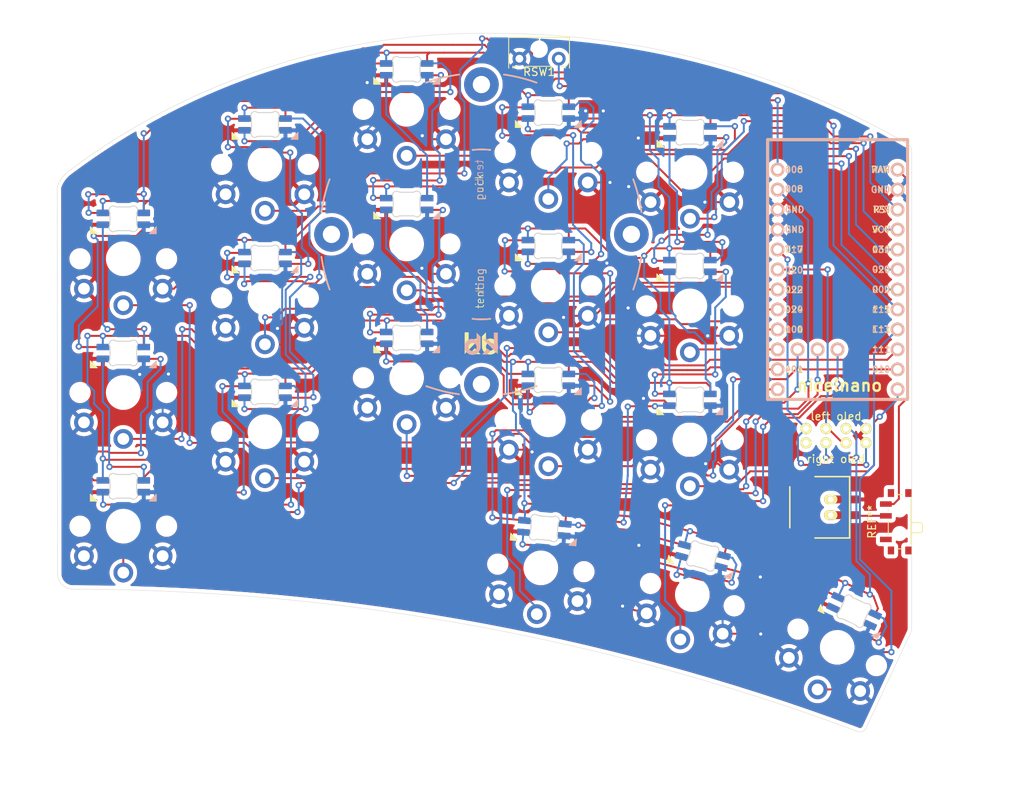
<source format=kicad_pcb>
(kicad_pcb (version 20211014) (generator pcbnew)
  (layers (0 "F.Cu" signal) (31 "B.Cu" signal) (34 "B.Paste" user) (35 "F.Paste" user) (36 "B.SilkS" user "B.Silkscreen") (37 "F.SilkS" user "F.Silkscreen") (38 "B.Mask" user) (39 "F.Mask" user) (44 "Edge.Cuts" user))
  (net 0 "")
  (net 1 "gnd")
  (net 2 "vcc")
  (net 3 "Switch18")
  (net 4 "reset")
  (net 5 "Switch1")
  (net 6 "Switch2")
  (net 7 "Switch3")
  (net 8 "Switch4")
  (net 9 "Switch5")
  (net 10 "Switch6")
  (net 11 "Switch7")
  (net 12 "Switch8")
  (net 13 "Switch9")
  (net 14 "Switch10")
  (net 15 "Switch11")
  (net 16 "Switch12")
  (net 17 "Switch13")
  (net 18 "Switch14")
  (net 19 "Switch15")
  (net 20 "Switch16")
  (net 21 "Switch17")
  (net 22 "raw")
  (net 23 "Net-(D1-Pad2)")
  (net 24 "led")
  (net 25 "Net-(D2-Pad2)")
  (net 26 "Net-(D16-Pad2)")
  (net 27 "Net-(D3-Pad2)")
  (net 28 "Net-(D17-Pad2)")
  (net 29 "Net-(D4-Pad2)")
  (net 30 "Net-(D5-Pad2)")
  (net 31 "Net-(D6-Pad2)")
  (net 32 "Net-(D10-Pad4)")
  (net 33 "Net-(D11-Pad4)")
  (net 34 "Net-(D12-Pad4)")
  (net 35 "Net-(D10-Pad2)")
  (net 36 "Net-(D11-Pad2)")
  (net 37 "Net-(D12-Pad2)")
  (net 38 "Net-(D13-Pad2)")
  (net 39 "Net-(D14-Pad2)")
  (net 40 "Net-(D15-Pad2)")
  (net 42 "sda")
  (net 43 "scl")
  (net 44 "Net-(D19-Pad2)")
  (net 45 "Net-(D20-Pad2)")
  (net 46 "Net-(D20-Pad4)")
  (net 47 "Net-(D21-Pad2)")
  (net 48 "Net-(D21-Pad4)")
  (net 49 "Net-(D22-Pad2)")
  (net 50 "Net-(D23-Pad2)")
  (net 51 "Net-(D24-Pad2)")
  (net 52 "Net-(D25-Pad2)")
  (net 53 "Net-(D26-Pad2)")
  (net 54 "Net-(D27-Pad2)")
  (net 55 "Net-(D28-Pad2)")
  (net 56 "Net-(D29-Pad2)")
  (net 57 "Net-(D30-Pad2)")
  (net 58 "Net-(D31-Pad2)")
  (net 59 "Net-(D32-Pad2)")
  (net 60 "Net-(D33-Pad2)")
  (net 62 "battery")
  (footprint "Keebio-Parts:SW_Tactile_SPST_Angled_MJTP1117-no-mount" (layer "F.Cu") (at 199.86027 47.465595)
    (fp_text reference "RSW1")
    (fp_text value "SW_Push")
  )
  (footprint "Keebio-Parts:Kailh-PG1350-1u-reversible" (layer "F.Cu") (at 149.53527 72.903095)
    (fp_text reference "SW2")
    (fp_text value "SW_Push" hide)
  )
  (footprint "Keebio-Parts:Kailh-PG1350-1u-reversible" (layer "F.Cu") (at 167.53527 60.903095)
    (fp_text reference "SW3")
    (fp_text value "SW_Push" hide)
  )
  (footprint "Keebio-Parts:Kailh-PG1350-1u-reversible" (layer "F.Cu") (at 185.53527 53.903095)
    (fp_text reference "SW4")
    (fp_text value "SW_Push" hide)
  )
  (footprint "Keebio-Parts:Kailh-PG1350-1u-reversible" (layer "F.Cu") (at 203.535271 59.403095)
    (fp_text reference "SW5")
    (fp_text value "SW_Push" hide)
  )
  (footprint "Keebio-Parts:Kailh-PG1350-1u-reversible" (layer "F.Cu") (at 221.535269 61.903095)
    (fp_text reference "SW6")
    (fp_text value "SW_Push" hide)
  )
  (footprint "Keebio-Parts:Kailh-PG1350-1u-reversible" (layer "F.Cu") (at 149.53527 89.903095)
    (fp_text reference "SW8")
    (fp_text value "SW_Push" hide)
  )
  (footprint "Keebio-Parts:Kailh-PG1350-1u-reversible" (layer "F.Cu") (at 167.535271 77.877095)
    (fp_text reference "SW9")
    (fp_text value "SW_Push" hide)
  )
  (footprint "Keebio-Parts:Kailh-PG1350-1u-reversible" (layer "F.Cu") (at 185.53527 71.019095)
    (fp_text reference "SW10")
    (fp_text value "SW_Push" hide)
  )
  (footprint "Keebio-Parts:Kailh-PG1350-1u-reversible" (layer "F.Cu") (at 203.53527 76.353096)
    (fp_text reference "SW11")
    (fp_text value "SW_Push" hide)
  )
  (footprint "Keebio-Parts:Kailh-PG1350-1u-reversible" (layer "F.Cu") (at 221.51527 78.893096)
    (fp_text reference "SW12")
    (fp_text value "SW_Push" hide)
  )
  (footprint "Keebio-Parts:Kailh-PG1350-1u-reversible" (layer "F.Cu") (at 149.535271 106.903095)
    (fp_text reference "SW14")
    (fp_text value "SW_Push" hide)
  )
  (footprint "Keebio-Parts:Kailh-PG1350-1u-reversible" (layer "F.Cu") (at 167.53527 94.895095)
    (fp_text reference "SW15")
    (fp_text value "SW_Push" hide)
  )
  (footprint "Keebio-Parts:Kailh-PG1350-1u-reversible" (layer "F.Cu") (at 185.535269 88.037095)
    (fp_text reference "SW16")
    (fp_text value "SW_Push" hide)
  )
  (footprint "Keebio-Parts:Kailh-PG1350-1u-reversible" (layer "F.Cu") (at 203.53527 93.371096)
    (fp_text reference "SW17")
    (fp_text value "SW_Push" hide)
  )
  (footprint "Keebio-Parts:Kailh-PG1350-1u-reversible" (layer "F.Cu") (at 221.51527 95.911095)
    (fp_text reference "SW18")
    (fp_text value "SW_Push" hide)
  )
  (footprint "Keebio-Parts:Kailh-PG1350-1u-reversible" (layer "F.Cu") (at 240.235271 122.303094 -25)
    (fp_text reference "SW20")
    (fp_text value "SW_Push" hide)
  )
  (footprint "Keebio-Parts:Kailh-PG1350-1u-reversible" (layer "F.Cu") (at 221.83527 115.603094 -15)
    (fp_text reference "SW21")
    (fp_text value "SW_Push" hide)
  )
  (footprint "kbd:Tenting_Puck2" (layer "F.Cu") (at 195.03527 69.803095)
    (fp_text reference "REF**")
    (fp_text value "Tenting Puck")
  )
  (footprint "sweep36:MX_SK6812MINI-E_REV" (layer "F.Cu") (at 202.585271 112.203094 175)
    (fp_text reference "D12" hide)
    (fp_text value "SK6812MINI-E")
    (fp_line (start 1.699999 4.377158) (end 1.699999 5.782842) (layer "Edge.Cuts") (width 0.1))
    (fp_line (start 0.794452 6.579999) (end -0.794453 6.579999) (layer "Edge.Cuts") (width 0.1))
    (fp_line (start -0.794452 3.58) (end 0.794452 3.58) (layer "Edge.Cuts") (width 0.1))
    (fp_line (start -1.699999 5.782842) (end -1.699999 4.377158) (layer "Edge.Cuts") (width 0.1))
    (fp_arc (start -1.046711 6.648298) (mid -0.925124 6.597376) (end -0.794453 6.579999) (layer "Edge.Cuts") (width 0.1))
    (fp_arc (start -1.699999 5.782843) (mid -1.712527 5.894069) (end -1.749484 5.99972) (layer "Edge.Cuts") (width 0.1))
    (fp_arc (start -1.749484 4.160281) (mid -1.638072 3.575966) (end -1.046711 3.511701) (layer "Edge.Cuts") (width 0.1))
    (fp_arc (start 1.046711 3.511703) (mid 1.63807 3.575965) (end 1.749484 4.16028) (layer "Edge.Cuts") (width 0.1))
    (fp_arc (start 0.794453 6.58) (mid 0.925123 6.597377) (end 1.046711 6.648299) (layer "Edge.Cuts") (width 0.1))
    (fp_arc (start 1.749484 5.99972) (mid 1.638072 6.584037) (end 1.046711 6.648299) (layer "Edge.Cuts") (width 0.1))
    (fp_arc (start 1.699999 4.377157) (mid 1.712527 4.265932) (end 1.749484 4.16028) (layer "Edge.Cuts") (width 0.1))
    (fp_arc (start -1.749484 4.16028) (mid -1.712527 4.265932) (end -1.699999 4.377158) (layer "Edge.Cuts") (width 0.1))
    (fp_arc (start -1.046711 6.648298) (mid -1.63807 6.584034) (end -1.749484 5.99972) (layer "Edge.Cuts") (width 0.1))
    (fp_arc (start 1.749484 5.99972) (mid 1.71251 5.894071) (end 1.699999 5.782842) (layer "Edge.Cuts") (width 0.1))
    (fp_arc (start 1.04671 3.511701) (mid 0.925122 3.562623) (end 0.794452 3.58) (layer "Edge.Cuts") (width 0.1))
    (fp_arc (start -0.794452 3.58) (mid -0.925123 3.562623) (end -1.046711 3.511701) (layer "Edge.Cuts") (width 0.1))
  )
  (footprint "sweep36:MX_SK6812MINI-E_REV" (layer "F.Cu") (at 167.53527 60.903095 180)
    (fp_text reference "D16" hide)
    (fp_text value "SK6812MINI-E")
    (fp_line (start 1.699999 4.377158) (end 1.699999 5.782842) (layer "Edge.Cuts") (width 0.1))
    (fp_line (start -1.699999 5.782842) (end -1.699999 4.377158) (layer "Edge.Cuts") (width 0.1))
    (fp_line (start 0.794452 6.579999) (end -0.794453 6.579999) (layer "Edge.Cuts") (width 0.1))
    (fp_line (start -0.794452 3.58) (end 0.794452 3.58) (layer "Edge.Cuts") (width 0.1))
    (fp_arc (start 1.04671 3.511701) (mid 0.925122 3.562623) (end 0.794452 3.58) (layer "Edge.Cuts") (width 0.1))
    (fp_arc (start -1.699999 5.782843) (mid -1.712527 5.894068) (end -1.749484 5.99972) (layer "Edge.Cuts") (width 0.1))
    (fp_arc (start -1.749484 4.160281) (mid -1.638072 3.575965) (end -1.046711 3.511701) (layer "Edge.Cuts") (width 0.1))
    (fp_arc (start -1.046711 6.648298) (mid -0.925123 6.597376) (end -0.794453 6.579999) (layer "Edge.Cuts") (width 0.1))
    (fp_arc (start -1.749484 4.16028) (mid -1.712527 4.265932) (end -1.699999 4.377158) (layer "Edge.Cuts") (width 0.1))
    (fp_arc (start 1.699999 4.377157) (mid 1.712527 4.265931) (end 1.749484 4.16028) (layer "Edge.Cuts") (width 0.1))
    (fp_arc (start 1.749484 5.99972) (mid 1.712518 5.89407) (end 1.699999 5.782842) (layer "Edge.Cuts") (width 0.1))
    (fp_arc (start 1.749484 5.99972) (mid 1.638072 6.584037) (end 1.046711 6.648299) (layer "Edge.Cuts") (width 0.1))
    (fp_arc (start -1.046711 6.648298) (mid -1.638071 6.584034) (end -1.749484 5.99972) (layer "Edge.Cuts") (width 0.1))
    (fp_arc (start -0.794452 3.58) (mid -0.925123 3.562623) (end -1.046711 3.511701) (layer "Edge.Cuts") (width 0.1))
    (fp_arc (start 0.794453 6.58) (mid 0.925123 6.597377) (end 1.046711 6.648299) (layer "Edge.Cuts") (width 0.1))
    (fp_arc (start 1.046711 3.511703) (mid 1.63807 3.575965) (end 1.749484 4.16028) (layer "Edge.Cuts") (width 0.1))
  )
  (footprint "sweep36:MX_SK6812MINI-E_REV" (layer "F.Cu") (at 185.535269 88.037095 180)
    (fp_text reference "D8" hide)
    (fp_text value "SK6812MINI-E")
    (fp_line (start 1.699999 4.377158) (end 1.699999 5.782842) (layer "Edge.Cuts") (width 0.1))
    (fp_line (start -1.699999 5.782842) (end -1.699999 4.377158) (layer "Edge.Cuts") (width 0.1))
    (fp_line (start 0.794452 6.579999) (end -0.794453 6.579999) (layer "Edge.Cuts") (width 0.1))
    (fp_line (start -0.794452 3.58) (end 0.794452 3.58) (layer "Edge.Cuts") (width 0.1))
    (fp_arc (start -1.749484 4.160281) (mid -1.638072 3.575965) (end -1.046711 3.511701) (layer "Edge.Cuts") (width 0.1))
    (fp_arc (start -1.046711 6.648298) (mid -1.638071 6.584034) (end -1.749484 5.99972) (layer "Edge.Cuts") (width 0.1))
    (fp_arc (start 1.04671 3.511701) (mid 0.925122 3.562623) (end 0.794452 3.58) (layer "Edge.Cuts") (width 0.1))
    (fp_arc (start 1.046711 3.511703) (mid 1.63807 3.575965) (end 1.749484 4.16028) (layer "Edge.Cuts") (width 0.1))
    (fp_arc (start 1.699999 4.377157) (mid 1.712527 4.265931) (end 1.749484 4.16028) (layer "Edge.Cuts") (width 0.1))
    (fp_arc (start 1.749484 5.99972) (mid 1.638072 6.584037) (end 1.046711 6.648299) (layer "Edge.Cuts") (width 0.1))
    (fp_arc (start -1.749484 4.16028) (mid -1.712527 4.265932) (end -1.699999 4.377158) (layer "Edge.Cuts") (width 0.1))
    (fp_arc (start 0.794453 6.58) (mid 0.925123 6.597377) (end 1.046711 6.648299) (layer "Edge.Cuts") (width 0.1))
    (fp_arc (start -1.046711 6.648298) (mid -0.925123 6.597376) (end -0.794453 6.579999) (layer "Edge.Cuts") (width 0.1))
    (fp_arc (start -1.699999 5.782843) (mid -1.712527 5.894068) (end -1.749484 5.99972) (layer "Edge.Cuts") (width 0.1))
    (fp_arc (start -0.794452 3.58) (mid -0.925123 3.562623) (end -1.046711 3.511701) (layer "Edge.Cuts") (width 0.1))
    (fp_arc (start 1.749484 5.99972) (mid 1.712518 5.89407) (end 1.699999 5.782842) (layer "Edge.Cuts") (width 0.1))
  )
  (footprint "sweep36:MX_SK6812MINI-E_REV" (layer "F.Cu") (at 185.53527 53.903095 180)
    (fp_text reference "D2" hide)
    (fp_text value "SK6812MINI-E")
    (fp_line (start 1.699999 4.377158) (end 1.699999 5.782842) (layer "Edge.Cuts") (width 0.1))
    (fp_line (start -1.699999 5.782842) (end -1.699999 4.377158) (layer "Edge.Cuts") (width 0.1))
    (fp_line (start -0.794452 3.58) (end 0.794452 3.58) (layer "Edge.Cuts") (width 0.1))
    (fp_line (start 0.794452 6.579999) (end -0.794453 6.579999) (layer "Edge.Cuts") (width 0.1))
    (fp_arc (start 1.046711 3.511703) (mid 1.63807 3.575965) (end 1.749484 4.16028) (layer "Edge.Cuts") (width 0.1))
    (fp_arc (start -1.046711 6.648298) (mid -1.638071 6.584034) (end -1.749484 5.99972) (layer "Edge.Cuts") (width 0.1))
    (fp_arc (start -1.749484 4.160281) (mid -1.638072 3.575965) (end -1.046711 3.511701) (layer "Edge.Cuts") (width 0.1))
    (fp_arc (start 0.794453 6.58) (mid 0.925123 6.597377) (end 1.046711 6.648299) (layer "Edge.Cuts") (width 0.1))
    (fp_arc (start -0.794452 3.58) (mid -0.925123 3.562623) (end -1.046711 3.511701) (layer "Edge.Cuts") (width 0.1))
    (fp_arc (start -1.046711 6.648298) (mid -0.925123 6.597376) (end -0.794453 6.579999) (layer "Edge.Cuts") (width 0.1))
    (fp_arc (start 1.749484 5.99972) (mid 1.638072 6.584037) (end 1.046711 6.648299) (layer "Edge.Cuts") (width 0.1))
    (fp_arc (start -1.699999 5.782843) (mid -1.712527 5.894068) (end -1.749484 5.99972) (layer "Edge.Cuts") (width 0.1))
    (fp_arc (start 1.699999 4.377157) (mid 1.712527 4.265931) (end 1.749484 4.16028) (layer "Edge.Cuts") (width 0.1))
    (fp_arc (start 1.04671 3.511701) (mid 0.925122 3.562623) (end 0.794452 3.58) (layer "Edge.Cuts") (width 0.1))
    (fp_arc (start -1.749484 4.16028) (mid -1.712527 4.265932) (end -1.699999 4.377158) (layer "Edge.Cuts") (width 0.1))
    (fp_arc (start 1.749484 5.99972) (mid 1.712518 5.89407) (end 1.699999 5.782842) (layer "Edge.Cuts") (width 0.1))
  )
  (footprint "sweep36:MX_SK6812MINI-E_REV" (layer "F.Cu") (at 221.83527 115.603094 165)
    (fp_text reference "D15" hide)
    (fp_text value "SK6812MINI-E")
    (fp_line (start 0.794452 6.579999) (end -0.794453 6.579999) (layer "Edge.Cuts") (width 0.1))
    (fp_line (start -1.699999 5.782842) (end -1.699999 4.377158) (layer "Edge.Cuts") (width 0.1))
    (fp_line (start -0.794452 3.58) (end 0.794452 3.58) (layer "Edge.Cuts") (width 0.1))
    (fp_line (start 1.699999 4.377158) (end 1.699999 5.782842) (layer "Edge.Cuts") (width 0.1))
    (fp_arc (start 1.04671 3.511701) (mid 0.925122 3.562623) (end 0.794452 3.58) (layer "Edge.Cuts") (width 0.1))
    (fp_arc (start 1.699999 4.377157) (mid 1.712527 4.265931) (end 1.749484 4.16028) (layer "Edge.Cuts") (width 0.1))
    (fp_arc (start 1.046711 3.511703) (mid 1.63807 3.575965) (end 1.749484 4.16028) (layer "Edge.Cuts") (width 0.1))
    (fp_arc (start 1.749484 5.99972) (mid 1.638072 6.584037) (end 1.046711 6.648299) (layer "Edge.Cuts") (width 0.1))
    (fp_arc (start -1.699999 5.782843) (mid -1.712527 5.894069) (end -1.749484 5.99972) (layer "Edge.Cuts") (width 0.1))
    (fp_arc (start -0.794452 3.58) (mid -0.925122 3.562623) (end -1.046711 3.511701) (layer "Edge.Cuts") (width 0.1))
    (fp_arc (start 0.794453 6.58) (mid 0.925123 6.597377) (end 1.046711 6.648299) (layer "Edge.Cuts") (width 0.1))
    (fp_arc (start -1.046711 6.648298) (mid -0.925124 6.597376) (end -0.794453 6.579999) (layer "Edge.Cuts") (width 0.1))
    (fp_arc (start -1.046711 6.648298) (mid -1.63807 6.584034) (end -1.749484 5.99972) (layer "Edge.Cuts") (width 0.1))
    (fp_arc (start 1.749484 5.99972) (mid 1.712518 5.89407) (end 1.699999 5.782842) (layer "Edge.Cuts") (width 0.1))
    (fp_arc (start -1.749484 4.160281) (mid -1.638072 3.575965) (end -1.046711 3.511701) (layer "Edge.Cuts") (width 0.1))
    (fp_arc (start -1.749484 4.16028) (mid -1.712527 4.265932) (end -1.699999 4.377158) (layer "Edge.Cuts") (width 0.1))
  )
  (footprint "kbd_footprints:JST_PH2_SMT_TH" (layer "F.Cu") (at 241.415657 103.496925 -90)
    (fp_text reference "JST_PH2_SMT" hide)
    (fp_text value "VAL**" hide)
  )
  (footprint "sweep36:MX_SK6812MINI-E_REV" (layer "F.Cu") (at 203.53527 93.371096 180)
    (fp_text reference "D11" hide)
    (fp_text value "SK6812MINI-E")
    (fp_line (start 1.699999 4.377158) (end 1.699999 5.782842) (layer "Edge.Cuts") (width 0.1))
    (fp_line (start 0.794452 6.579999) (end -0.794453 6.579999) (layer "Edge.Cuts") (width 0.1))
    (fp_line (start -1.699999 5.782842) (end -1.699999 4.377158) (layer "Edge.Cuts") (width 0.1))
    (fp_line (start -0.794452 3.58) (end 0.794452 3.58) (layer "Edge.Cuts") (width 0.1))
    (fp_arc (start 1.04671 3.511701) (mid 0.925122 3.562623) (end 0.794452 3.58) (layer "Edge.Cuts") (width 0.1))
    (fp_arc (start 1.749484 5.99972) (mid 1.712518 5.89407) (end 1.699999 5.782842) (layer "Edge.Cuts") (width 0.1))
    (fp_arc (start -0.794452 3.58) (mid -0.925123 3.562623) (end -1.046711 3.511701) (layer "Edge.Cuts") (width 0.1))
    (fp_arc (start -1.749484 4.16028) (mid -1.712527 4.265932) (end -1.699999 4.377158) (layer "Edge.Cuts") (width 0.1))
    (fp_arc (start -1.699999 5.782843) (mid -1.712527 5.894068) (end -1.749484 5.99972) (layer "Edge.Cuts") (width 0.1))
    (fp_arc (start -1.749484 4.160281) (mid -1.638072 3.575965) (end -1.046711 3.511701) (layer "Edge.Cuts") (width 0.1))
    (fp_arc (start 1.699999 4.377157) (mid 1.712527 4.265931) (end 1.749484 4.16028) (layer "Edge.Cuts") (width 0.1))
    (fp_arc (start 1.046711 3.511703) (mid 1.63807 3.575965) (end 1.749484 4.16028) (layer "Edge.Cuts") (width 0.1))
    (fp_arc (start -1.046711 6.648298) (mid -0.925123 6.597376) (end -0.794453 6.579999) (layer "Edge.Cuts") (width 0.1))
    (fp_arc (start 1.749484 5.99972) (mid 1.638072 6.584037) (end 1.046711 6.648299) (layer "Edge.Cuts") (width 0.1))
    (fp_arc (start -1.046711 6.648298) (mid -1.638071 6.584034) (end -1.749484 5.99972) (layer "Edge.Cuts") (width 0.1))
    (fp_arc (start 0.794453 6.58) (mid 0.925123 6.597377) (end 1.046711 6.648299) (layer "Edge.Cuts") (width 0.1))
  )
  (footprint "footprints:nice_nano" (layer "F.Cu") (at 240.285269 75.539846 -90)
    (fp_text reference "U2" hide)
    (fp_text value "nice_nano" hide)
  )
  (footprint "footprints:SW_SPDT_PCM12" (layer "F.Cu") (at 247.847611 106.333619 90)
    (fp_text reference "REF**")
    (fp_text value "SW_SPDT_PCM12")
  )
  (footprint "sweep36:MX_SK6812MINI-E_REV" (layer "F.Cu") (at 203.53527 76.353096 180)
    (fp_text reference "D14" hide)
    (fp_text value "SK6812MINI-E")
    (fp_line (start -0.794452 3.58) (end 0.794452 3.58) (layer "Edge.Cuts") (width 0.1))
    (fp_line (start 1.699999 4.377158) (end 1.699999 5.782842) (layer "Edge.Cuts") (width 0.1))
    (fp_line (start -1.699999 5.782842) (end -1.699999 4.377158) (layer "Edge.Cuts") (width 0.1))
    (fp_line (start 0.794452 6.579999) (end -0.794453 6.579999) (layer "Edge.Cuts") (width 0.1))
    (fp_arc (start -1.046711 6.648298) (mid -0.925123 6.597376) (end -0.794453 6.579999) (layer "Edge.Cuts") (width 0.1))
    (fp_arc (start 1.699999 4.377157) (mid 1.712527 4.265931) (end 1.749484 4.16028) (layer "Edge.Cuts") (width 0.1))
    (fp_arc (start 1.046711 3.511703) (mid 1.63807 3.575965) (end 1.749484 4.16028) (layer "Edge.Cuts") (width 0.1))
    (fp_arc (start 0.794453 6.58) (mid 0.925123 6.597377) (end 1.046711 6.648299) (layer "Edge.Cuts") (width 0.1))
    (fp_arc (start 1.749484 5.99972) (mid 1.712518 5.89407) (end 1.699999 5.782842) (layer "Edge.Cuts") (width 0.1))
    (fp_arc (start -1.749484 4.160281) (mid -1.638072 3.575965) (end -1.046711 3.511701) (layer "Edge.Cuts") (width 0.1))
    (fp_arc (start -0.794452 3.58) (mid -0.925123 3.562623) (end -1.046711 3.511701) (layer "Edge.Cuts") (width 0.1))
    (fp_arc (start 1.749484 5.99972) (mid 1.638072 6.584037) (end 1.046711 6.648299) (layer "Edge.Cuts") (width 0.1))
    (fp_arc (start 1.04671 3.511701) (mid 0.925122 3.562623) (end 0.794452 3.58) (layer "Edge.Cuts") (width 0.1))
    (fp_arc (start -1.699999 5.782843) (mid -1.712527 5.894068) (end -1.749484 5.99972) (layer "Edge.Cuts") (width 0.1))
    (fp_arc (start -1.046711 6.648298) (mid -1.638071 6.584034) (end -1.749484 5.99972) (layer "Edge.Cuts") (width 0.1))
    (fp_arc (start -1.749484 4.16028) (mid -1.712527 4.265932) (end -1.699999 4.377158) (layer "Edge.Cuts") (width 0.1))
  )
  (footprint "sweep36:MX_SK6812MINI-E_REV" (layer "F.Cu") (at 167.53527 94.895095 180)
    (fp_text reference "D10" hide)
    (fp_text value "SK6812MINI-E")
    (fp_line (start 0.794452 6.579999) (end -0.794453 6.579999) (layer "Edge.Cuts") (width 0.1))
    (fp_line (start -0.794452 3.58) (end 0.794452 3.58) (layer "Edge.Cuts") (width 0.1))
    (fp_line (start 1.699999 4.377158) (end 1.699999 5.782842) (layer "Edge.Cuts") (width 0.1))
    (fp_line (start -1.699999 5.782842) (end -1.699999 4.377158) (layer "Edge.Cuts") (width 0.1))
    (fp_arc (start -1.699999 5.782843) (mid -1.712527 5.894068) (end -1.749484 5.99972) (layer "Edge.Cuts") (width 0.1))
    (fp_arc (start -1.749484 4.160281) (mid -1.638072 3.575965) (end -1.046711 3.511701) (layer "Edge.Cuts") (width 0.1))
    (fp_arc (start -0.794452 3.58) (mid -0.925123 3.562623) (end -1.046711 3.511701) (layer "Edge.Cuts") (width 0.1))
    (fp_arc (start -1.046711 6.648298) (mid -0.925123 6.597376) (end -0.794453 6.579999) (layer "Edge.Cuts") (width 0.1))
    (fp_arc (start 1.04671 3.511701) (mid 0.925122 3.562623) (end 0.794452 3.58) (layer "Edge.Cuts") (width 0.1))
    (fp_arc (start 1.046711 3.511703) (mid 1.63807 3.575965) (end 1.749484 4.16028) (layer "Edge.Cuts") (width 0.1))
    (fp_arc (start -1.749484 4.16028) (mid -1.712527 4.265932) (end -1.699999 4.377158) (layer "Edge.Cuts") (width 0.1))
    (fp_arc (start 1.749484 5.99972) (mid 1.638072 6.584037) (end 1.046711 6.648299) (layer "Edge.Cuts") (width 0.1))
    (fp_arc (start 1.699999 4.377157) (mid 1.712527 4.265931) (end 1.749484 4.16028) (layer "Edge.Cuts") (width 0.1))
    (fp_arc (start 0.794453 6.58) (mid 0.925123 6.597377) (end 1.046711 6.648299) (layer "Edge.Cuts") (width 0.1))
    (fp_arc (start 1.749484 5.99972) (mid 1.712518 5.89407) (end 1.699999 5.782842) (layer "Edge.Cuts") (width 0.1))
    (fp_arc (start -1.046711 6.648298) (mid -1.638071 6.584034) (end -1.749484 5.99972) (layer "Edge.Cuts") (width 0.1))
  )
  (footprint "sweep36:MX_SK6812MINI-E_REV" (layer "F.Cu") (at 149.53527 72.903095 180)
    (fp_text reference "D1" hide)
    (fp_text value "SK6812MINI-E")
    (fp_line (start 1.699999 4.377158) (end 1.699999 5.782842) (layer "Edge.Cuts") (width 0.1))
    (fp_line (start -1.699999 5.782842) (end -1.699999 4.377158) (layer "Edge.Cuts") (width 0.1))
    (fp_line (start -0.794452 3.58) (end 0.794452 3.58) (layer "Edge.Cuts") (width 0.1))
    (fp_line (start 0.794452 6.579999) (end -0.794453 6.579999) (layer "Edge.Cuts") (width 0.1))
    (fp_arc (start 1.749484 5.99972) (mid 1.638072 6.584037) (end 1.046711 6.648299) (layer "Edge.Cuts") (width 0.1))
    (fp_arc (start -1.046711 6.648298) (mid -0.925123 6.597376) (end -0.794453 6.579999) (layer "Edge.Cuts") (width 0.1))
    (fp_arc (start 1.04671 3.511701) (mid 0.925122 3.562623) (end 0.794452 3.58) (layer "Edge.Cuts") (width 0.1))
    (fp_arc (start -0.794452 3.58) (mid -0.925123 3.562623) (end -1.046711 3.511701) (layer "Edge.Cuts") (width 0.1))
    (fp_arc (start -1.749484 4.16028) (mid -1.712527 4.265932) (end -1.699999 4.377158) (layer "Edge.Cuts") (width 0.1))
    (fp_arc (start -1.046711 6.648298) (mid -1.638071 6.584034) (end -1.749484 5.99972) (layer "Edge.Cuts") (width 0.1))
    (fp_arc (start 1.046711 3.511703) (mid 1.63807 3.575965) (end 1.749484 4.16028) (layer "Edge.Cuts") (width 0.1))
    (fp_arc (start -1.749484 4.160281) (mid -1.638072 3.575965) (end -1.046711 3.511701) (layer "Edge.Cuts") (width 0.1))
    (fp_arc (start -1.699999 5.782843) (mid -1.712527 5.894068) (end -1.749484 5.99972) (layer "Edge.Cuts") (width 0.1))
    (fp_arc (start 0.794453 6.58) (mid 0.925123 6.597377) (end 1.046711 6.648299) (layer "Edge.Cuts") (width 0.1))
    (fp_arc (start 1.749484 5.99972) (mid 1.712518 5.89407) (end 1.699999 5.782842) (layer "Edge.Cuts") (width 0.1))
    (fp_arc (start 1.699999 4.377157) (mid 1.712527 4.265931) (end 1.749484 4.16028) (layer "Edge.Cuts") (width 0.1))
  )
  (footprint "sweep36:MX_SK6812MINI-E_REV" (layer "F.Cu") (at 221.51527 95.911095 180)
    (fp_text reference "D9" hide)
    (fp_text value "SK6812MINI-E")
    (fp_line (start 0.794452 6.579999) (end -0.794453 6.579999) (layer "Edge.Cuts") (width 0.1))
    (fp_line (start 1.699999 4.377158) (end 1.699999 5.782842) (layer "Edge.Cuts") (width 0.1))
    (fp_line (start -0.794452 3.58) (end 0.794452 3.58) (layer "Edge.Cuts") (width 0.1))
    (fp_line (start -1.699999 5.782842) (end -1.699999 4.377158) (layer "Edge.Cuts") (width 0.1))
    (fp_arc (start 1.749484 5.99972) (mid 1.638072 6.584037) (end 1.046711 6.648299) (layer "Edge.Cuts") (width 0.1))
    (fp_arc (start -1.749484 4.16028) (mid -1.712527 4.265932) (end -1.699999 4.377158) (layer "Edge.Cuts") (width 0.1))
    (fp_arc (start 1.699999 4.377157) (mid 1.712527 4.265931) (end 1.749484 4.16028) (layer "Edge.Cuts") (width 0.1))
    (fp_arc (start -0.794452 3.58) (mid -0.925123 3.562623) (end -1.046711 3.511701) (layer "Edge.Cuts") (width 0.1))
    (fp_arc (start -1.046711 6.648298) (mid -1.638071 6.584034) (end -1.749484 5.99972) (layer "Edge.Cuts") (width 0.1))
    (fp_arc (start 1.046711 3.511703) (mid 1.63807 3.575965) (end 1.749484 4.16028) (layer "Edge.Cuts") (width 0.1))
    (fp_arc (start 1.04671 3.511701) (mid 0.925122 3.562623) (end 0.794452 3.58) (layer "Edge.Cuts") (width 0.1))
    (fp_arc (start -1.046711 6.648298) (mid -0.925123 6.597376) (end -0.794453 6.579999) (layer "Edge.Cuts") (width 0.1))
    (fp_arc (start 0.794453 6.58) (mid 0.925123 6.597377) (end 1.046711 6.648299) (layer "Edge.Cuts") (width 0.1))
    (fp_arc (start 1.749484 5.99972) (mid 1.712518 5.89407) (end 1.699999 5.782842) (layer "Edge.Cuts") (width 0.1))
    (fp_arc (start -1.699999 5.782843) (mid -1.712527 5.894068) (end -1.749484 5.99972) (layer "Edge.Cuts") (width 0.1))
    (fp_arc (start -1.749484 4.160281) (mid -1.638072 3.575965) (end -1.046711 3.511701) (layer "Edge.Cuts") (width 0.1))
  )
  (footprint "sweep36:MX_SK6812MINI-E_REV" (layer "F.Cu") (at 203.535271 59.403095 180)
    (fp_text reference "D17" hide)
    (fp_text value "SK6812MINI-E")
    (fp_line (start 1.699999 4.377158) (end 1.699999 5.782842) (layer "Edge.Cuts") (width 0.1))
    (fp_line (start -1.699999 5.782842) (end -1.699999 4.377158) (layer "Edge.Cuts") (width 0.1))
    (fp_line (start -0.794452 3.58) (end 0.794452 3.58) (layer "Edge.Cuts") (width 0.1))
    (fp_line (start 0.794452 6.579999) (end -0.794453 6.579999) (layer "Edge.Cuts") (width 0.1))
    (fp_arc (start 1.749484 5.99972) (mid 1.638072 6.584037) (end 1.046711 6.648299) (layer "Edge.Cuts") (width 0.1))
    (fp_arc (start 1.749484 5.99972) (mid 1.712518 5.89407) (end 1.699999 5.782842) (layer "Edge.Cuts") (width 0.1))
    (fp_arc (start 0.794453 6.58) (mid 0.925123 6.597377) (end 1.046711 6.648299) (layer "Edge.Cuts") (width 0.1))
    (fp_arc (start 1.046711 3.511703) (mid 1.63807 3.575965) (end 1.749484 4.16028) (layer "Edge.Cuts") (width 0.1))
    (fp_arc (start -1.699999 5.782843) (mid -1.712527 5.894068) (end -1.749484 5.99972) (layer "Edge.Cuts") (width 0.1))
    (fp_arc (start -1.749484 4.160281) (mid -1.638072 3.575965) (end -1.046711 3.511701) (layer "Edge.Cuts") (width 0.1))
    (fp_arc (start -0.794452 3.58) (mid -0.925123 3.562623) (end -1.046711 3.511701) (layer "Edge.Cuts") (width 0.1))
    (fp_arc (start 1.04671 3.511701) (mid 0.925122 3.562623) (end 0.794452 3.58) (layer "Edge.Cuts") (width 0.1))
    (fp_arc (start -1.749484 4.16028) (mid -1.712527 4.265932) (end -1.699999 4.377158) (layer "Edge.Cuts") (width 0.1))
    (fp_arc (start -1.046711 6.648298) (mid -0.925123 6.597376) (end -0.794453 6.579999) (layer "Edge.Cuts") (width 0.1))
    (fp_arc (start -1.046711 6.648298) (mid -1.638071 6.584034) (end -1.749484 5.99972) (layer "Edge.Cuts") (width 0.1))
    (fp_arc (start 1.699999 4.377157) (mid 1.712527 4.265931) (end 1.749484 4.16028) (layer "Edge.Cuts") (width 0.1))
  )
  (footprint "sweep36:OLED_v2" (layer "F.Cu") (at 240.085271 96.303095)
    (fp_text reference "OL2")
    (fp_text value "OLED" hide)
  )
  (footprint "sweep36:MX_SK6812MINI-E_REV" (layer "F.Cu") (at 240.235271 122.303094 155)
    (fp_text reference "D18" hide)
    (fp_text value "SK6812MINI-E")
    (fp_line (start -1.699999 5.782842) (end -1.699999 4.377158) (layer "Edge.Cuts") (width 0.1))
    (fp_line (start 1.699999 4.377158) (end 1.699999 5.782842) (layer "Edge.Cuts") (width 0.1))
    (fp_line (start 0.794452 6.579999) (end -0.794453 6.579999) (layer "Edge.Cuts") (width 0.1))
    (fp_line (start -0.794452 3.58) (end 0.794452 3.58) (layer "Edge.Cuts") (width 0.1))
    (fp_arc (start 1.04671 3.511701) (mid 0.925123 3.562624) (end 0.794452 3.58) (layer "Edge.Cuts") (width 0.1))
    (fp_arc (start 1.046711 3.511703) (mid 1.638069 3.575965) (end 1.749484 4.16028) (layer "Edge.Cuts") (width 0.1))
    (fp_arc (start -1.749484 4.160281) (mid -1.638072 3.575965) (end -1.046711 3.511701) (layer "Edge.Cuts") (width 0.1))
    (fp_arc (start -1.046711 6.648298) (mid -1.638071 6.584034) (end -1.749484 5.99972) (layer "Edge.Cuts") (width 0.1))
    (fp_arc (start -0.794452 3.58) (mid -0.925123 3.562623) (end -1.046711 3.511701) (layer "Edge.Cuts") (width 0.1))
    (fp_arc (start 0.794453 6.58) (mid 0.925123 6.597377) (end 1.046711 6.648299) (layer "Edge.Cuts") (width 0.1))
    (fp_arc (start 1.749484 5.99972) (mid 1.71251 5.894071) (end 1.699999 5.782842) (layer "Edge.Cuts") (width 0.1))
    (fp_arc (start 1.699999 4.377157) (mid 1.712527 4.265932) (end 1.749484 4.16028) (layer "Edge.Cuts") (width 0.1))
    (fp_arc (start 1.749484 5.99972) (mid 1.638072 6.584036) (end 1.046711 6.648299) (layer "Edge.Cuts") (width 0.1))
    (fp_arc (start -1.699999 5.782843) (mid -1.712527 5.894068) (end -1.749484 5.99972) (layer "Edge.Cuts") (width 0.1))
    (fp_arc (start -1.749484 4.16028) (mid -1.712527 4.265932) (end -1.699999 4.377158) (layer "Edge.Cuts") (width 0.1))
    (fp_arc (start -1.046711 6.648298) (mid -0.925124 6.597376) (end -0.794453 6.579999) (layer "Edge.Cuts") (width 0.1))
  )
  (footprint "sweep36:MX_SK6812MINI-E_REV" (layer "F.Cu") (at 149.53527 89.953095 180)
    (fp_text reference "D4" hide)
    (fp_text value "SK6812MINI-E")
    (fp_line (start 1.699999 4.377158) (end 1.699999 5.782842) (layer "Edge.Cuts") (width 0.1))
    (fp_line (start -0.794452 3.58) (end 0.794452 3.58) (layer "Edge.Cuts") (width 0.1))
    (fp_line (start 0.794452 6.579999) (end -0.794453 6.579999) (layer "Edge.Cuts") (width 0.1))
    (fp_line (start -1.699999 5.782842) (end -1.699999 4.377158) (layer "Edge.Cuts") (width 0.1))
    (fp_arc (start -0.794452 3.58) (mid -0.925123 3.562623) (end -1.046711 3.511701) (layer "Edge.Cuts") (width 0.1))
    (fp_arc (start 0.794453 6.58) (mid 0.925123 6.597377) (end 1.046711 6.648299) (layer "Edge.Cuts") (width 0.1))
    (fp_arc (start -1.749484 4.160281) (mid -1.638072 3.575965) (end -1.046711 3.511701) (layer "Edge.Cuts") (width 0.1))
    (fp_arc (start -1.699999 5.782843) (mid -1.712527 5.894068) (end -1.749484 5.99972) (layer "Edge.Cuts") (width 0.1))
    (fp_arc (start 1.749484 5.99972) (mid 1.638072 6.584037) (end 1.046711 6.648299) (layer "Edge.Cuts") (width 0.1))
    (fp_arc (start -1.046711 6.648298) (mid -1.638071 6.584034) (end -1.749484 5.99972) (layer "Edge.Cuts") (width 0.1))
    (fp_arc (start 1.04671 3.511701) (mid 0.925122 3.562623) (end 0.794452 3.58) (layer "Edge.Cuts") (width 0.1))
    (fp_arc (start 1.046711 3.511703) (mid 1.63807 3.575965) (end 1.749484 4.16028) (layer "Edge.Cuts") (width 0.1))
    (fp_arc (start -1.046711 6.648298) (mid -0.925123 6.597376) (end -0.794453 6.579999) (layer "Edge.Cuts") (width 0.1))
    (fp_arc (start 1.749484 5.99972) (mid 1.712518 5.89407) (end 1.699999 5.782842) (layer "Edge.Cuts") (width 0.1))
    (fp_arc (start 1.699999 4.377157) (mid 1.712527 4.265931) (end 1.749484 4.16028) (layer "Edge.Cuts") (width 0.1))
    (fp_arc (start -1.749484 4.16028) (mid -1.712527 4.265932) (end -1.699999 4.377158) (layer "Edge.Cuts") (width 0.1))
  )
  (footprint "sweep36:MX_SK6812MINI-E_REV" (layer "F.Cu") (at 221.535269 61.903095 180)
    (fp_text reference "D3" hide)
    (fp_text value "SK6812MINI-E")
    (fp_line (start 0.794452 6.579999) (end -0.794453 6.579999) (layer "Edge.Cuts") (width 0.1))
    (fp_line (start -1.699999 5.782842) (end -1.699999 4.377158) (layer "Edge.Cuts") (width 0.1))
    (fp_line (start -0.794452 3.58) (end 0.794452 3.58) (layer "Edge.Cuts") (width 0.1))
    (fp_line (start 1.699999 4.377158) (end 1.699999 5.782842) (layer "Edge.Cuts") (width 0.1))
    (fp_arc (start 1.749484 5.99972) (mid 1.712518 5.89407) (end 1.699999 5.782842) (layer "Edge.Cuts") (width 0.1))
    (fp_arc (start 1.046711 3.511703) (mid 1.63807 3.575965) (end 1.749484 4.16028) (layer "Edge.Cuts") (width 0.1))
    (fp_arc (start 0.794453 6.58) (mid 0.925123 6.597377) (end 1.046711 6.648299) (layer "Edge.Cuts") (width 0.1))
    (fp_arc (start -0.794452 3.58) (mid -0.925123 3.562623) (end -1.046711 3.511701) (layer "Edge.Cuts") (width 0.1))
    (fp_arc (start -1.046711 6.648298) (mid -0.925123 6.597376) (end -0.794453 6.579999) (layer "Edge.Cuts") (width 0.1))
    (fp_arc (start -1.749484 4.16028) (mid -1.712527 4.265932) (end -1.699999 4.377158) (layer "Edge.Cuts") (width 0.1))
    (fp_arc (start 1.749484 5.99972) (mid 1.638072 6.584037) (end 1.046711 6.648299) (layer "Edge.Cuts") (width 0.1))
    (fp_arc (start -1.046711 6.648298) (mid -1.638071 6.584034) (end -1.749484 5.99972) (layer "Edge.Cuts") (width 0.1))
    (fp_arc (start -1.749484 4.160281) (mid -1.638072 3.575965) (end -1.046711 3.511701) (layer "Edge.Cuts") (width 0.1))
    (fp_arc (start -1.699999 5.782843) (mid -1.712527 5.894068) (end -1.749484 5.99972) (layer "Edge.Cuts") (width 0.1))
    (fp_arc (start 1.699999 4.377157) (mid 1.712527 4.265931) (end 1.749484 4.16028) (layer "Edge.Cuts") (width 0.1))
    (fp_arc (start 1.04671 3.511701) (mid 0.925122 3.562623) (end 0.794452 3.58) (layer "Edge.Cuts") (width 0.1))
  )
  (footprint "sweep36:MX_SK6812MINI-E_REV" (layer "F.Cu") (at 149.535271 106.903095 180)
    (fp_text reference "D7" hide)
    (fp_text value "SK6812MINI-E")
    (fp_line (start 0.794452 6.579999) (end -0.794453 6.579999) (layer "Edge.Cuts") (width 0.1))
    (fp_line (start -1.699999 5.782842) (end -1.699999 4.377158) (layer "Edge.Cuts") (width 0.1))
    (fp_line (start -0.794452 3.58) (end 0.794452 3.58) (layer "Edge.Cuts") (width 0.1))
    (fp_line (start 1.699999 4.377158) (end 1.699999 5.782842) (layer "Edge.Cuts") (width 0.1))
    (fp_arc (start -1.749484 4.160281) (mid -1.638072 3.575965) (end -1.046711 3.511701) (layer "Edge.Cuts") (width 0.1))
    (fp_arc (start 1.04671 3.511701) (mid 0.925122 3.562623) (end 0.794452 3.58) (layer "Edge.Cuts") (width 0.1))
    (fp_arc (start 1.749484 5.99972) (mid 1.712518 5.89407) (end 1.699999 5.782842) (layer "Edge.Cuts") (width 0.1))
    (fp_arc (start -1.699999 5.782843) (mid -1.712527 5.894068) (end -1.749484 5.99972) (layer "Edge.Cuts") (width 0.1))
    (fp_arc (start 1.046711 3.511703) (mid 1.63807 3.575965) (end 1.749484 4.16028) (layer "Edge.Cuts") (width 0.1))
    (fp_arc (start 0.794453 6.58) (mid 0.925123 6.597377) (end 1.046711 6.648299) (layer "Edge.Cuts") (width 0.1))
    (fp_arc (start 1.749484 5.99972) (mid 1.638072 6.584037) (end 1.046711 6.648299) (layer "Edge.Cuts") (width 0.1))
    (fp_arc (start -1.046711 6.648298) (mid -1.638071 6.584034) (end -1.749484 5.99972) (layer "Edge.Cuts") (width 0.1))
    (fp_arc (start 1.699999 4.377157) (mid 1.712527 4.265931) (end 1.749484 4.16028) (layer "Edge.Cuts") (width 0.1))
    (fp_arc (start -0.794452 3.58) (mid -0.925123 3.562623) (end -1.046711 3.511701) (layer "Edge.Cuts") (width 0.1))
    (fp_arc (start -1.749484 4.16028) (mid -1.712527 4.265932) (end -1.699999 4.377158) (layer "Edge.Cuts") (width 0.1))
    (fp_arc (start -1.046711 6.648298) (mid -0.925123 6.597376) (end -0.794453 6.579999) (layer "Edge.Cuts") (width 0.1))
  )
  (footprint "sweep36:OLED_v2" (layer "F.Cu") (at 240.08527 94.483095)
    (fp_text reference "OL1")
    (fp_text value "OLED" hide)
  )
  (footprint "Keebio-Parts:Kailh-PG1350-1u-reversible" (layer "F.Cu") (at 202.585271 112.203094 -5)
    (fp_text reference "SW1")
    (fp_text value "SW_Push" hide)
  )
  (footprint "sweep36:MX_SK6812MINI-E_REV" (layer "F.Cu") (at 185.53527 71.019095 180)
    (fp_text reference "D5" hide)
    (fp_text value "SK6812MINI-E")
    (fp_line (start 1.699999 4.377158) (end 1.699999 5.782842) (layer "Edge.Cuts") (width 0.1))
    (fp_line (start -1.699999 5.782842) (end -1.699999 4.377158) (layer "Edge.Cuts") (width 0.1))
    (fp_line (start -0.794452 3.58) (end 0.794452 3.58) (layer "Edge.Cuts") (width 0.1))
    (fp_line (start 0.794452 6.579999) (end -0.794453 6.579999) (layer "Edge.Cuts") (width 0.1))
    (fp_arc (start 1.749484 5.99972) (mid 1.712518 5.89407) (end 1.699999 5.782842) (layer "Edge.Cuts") (width 0.1))
    (fp_arc (start -1.046711 6.648298) (mid -0.925123 6.597376) (end -0.794453 6.579999) (layer "Edge.Cuts") (width 0.1))
    (fp_arc (start 0.794453 6.58) (mid 0.925123 6.597377) (end 1.046711 6.648299) (layer "Edge.Cuts") (width 0.1))
    (fp_arc (start -1.749484 4.160281) (mid -1.638072 3.575965) (end -1.046711 3.511701) (layer "Edge.Cuts") (width 0.1))
    (fp_arc (start 1.699999 4.377157) (mid 1.712527 4.265931) (end 1.749484 4.16028) (layer "Edge.Cuts") (width 0.1))
    (fp_arc (start 1.04671 3.511701) (mid 0.925122 3.562623) (end 0.794452 3.58) (layer "Edge.Cuts") (width 0.1))
    (fp_arc (start -0.794452 3.58) (mid -0.925123 3.562623) (end -1.046711 3.511701) (layer "Edge.Cuts") (width 0.1))
    (fp_arc (start -1.699999 5.782843) (mid -1.712527 5.894068) (end -1.749484 5.99972) (layer "Edge.Cuts") (width 0.1))
    (fp_arc (start -1.749484 4.16028) (mid -1.712527 4.265932) (end -1.699999 4.377158) (layer "Edge.Cuts") (width 0.1))
    (fp_arc (start 1.046711 3.511703) (mid 1.63807 3.575965) (end 1.749484 4.16028) (layer "Edge.Cuts") (width 0.1))
    (fp_arc (start -1.046711 6.648298) (mid -1.638071 6.584034) (end -1.749484 5.99972) (layer "Edge.Cuts") (width 0.1))
    (fp_arc (start 1.749484 5.99972) (mid 1.638072 6.584037) (end 1.046711 6.648299) (layer "Edge.Cuts") (width 0.1))
  )
  (footprint "sweep36:MX_SK6812MINI-E_REV" (layer "F.Cu") (at 221.51527 78.893096 180)
    (fp_text reference "D6" hide)
    (fp_text value "SK6812MINI-E")
    (fp_line (start -1.699999 5.782842) (end -1.699999 4.377158) (layer "Edge.Cuts") (width 0.1))
    (fp_line (start -0.794452 3.58) (end 0.794452 3.58) (layer "Edge.Cuts") (width 0.1))
    (fp_line (start 1.699999 4.377158) (end 1.699999 5.782842) (layer "Edge.Cuts") (width 0.1))
    (fp_line (start 0.794452 6.579999) (end -0.794453 6.579999) (layer "Edge.Cuts") (width 0.1))
    (fp_arc (start -0.794452 3.58) (mid -0.925123 3.562623) (end -1.046711 3.511701) (layer "Edge.Cuts") (width 0.1))
    (fp_arc (start 1.046711 3.511703) (mid 1.63807 3.575965) (end 1.749484 4.16028) (layer "Edge.Cuts") (width 0.1))
    (fp_arc (start -1.699999 5.782843) (mid -1.712527 5.894068) (end -1.749484 5.99972) (layer "Edge.Cuts") (width 0.1))
    (fp_arc (start 1.04671 3.511701) (mid 0.925122 3.562623) (end 0.794452 3.58) (layer "Edge.Cuts") (width 0.1))
    (fp_arc (start -1.046711 6.648298) (mid -1.638071 6.584034) (end -1.749484 5.99972) (layer "Edge.Cuts") (width 0.1))
    (fp_arc (start -1.749484 4.16028) (mid -1.712527 4.265932) (end -1.699999 4.377158) (layer "Edge.Cuts") (width 0.1))
    (fp_arc (start 1.749484 5.99972) (mid 1.712518 5.89407) (end 1.699999 5.782842) (layer "Edge.Cuts") (width 0.1))
    (fp_arc (start 0.794453 6.58) (mid 0.925123 6.597377) (end 1.046711 6.648299) (layer "Edge.Cuts") (width 0.1))
    (fp_arc (start 1.699999 4.377157) (mid 1.712527 4.265931) (end 1.749484 4.16028) (layer "Edge.Cuts") (width 0.1))
    (fp_arc (start -1.046711 6.648298) (mid -0.925123 6.597376) (end -0.794453 6.579999) (layer "Edge.Cuts") (width 0.1))
    (fp_arc (start 1.749484 5.99972) (mid 1.638072 6.584037) (end 1.046711 6.648299) (layer "Edge.Cuts") (width 0.1))
    (fp_arc (start -1.749484 4.160281) (mid -1.638072 3.575965) (end -1.046711 3.511701) (layer "Edge.Cuts") (width 0.1))
  )
  (footprint "sweep36:MX_SK6812MINI-E_REV" (layer "F.Cu") (at 167.535271 77.877095 180)
    (fp_text reference "D13" hide)
    (fp_text value "SK6812MINI-E")
    (fp_line (start -1.699999 5.782842) (end -1.699999 4.377158) (layer "Edge.Cuts") (width 0.1))
    (fp_line (start -0.794452 3.58) (end 0.794452 3.58) (layer "Edge.Cuts") (width 0.1))
    (fp_line (start 1.699999 4.377158) (end 1.699999 5.782842) (layer "Edge.Cuts") (width 0.1))
    (fp_line (start 0.794452 6.579999) (end -0.794453 6.579999) (layer "Edge.Cuts") (width 0.1))
    (fp_arc (start -1.046711 6.648298) (mid -1.638071 6.584034) (end -1.749484 5.99972) (layer "Edge.Cuts") (width 0.1))
    (fp_arc (start -1.749484 4.160281) (mid -1.638072 3.575965) (end -1.046711 3.511701) (layer "Edge.Cuts") (width 0.1))
    (fp_arc (start -1.046711 6.648298) (mid -0.925123 6.597376) (end -0.794453 6.579999) (layer "Edge.Cuts") (width 0.1))
    (fp_arc (start 1.699999 4.377157) (mid 1.712527 4.265931) (end 1.749484 4.16028) (layer "Edge.Cuts") (width 0.1))
    (fp_arc (start 1.749484 5.99972) (mid 1.638072 6.584037) (end 1.046711 6.648299) (layer "Edge.Cuts") (width 0.1))
    (fp_arc (start -1.749484 4.16028) (mid -1.712527 4.265932) (end -1.699999 4.377158) (layer "Edge.Cuts") (width 0.1))
    (fp_arc (start -0.794452 3.58) (mid -0.925123 3.562623) (end -1.046711 3.511701) (layer "Edge.Cuts") (width 0.1))
    (fp_arc (start 1.046711 3.511703) (mid 1.63807 3.575965) (end 1.749484 4.16028) (layer "Edge.Cuts") (width 0.1))
    (fp_arc (start 0.794453 6.58) (mid 0.925123 6.597377) (end 1.046711 6.648299) (layer "Edge.Cuts") (width 0.1))
    (fp_arc (start -1.699999 5.782843) (mid -1.712527 5.894068) (end -1.749484 5.99972) (layer "Edge.Cuts") (width 0.1))
    (fp_arc (start 1.749484 5.99972) (mid 1.712518 5.89407) (end 1.699999 5.782842) (layer "Edge.Cuts") (width 0.1))
    (fp_arc (start 1.04671 3.511701) (mid 0.925122 3.562623) (end 0.794452 3.58) (layer "Edge.Cuts") (width 0.1))
  )
  (footprint "sweep36:MX_SK6812MINI-E_REV" (layer "B.Cu") (at 167.53527 60.903095)
    (fp_text reference "D34" hide)
    (fp_text value "SK6812MINI-E")
    (fp_line (start -0.794452 -3.58) (end 0.794452 -3.58) (layer "Edge.Cuts") (width 0.1))
    (fp_line (start 0.794452 -6.579999) (end -0.794453 -6.579999) (layer "Edge.Cuts") (width 0.1))
    (fp_line (start -1.699999 -5.782842) (end -1.699999 -4.377158) (layer "Edge.Cuts") (width 0.1))
    (fp_line (start 1.699999 -4.377158) (end 1.699999 -5.782842) (layer "Edge.Cuts") (width 0.1))
    (fp_arc (start 1.699999 -5.782842) (mid 1.712527 -5.894068) (end 1.749484 -5.99972) (layer "Edge.Cuts") (width 0.1))
    (fp_arc (start 1.749484 -4.16028) (mid 1.712518 -4.26593) (end 1.699999 -4.377157) (layer "Edge.Cuts") (width 0.1))
    (fp_arc (start 1.046711 -6.648299) (mid 0.925123 -6.597377) (end 0.794453 -6.58) (layer "Edge.Cuts") (width 0.1))
    (fp_arc (start 1.046711 -6.648299) (mid 1.638071 -6.584036) (end 1.749484 -5.99972) (layer "Edge.Cuts") (width 0.1))
    (fp_arc (start -1.699999 -4.377158) (mid -1.712527 -4.265932) (end -1.749484 -4.16028) (layer "Edge.Cuts") (width 0.1))
    (fp_arc (start -1.749484 -5.99972) (mid -1.63807 -6.584034) (end -1.046711 -6.648298) (layer "Edge.Cuts") (width 0.1))
    (fp_arc (start -0.794453 -6.579999) (mid -0.925123 -6.597376) (end -1.046711 -6.648298) (layer "Edge.Cuts") (width 0.1))
    (fp_arc (start -1.749484 -5.99972) (mid -1.712527 -5.894068) (end -1.699999 -5.782843) (layer "Edge.Cuts") (width 0.1))
    (fp_arc (start 0.794452 -3.58) (mid 0.925122 -3.562623) (end 1.04671 -3.511701) (layer "Edge.Cuts") (width 0.1))
    (fp_arc (start 1.749484 -4.16028) (mid 1.63807 -3.575966) (end 1.046711 -3.511703) (layer "Edge.Cuts") (width 0.1))
    (fp_arc (start -1.046711 -3.511701) (mid -1.638071 -3.575966) (end -1.749484 -4.160281) (layer "Edge.Cuts") (width 0.1))
    (fp_arc (start -1.046711 -3.511701) (mid -0.925123 -3.562624) (end -0.794452 -3.58) (layer "Edge.Cuts") (width 0.1))
  )
  (footprint "sweep36:MX_SK6812MINI-E_REV" (layer "B.Cu") (at 185.535269 88.037095)
    (fp_text reference "D26" hide)
    (fp_text value "SK6812MINI-E")
    (fp_line (start 1.699999 -4.377158) (end 1.699999 -5.782842) (layer "Edge.Cuts") (width 0.1))
    (fp_line (start -1.699999 -5.782842) (end -1.699999 -4.377158) (layer "Edge.Cuts") (width 0.1))
    (fp_line (start -0.794452 -3.58) (end 0.794452 -3.58) (layer "Edge.Cuts") (width 0.1))
    (fp_line (start 0.794452 -6.579999) (end -0.794453 -6.579999) (layer "Edge.Cuts") (width 0.1))
    (fp_arc (start 1.749484 -4.16028) (mid 1.63807 -3.575966) (end 1.046711 -3.511703) (layer "Edge.Cuts") (width 0.1))
    (fp_arc (start 1.046711 -6.648299) (mid 1.638071 -6.584036) (end 1.749484 -5.99972) (layer "Edge.Cuts") (width 0.1))
    (fp_arc (start -1.699999 -4.377158) (mid -1.712527 -4.265932) (end -1.749484 -4.16028) (layer "Edge.Cuts") (width 0.1))
    (fp_arc (start -0.794453 -6.579999) (mid -0.925123 -6.597376) (end -1.046711 -6.648298) (layer "Edge.Cuts") (width 0.1))
    (fp_arc (start -1.046711 -3.511701) (mid -1.638071 -3.575966) (end -1.749484 -4.160281) (layer "Edge.Cuts") (width 0.1))
    (fp_arc (start 1.699999 -5.782842) (mid 1.712527 -5.894068) (end 1.749484 -5.99972) (layer "Edge.Cuts") (width 0.1))
    (fp_arc (start -1.749484 -5.99972) (mid -1.63807 -6.584034) (end -1.046711 -6.648298) (layer "Edge.Cuts") (width 0.1))
    (fp_arc (start 0.794452 -3.58) (mid 0.925122 -3.562623) (end 1.04671 -3.511701) (layer "Edge.Cuts") (width 0.1))
    (fp_arc (start -1.749484 -5.99972) (mid -1.712527 -5.894068) (end -1.699999 -5.782843) (layer "Edge.Cuts") (width 0.1))
    (fp_arc (start 1.046711 -6.648299) (mid 0.925123 -6.597377) (end 0.794453 -6.58) (layer "Edge.Cuts") (width 0.1))
    (fp_arc (start -1.046711 -3.511701) (mid -0.925123 -3.562624) (end -0.794452 -3.58) (layer "Edge.Cuts") (width 0.1))
    (fp_arc (start 1.749484 -4.16028) (mid 1.712518 -4.26593) (end 1.699999 -4.377157) (layer "Edge.Cuts") (width 0.1))
  )
  (footprint "sweep36:MX_SK6812MINI-E_REV" (layer "B.Cu") (at 167.535271 77.877095)
    (fp_text reference "D31" hide)
    (fp_text value "SK6812MINI-E")
    (fp_line (start -1.699999 -5.782842) (end -1.699999 -4.377158) (layer "Edge.Cuts") (width 0.1))
    (fp_line (start 1.699999 -4.377158) (end 1.699999 -5.782842) (layer "Edge.Cuts") (width 0.1))
    (fp_line (start -0.794452 -3.58) (end 0.794452 -3.58) (layer "Edge.Cuts") (width 0.1))
    (fp_line (start 0.794452 -6.579999) (end -0.794453 -6.579999) (layer "Edge.Cuts") (width 0.1))
    (fp_arc (start 1.699999 -5.782842) (mid 1.712527 -5.894068) (end 1.749484 -5.99972) (layer "Edge.Cuts") (width 0.1))
    (fp_arc (start 1.046711 -6.648299) (mid 0.925123 -6.597377) (end 0.794453 -6.58) (layer "Edge.Cuts") (width 0.1))
    (fp_arc (start -1.046711 -3.511701) (mid -1.638071 -3.575966) (end -1.749484 -4.160281) (layer "Edge.Cuts") (width 0.1))
    (fp_arc (start -1.046711 -3.511701) (mid -0.925123 -3.562624) (end -0.794452 -3.58) (layer "Edge.Cuts") (width 0.1))
    (fp_arc (start -1.749484 -5.99972) (mid -1.63807 -6.584034) (end -1.046711 -6.648298) (layer "Edge.Cuts") (width 0.1))
    (fp_arc (start 1.749484 -4.16028) (mid 1.63807 -3.575966) (end 1.046711 -3.511703) (layer "Edge.Cuts") (width 0.1))
    (fp_arc (start -0.794453 -6.579999) (mid -0.925123 -6.597376) (end -1.046711 -6.648298) (layer "Edge.Cuts") (width 0.1))
    (fp_arc (start -1.749484 -5.99972) (mid -1.712527 -5.894068) (end -1.699999 -5.782843) (layer "Edge.Cuts") (width 0.1))
    (fp_arc (start 1.749484 -4.16028) (mid 1.712518 -4.26593) (end 1.699999 -4.377157) (layer "Edge.Cuts") (width 0.1))
    (fp_arc (start -1.699999 -4.377158) (mid -1.712527 -4.265932) (end -1.749484 -4.16028) (layer "Edge.Cuts") (width 0.1))
    (fp_arc (start 1.046711 -6.648299) (mid 1.638071 -6.584036) (end 1.749484 -5.99972) (layer "Edge.Cuts") (width 0.1))
    (fp_arc (start 0.794452 -3.58) (mid 0.925122 -3.562623) (end 1.04671 -3.511701) (layer "Edge.Cuts") (width 0.1))
  )
  (footprint "sweep36:MX_SK6812MINI-E_REV" (layer "B.Cu") (at 167.53527 94.895095)
    (fp_text reference "D28" hide)
    (fp_text value "SK6812MINI-E")
    (fp_line (start 1.699999 -4.377158) (end 1.699999 -5.782842) (layer "Edge.Cuts") (width 0.1))
    (fp_line (start 0.794452 -6.579999) (end -0.794453 -6.579999) (layer "Edge.Cuts") (width 0.1))
    (fp_line (start -0.794452 -3.58) (end 0.794452 -3.58) (layer "Edge.Cuts") (width 0.1))
    (fp_line (start -1.699999 -5.782842) (end -1.699999 -4.377158) (layer "Edge.Cuts") (width 0.1))
    (fp_arc (start 1.046711 -6.648299) (mid 1.638071 -6.584036) (end 1.749484 -5.99972) (layer "Edge.Cuts") (width 0.1))
    (fp_arc (start 0.794452 -3.58) (mid 0.925122 -3.562623) (end 1.04671 -3.511701) (layer "Edge.Cuts") (width 0.1))
    (fp_arc (start -1.046711 -3.511701) (mid -1.638071 -3.575966) (end -1.749484 -4.160281) (layer "Edge.Cuts") (width 0.1))
    (fp_arc (start 1.046711 -6.648299) (mid 0.925123 -6.597377) (end 0.794453 -6.58) (layer "Edge.Cuts") (width 0.1))
    (fp_arc (start 1.749484 -4.16028) (mid 1.63807 -3.575966) (end 1.046711 -3.511703) (layer "Edge.Cuts") (width 0.1))
    (fp_arc (start -1.749484 -5.99972) (mid -1.63807 -6.584034) (end -1.046711 -6.648298) (layer "Edge.Cuts") (width 0.1))
    (fp_arc (start 1.749484 -4.16028) (mid 1.712518 -4.26593) (end 1.699999 -4.377157) (layer "Edge.Cuts") (width 0.1))
    (fp_arc (start 1.699999 -5.782842) (mid 1.712527 -5.894068) (end 1.749484 -5.99972) (layer "Edge.Cuts") (width 0.1))
    (fp_arc (start -1.046711 -3.511701) (mid -0.925123 -3.562624) (end -0.794452 -3.58) (layer "Edge.Cuts") (width 0.1))
    (fp_arc (start -1.699999 -4.377158) (mid -1.712527 -4.265932) (end -1.749484 -4.16028) (layer "Edge.Cuts") (width 0.1))
    (fp_arc (start -1.749484 -5.99972) (mid -1.712527 -5.894068) (end -1.699999 -5.782843) (layer "Edge.Cuts") (width 0.1))
    (fp_arc (start -0.794453 -6.579999) (mid -0.925123 -6.597376) (end -1.046711 -6.648298) (layer "Edge.Cuts") (width 0.1))
  )
  (footprint "sweep36:MX_SK6812MINI-E_REV" (layer "B.Cu") (at 203.53527 76.353096)
    (fp_text reference "D32" hide)
    (fp_text value "SK6812MINI-E")
    (fp_line (start -0.794452 -3.58) (end 0.794452 -3.58) (layer "Edge.Cuts") (width 0.1))
    (fp_line (start 1.699999 -4.377158) (end 1.699999 -5.782842) (layer "Edge.Cuts") (width 0.1))
    (fp_line (start -1.699999 -5.782842) (end -1.699999 -4.377158) (layer "Edge.Cuts") (width 0.1))
    (fp_line (start 0.794452 -6.579999) (end -0.794453 -6.579999) (layer "Edge.Cuts") (width 0.1))
    (fp_arc (start -1.699999 -4.377158) (mid -1.712527 -4.265932) (end -1.749484 -4.16028) (layer "Edge.Cuts") (width 0.1))
    (fp_arc (start 1.749484 -4.16028) (mid 1.712518 -4.26593) (end 1.699999 -4.377157) (layer "Edge.Cuts") (width 0.1))
    (fp_arc (start -1.046711 -3.511701) (mid -0.925123 -3.562624) (end -0.794452 -3.58) (layer "Edge.Cuts") (width 0.1))
    (fp_arc (start 1.046711 -6.648299) (mid 1.638071 -6.584036) (end 1.749484 -5.99972) (layer "Edge.Cuts") (width 0.1))
    (fp_arc (start 1.046711 -6.648299) (mid 0.925123 -6.597377) (end 0.794453 -6.58) (layer "Edge.Cuts") (width 0.1))
    (fp_arc (start 1.749484 -4.16028) (mid 1.63807 -3.575966) (end 1.046711 -3.511703) (layer "Edge.Cuts") (width 0.1))
    (fp_arc (start -1.046711 -3.511701) (mid -1.638071 -3.575966) (end -1.749484 -4.160281) (layer "Edge.Cuts") (width 0.1))
    (fp_arc (start -1.749484 -5.99972) (mid -1.712527 -5.894068) (end -1.699999 -5.782843) (layer "Edge.Cuts") (width 0.1))
    (fp_arc (start -0.794453 -6.579999) (mid -0.925123 -6.597376) (end -1.046711 -6.648298) (layer "Edge.Cuts") (width 0.1))
    (fp_arc (start 0.794452 -3.58) (mid 0.925122 -3.562623) (end 1.04671 -3.511701) (layer "Edge.Cuts") (width 0.1))
    (fp_arc (start 1.699999 -5.782842) (mid 1.712527 -5.894068) (end 1.749484 -5.99972) (layer "Edge.Cuts") (width 0.1))
    (fp_arc (start -1.749484 -5.99972) (mid -1.63807 -6.584034) (end -1.046711 -6.648298) (layer "Edge.Cuts") (width 0.1))
  )
  (footprint "sweep36:MX_SK6812MINI-E_REV" (layer "B.Cu") (at 221.535269 61.903095)
    (fp_text reference "D21" hide)
    (fp_text value "SK6812MINI-E")
    (fp_line (start 1.699999 -4.377158) (end 1.699999 -5.782842) (layer "Edge.Cuts") (width 0.1))
    (fp_line (start -1.699999 -5.782842) (end -1.699999 -4.377158) (layer "Edge.Cuts") (width 0.1))
    (fp_line (start -0.794452 -3.58) (end 0.794452 -3.58) (layer "Edge.Cuts") (width 0.1))
    (fp_line (start 0.794452 -6.579999) (end -0.794453 -6.579999) (layer "Edge.Cuts") (width 0.1))
    (fp_arc (start -1.046711 -3.511701) (mid -1.638071 -3.575966) (end -1.749484 -4.160281) (layer "Edge.Cuts") (width 0.1))
    (fp_arc (start 1.749484 -4.16028) (mid 1.712518 -4.26593) (end 1.699999 -4.377157) (layer "Edge.Cuts") (width 0.1))
    (fp_arc (start -0.794453 -6.579999) (mid -0.925123 -6.597376) (end -1.046711 -6.648298) (layer "Edge.Cuts") (width 0.1))
    (fp_arc (start 1.699999 -5.782842) (mid 1.712527 -5.894068) (end 1.749484 -5.99972) (layer "Edge.Cuts") (width 0.1))
    (fp_arc (start 1.046711 -6.648299) (mid 0.925123 -6.597377) (end 0.794453 -6.58) (layer "Edge.Cuts") (width 0.1))
    (fp_arc (start 1.046711 -6.648299) (mid 1.638071 -6.584036) (end 1.749484 -5.99972) (layer "Edge.Cuts") (width 0.1))
    (fp_arc (start -1.749484 -5.99972) (mid -1.712527 -5.894068) (end -1.699999 -5.782843) (layer "Edge.Cuts") (width 0.1))
    (fp_arc (start -1.699999 -4.377158) (mid -1.712527 -4.265932) (end -1.749484 -4.16028) (layer "Edge.Cuts") (width 0.1))
    (fp_arc (start -1.046711 -3.511701) (mid -0.925123 -3.562624) (end -0.794452 -3.58) (layer "Edge.Cuts") (width 0.1))
    (fp_arc (start 1.749484 -4.16028) (mid 1.63807 -3.575966) (end 1.046711 -3.511703) (layer "Edge.Cuts") (width 0.1))
    (fp_arc (start -1.749484 -5.99972) (mid -1.63807 -6.584034) (end -1.046711 -6.648298) (layer "Edge.Cuts") (width 0.1))
    (fp_arc (start 0.794452 -3.58) (mid 0.925122 -3.562623) (end 1.04671 -3.511701) (layer "Edge.Cuts") (width 0.1))
  )
  (footprint "sweep36:MX_SK6812MINI-E_REV" (layer "B.Cu") (at 149.53527 72.903095)
    (fp_text reference "D19" hide)
    (fp_text value "SK6812MINI-E")
    (fp_line (start -0.794452 -3.58) (end 0.794452 -3.58) (layer "Edge.Cuts") (width 0.1))
    (fp_line (start -1.699999 -5.782842) (end -1.699999 -4.377158) (layer "Edge.Cuts") (width 0.1))
    (fp_line (start 1.699999 -4.377158) (end 1.699999 -5.782842) (layer "Edge.Cuts") (width 0.1))
    (fp_line (start 0.794452 -6.579999) (end -0.794453 -6.579999) (layer "Edge.Cuts") (width 0.1))
    (fp_arc (start 1.749484 -4.16028) (mid 1.63807 -3.575966) (end 1.046711 -3.511703) (layer "Edge.Cuts") (width 0.1))
    (fp_arc (start 1.699999 -5.782842) (mid 1.712527 -5.894068) (end 1.749484 -5.99972) (layer "Edge.Cuts") (width 0.1))
    (fp_arc (start 1.749484 -4.16028) (mid 1.712518 -4.26593) (end 1.699999 -4.377157) (layer "Edge.Cuts") (width 0.1))
    (fp_arc (start -0.794453 -6.579999) (mid -0.925123 -6.597376) (end -1.046711 -6.648298) (layer "Edge.Cuts") (width 0.1))
    (fp_arc (start 1.046711 -6.648299) (mid 0.925123 -6.597377) (end 0.794453 -6.58) (layer "Edge.Cuts") (width 0.1))
    (fp_arc (start -1.699999 -4.377158) (mid -1.712527 -4.265932) (end -1.749484 -4.16028) (layer "Edge.Cuts") (width 0.1))
    (fp_arc (start -1.749484 -5.99972) (mid -1.63807 -6.584034) (end -1.046711 -6.648298) (layer "Edge.Cuts") (width 0.1))
    (fp_arc (start -1.749484 -5.99972) (mid -1.712527 -5.894068) (end -1.699999 -5.782843) (layer "Edge.Cuts") (width 0.1))
    (fp_arc (start -1.046711 -3.511701) (mid -1.638071 -3.575966) (end -1.749484 -4.160281) (layer "Edge.Cuts") (width 0.1))
    (fp_arc (start 1.046711 -6.648299) (mid 1.638071 -6.584036) (end 1.749484 -5.99972) (layer "Edge.Cuts") (width 0.1))
    (fp_arc (start 0.794452 -3.58) (mid 0.925122 -3.562623) (end 1.04671 -3.511701) (layer "Edge.Cuts") (width 0.1))
    (fp_arc (start -1.046711 -3.511701) (mid -0.925123 -3.562624) (end -0.794452 -3.58) (layer "Edge.Cuts") (width 0.1))
  )
  (footprint "sweep36:MX_SK6812MINI-E_REV" (layer "B.Cu") (at 185.53527 71.019095)
    (fp_text reference "D23" hide)
    (fp_text value "SK6812MINI-E")
    (fp_line (start -0.794452 -3.58) (end 0.794452 -3.58) (layer "Edge.Cuts") (width 0.1))
    (fp_line (start -1.699999 -5.782842) (end -1.699999 -4.377158) (layer "Edge.Cuts") (width 0.1))
    (fp_line (start 0.794452 -6.579999) (end -0.794453 -6.579999) (layer "Edge.Cuts") (width 0.1))
    (fp_line (start 1.699999 -4.377158) (end 1.699999 -5.782842) (layer "Edge.Cuts") (width 0.1))
    (fp_arc (start 1.699999 -5.782842) (mid 1.712527 -5.894068) (end 1.749484 -5.99972) (layer "Edge.Cuts") (width 0.1))
    (fp_arc (start 1.749484 -4.16028) (mid 1.63807 -3.575966) (end 1.046711 -3.511703) (layer "Edge.Cuts") (width 0.1))
    (fp_arc (start 1.749484 -4.16028) (mid 1.712518 -4.26593) (end 1.699999 -4.377157) (layer "Edge.Cuts") (width 0.1))
    (fp_arc (start 1.046711 -6.648299) (mid 0.925123 -6.597377) (end 0.794453 -6.58) (layer "Edge.Cuts") (width 0.1))
    (fp_arc (start 0.794452 -3.58) (mid 0.925122 -3.562623) (end 1.04671 -3.511701) (layer "Edge.Cuts") (width 0.1))
    (fp_arc (start 1.046711 -6.648299) (mid 1.638071 -6.584036) (end 1.749484 -5.99972) (layer "Edge.Cuts") (width 0.1))
    (fp_arc (start -1.749484 -5.99972) (mid -1.63807 -6.584034) (end -1.046711 -6.648298) (layer "Edge.Cuts") (width 0.1))
    (fp_arc (start -1.749484 -5.99972) (mid -1.712527 -5.894068) (end -1.699999 -5.782843) (layer "Edge.Cuts") (width 0.1))
    (fp_arc (start -0.794453 -6.579999) (mid -0.925123 -6.597376) (end -1.046711 -6.648298) (layer "Edge.Cuts") (width 0.1))
    (fp_arc (start -1.046711 -3.511701) (mid -1.638071 -3.575966) (end -1.749484 -4.160281) (layer "Edge.Cuts") (width 0.1))
    (fp_arc (start -1.046711 -3.511701) (mid -0.925123 -3.562624) (end -0.794452 -3.58) (layer "Edge.Cuts") (width 0.1))
    (fp_arc (start -1.699999 -4.377158) (mid -1.712527 -4.265932) (end -1.749484 -4.16028) (layer "Edge.Cuts") (width 0.1))
  )
  (footprint "sweep36:MX_SK6812MINI-E_REV" (layer "B.Cu") (at 149.53527 89.953095)
    (fp_text reference "D22" hide)
    (fp_text value "SK6812MINI-E")
    (fp_line (start -1.699999 -5.782842) (end -1.699999 -4.377158) (layer "Edge.Cuts") (width 0.1))
    (fp_line (start 1.699999 -4.377158) (end 1.699999 -5.782842) (layer "Edge.Cuts") (width 0.1))
    (fp_line (start -0.794452 -3.58) (end 0.794452 -3.58) (layer "Edge.Cuts") (width 0.1))
    (fp_line (start 0.794452 -6.579999) (end -0.794453 -6.579999) (layer "Edge.Cuts") (width 0.1))
    (fp_arc (start 1.046711 -6.648299) (mid 0.925123 -6.597377) (end 0.794453 -6.58) (layer "Edge.Cuts") (width 0.1))
    (fp_arc (start 0.794452 -3.58) (mid 0.925122 -3.562623) (end 1.04671 -3.511701) (layer "Edge.Cuts") (width 0.1))
    (fp_arc (start -1.046711 -3.511701) (mid -0.925123 -3.562624) (end -0.794452 -3.58) (layer "Edge.Cuts") (width 0.1))
    (fp_arc (start 1.749484 -4.16028) (mid 1.63807 -3.575966) (end 1.046711 -3.511703) (layer "Edge.Cuts") (width 0.1))
    (fp_arc (start -1.699999 -4.377158) (mid -1.712527 -4.265932) (end -1.749484 -4.16028) (layer "Edge.Cuts") (width 0.1))
    (fp_arc (start -1.046711 -3.511701) (mid -1.638071 -3.575966) (end -1.749484 -4.160281) (layer "Edge.Cuts") (width 0.1))
    (fp_arc (start -1.749484 -5.99972) (mid -1.63807 -6.584034) (end -1.046711 -6.648298) (layer "Edge.Cuts") (width 0.1))
    (fp_arc (start 1.046711 -6.648299) (mid 1.638071 -6.584036) (end 1.749484 -5.99972) (layer "Edge.Cuts") (width 0.1))
    (fp_arc (start 1.699999 -5.782842) (mid 1.712527 -5.894068) (end 1.749484 -5.99972) (layer "Edge.Cuts") (width 0.1))
    (fp_arc (start -0.794453 -6.579999) (mid -0.925123 -6.597376) (end -1.046711 -6.648298) (layer "Edge.Cuts") (width 0.1))
    (fp_arc (start 1.749484 -4.16028) (mid 1.712518 -4.26593) (end 1.699999 -4.377157) (layer "Edge.Cuts") (width 0.1))
    (fp_arc (start -1.749484 -5.99972) (mid -1.712527 -5.894068) (end -1.699999 -5.782843) (layer "Edge.Cuts") (width 0.1))
  )
  (footprint "sweep36:MX_SK6812MINI-E_REV" (layer "B.Cu") (at 203.535271 59.403095)
    (fp_text reference "D35" hide)
    (fp_text value "SK6812MINI-E")
    (fp_line (start -1.699999 -5.782842) (end -1.699999 -4.377158) (layer "Edge.Cuts") (width 0.1))
    (fp_line (start -0.794452 -3.58) (end 0.794452 -3.58) (layer "Edge.Cuts") (width 0.1))
    (fp_line (start 0.794452 -6.579999) (end -0.794453 -6.579999) (layer "Edge.Cuts") (width 0.1))
    (fp_line (start 1.699999 -4.377158) (end 1.699999 -5.782842) (layer "Edge.Cuts") (width 0.1))
    (fp_arc (start 1.699999 -5.782842) (mid 1.712527 -5.894068) (end 1.749484 -5.99972) (layer "Edge.Cuts") (width 0.1))
    (fp_arc (start -0.794453 -6.579999) (mid -0.925123 -6.597376) (end -1.046711 -6.648298) (layer "Edge.Cuts") (width 0.1))
    (fp_arc (start -1.699999 -4.377158) (mid -1.712527 -4.265932) (end -1.749484 -4.16028) (layer "Edge.Cuts") (width 0.1))
    (fp_arc (start 0.794452 -3.58) (mid 0.925122 -3.562623) (end 1.04671 -3.511701) (layer "Edge.Cuts") (width 0.1))
    (fp_arc (start 1.749484 -4.16028) (mid 1.712518 -4.26593) (end 1.699999 -4.377157) (layer "Edge.Cuts") (width 0.1))
    (fp_arc (start 1.749484 -4.16028) (mid 1.63807 -3.575966) (end 1.046711 -3.511703) (layer "Edge.Cuts") (width 0.1))
    (fp_arc (start -1.749484 -5.99972) (mid -1.712527 -5.894068) (end -1.699999 -5.782843) (layer "Edge.Cuts") (width 0.1))
    (fp_arc (start 1.046711 -6.648299) (mid 1.638071 -6.584036) (end 1.749484 -5.99972) (layer "Edge.Cuts") (width 0.1))
    (fp_arc (start -1.046711 -3.511701) (mid -0.925123 -3.562624) (end -0.794452 -3.58) (layer "Edge.Cuts") (width 0.1))
    (fp_arc (start 1.046711 -6.648299) (mid 0.925123 -6.597377) (end 0.794453 -6.58) (layer "Edge.Cuts") (width 0.1))
    (fp_arc (start -1.749484 -5.99972) (mid -1.63807 -6.584034) (end -1.046711 -6.648298) (layer "Edge.Cuts") (width 0.1))
    (fp_arc (start -1.046711 -3.511701) (mid -1.638071 -3.575966) (end -1.749484 -4.160281) (layer "Edge.Cuts") (width 0.1))
  )
  (footprint "sweep36:MX_SK6812MINI-E_REV" (layer "B.Cu") (at 149.535271 106.903095)
    (fp_text reference "D25" hide)
    (fp_text value "SK6812MINI-E")
    (fp_line (start 1.699999 -4.377158) (end 1.699999 -5.782842) (layer "Edge.Cuts") (width 0.1))
    (fp_line (start -1.699999 -5.782842) (end -1.699999 -4.377158) (layer "Edge.Cuts") (width 0.1))
    (fp_line (start -0.794452 -3.58) (end 0.794452 -3.58) (layer "Edge.Cuts") (width 0.1))
    (fp_line (start 0.794452 -6.579999) (end -0.794453 -6.579999) (layer "Edge.Cuts") (width 0.1))
    (fp_arc (start 1.749484 -4.16028) (mid 1.63807 -3.575966) (end 1.046711 -3.511703) (layer "Edge.Cuts") (width 0.1))
    (fp_arc (start -1.749484 -5.99972) (mid -1.712527 -5.894068) (end -1.699999 -5.782843) (layer "Edge.Cuts") (width 0.1))
    (fp_arc (start 0.794452 -3.58) (mid 0.925122 -3.562623) (end 1.04671 -3.511701) (layer "Edge.Cuts") (width 0.1))
    (fp_arc (start 1.046711 -6.648299) (mid 1.638071 -6.584036) (end 1.749484 -5.99972) (layer "Edge.Cuts") (width 0.1))
    (fp_arc (start 1.699999 -5.782842) (mid 1.712527 -5.894068) (end 1.749484 -5.99972) (layer "Edge.Cuts") (width 0.1))
    (fp_arc (start -1.749484 -5.99972) (mid -1.63807 -6.584034) (end -1.046711 -6.648298) (layer "Edge.Cuts") (width 0.1))
    (fp_arc (start 1.046711 -6.648299) (mid 0.925123 -6.597377) (end 0.794453 -6.58) (layer "Edge.Cuts") (width 0.1))
    (fp_arc (start -1.046711 -3.511701) (mid -0.925123 -3.562624) (end -0.794452 -3.58) (layer "Edge.Cuts") (width 0.1))
    (fp_arc (start 1.749484 -4.16028) (mid 1.712518 -4.26593) (end 1.699999 -4.377157) (layer "Edge.Cuts") (width 0.1))
    (fp_arc (start -1.699999 -4.377158) (mid -1.712527 -4.265932) (end -1.749484 -4.16028) (layer "Edge.Cuts") (width 0.1))
    (fp_arc (start -1.046711 -3.511701) (mid -1.638071 -3.575966) (end -1.749484 -4.160281) (layer "Edge.Cuts") (width 0.1))
    (fp_arc (start -0.794453 -6.579999) (mid -0.925123 -6.597376) (end -1.046711 -6.648298) (layer "Edge.Cuts") (width 0.1))
  )
  (footprint "sweep36:MX_SK6812MINI-E_REV" (layer "B.Cu") (at 221.51527 78.893096)
    (fp_text reference "D24" hide)
    (fp_text value "SK6812MINI-E")
    (fp_line (start 1.699999 -4.377158) (end 1.699999 -5.782842) (layer "Edge.Cuts") (width 0.1))
    (fp_line (start -0.794452 -3.58) (end 0.794452 -3.58) (layer "Edge.Cuts") (width 0.1))
    (fp_line (start 0.794452 -6.579999) (end -0.794453 -6.579999) (layer "Edge.Cuts") (width 0.1))
    (fp_line (start -1.699999 -5.782842) (end -1.699999 -4.377158) (layer "Edge.Cuts") (width 0.1))
    (fp_arc (start 1.749484 -4.16028) (mid 1.712518 -4.26593) (end 1.699999 -4.377157) (layer "Edge.Cuts") (width 0.1))
    (fp_arc (start -1.699999 -4.377158) (mid -1.712527 -4.265932) (end -1.749484 -4.16028) (layer "Edge.Cuts") (width 0.1))
    (fp_arc (start -1.749484 -5.99972) (mid -1.712527 -5.894068) (end -1.699999 -5.782843) (layer "Edge.Cuts") (width 0.1))
    (fp_arc (start -1.749484 -5.99972) (mid -1.63807 -6.584034) (end -1.046711 -6.648298) (layer "Edge.Cuts") (width 0.1))
    (fp_arc (start -1.046711 -3.511701) (mid -1.638071 -3.575966) (end -1.749484 -4.160281) (layer "Edge.Cuts") (width 0.1))
    (fp_arc (start -0.794453 -6.579999) (mid -0.925123 -6.597376) (end -1.046711 -6.648298) (layer "Edge.Cuts") (width 0.1))
    (fp_arc (start 1.046711 -6.648299) (mid 1.638071 -6.584036) (end 1.749484 -5.99972) (layer "Edge.Cuts") (width 0.1))
    (fp_arc (start 1.749484 -4.16028) (mid 1.63807 -3.575966) (end 1.046711 -3.511703) (layer "Edge.Cuts") (width 0.1))
    (fp_arc (start 1.699999 -5.782842) (mid 1.712527 -5.894068) (end 1.749484 -5.99972) (layer "Edge.Cuts") (width 0.1))
    (fp_arc (start 1.046711 -6.648299) (mid 0.925123 -6.597377) (end 0.794453 -6.58) (layer "Edge.Cuts") (width 0.1))
    (fp_arc (start 0.794452 -3.58) (mid 0.925122 -3.562623) (end 1.04671 -3.511701) (layer "Edge.Cuts") (width 0.1))
    (fp_arc (start -1.046711 -3.511701) (mid -0.925123 -3.562624) (end -0.794452 -3.58) (layer "Edge.Cuts") (width 0.1))
  )
  (footprint "sweep36:MX_SK6812MINI-E_REV" (layer "B.Cu") (at 202.585271 112.203094 -5)
    (fp_text reference "D30" hide)
    (fp_text value "SK6812MINI-E")
    (fp_line (start 1.699999 -4.377158) (end 1.699999 -5.782842) (layer "Edge.Cuts") (width 0.1))
    (fp_line (start 0.794452 -6.579999) (end -0.794453 -6.579999) (layer "Edge.Cuts") (width 0.1))
    (fp_line (start -1.699999 -5.782842) (end -1.699999 -4.377158) (layer "Edge.Cuts") (width 0.1))
    (fp_line (start -0.794452 -3.58) (end 0.794452 -3.58) (layer "Edge.Cuts") (width 0.1))
    (fp_arc (start 1.749484 -4.16028) (mid 1.638071 -3.575967) (end 1.046711 -3.511703) (layer "Edge.Cuts") (width 0.1))
    (fp_arc (start 1.699999 -5.782842) (mid 1.712527 -5.894068) (end 1.749484 -5.99972) (layer "Edge.Cuts") (width 0.1))
    (fp_arc (start -1.749484 -5.99972) (mid -1.712527 -5.894068) (end -1.699999 -5.782843) (layer "Edge.Cuts") (width 0.1))
    (fp_arc (start -1.046711 -3.511701) (mid -1.638071 -3.575966) (end -1.749484 -4.160281) (layer "Edge.Cuts") (width 0.1))
    (fp_arc (start -1.699999 -4.377158) (mid -1.712527 -4.265932) (end -1.749484 -4.16028) (layer "Edge.Cuts") (width 0.1))
    (fp_arc (start 0.794452 -3.58) (mid 0.925123 -3.562623) (end 1.04671 -3.511701) (layer "Edge.Cuts") (width 0.1))
    (fp_arc (start -1.046711 -3.511701) (mid -0.925123 -3.562624) (end -0.794452 -3.58) (layer "Edge.Cuts") (width 0.1))
    (fp_arc (start 1.046711 -6.648299) (mid 0.925124 -6.597376) (end 0.794453 -6.58) (layer "Edge.Cuts") (width 0.1))
    (fp_arc (start -0.794453 -6.579999) (mid -0.925123 -6.597376) (end -1.046711 -6.648298) (layer "Edge.Cuts") (width 0.1))
    (fp_arc (start -1.749484 -5.99972) (mid -1.63807 -6.584034) (end -1.046711 -6.648298) (layer "Edge.Cuts") (width 0.1))
    (fp_arc (start 1.046711 -6.648299) (mid 1.638071 -6.584036) (end 1.749484 -5.99972) (layer "Edge.Cuts") (width 0.1))
    (fp_arc (start 1.749484 -4.16028) (mid 1.712518 -4.26593) (end 1.699999 -4.377157) (layer "Edge.Cuts") (width 0.1))
  )
  (footprint "sweep36:MX_SK6812MINI-E_REV" (layer "B.Cu") (at 203.53527 93.371096)
    (fp_text reference "D29" hide)
    (fp_text value "SK6812MINI-E")
    (fp_line (start 1.699999 -4.377158) (end 1.699999 -5.782842) (layer "Edge.Cuts") (width 0.1))
    (fp_line (start -1.699999 -5.782842) (end -1.699999 -4.377158) (layer "Edge.Cuts") (width 0.1))
    (fp_line (start 0.794452 -6.579999) (end -0.794453 -6.579999) (layer "Edge.Cuts") (width 0.1))
    (fp_line (start -0.794452 -3.58) (end 0.794452 -3.58) (layer "Edge.Cuts") (width 0.1))
    (fp_arc (start 1.749484 -4.16028) (mid 1.63807 -3.575966) (end 1.046711 -3.511703) (layer "Edge.Cuts") (width 0.1))
    (fp_arc (start -1.046711 -3.511701) (mid -1.638071 -3.575966) (end -1.749484 -4.160281) (layer "Edge.Cuts") (width 0.1))
    (fp_arc (start 1.046711 -6.648299) (mid 1.638071 -6.584036) (end 1.749484 -5.99972) (layer "Edge.Cuts") (width 0.1))
    (fp_arc (start 1.749484 -4.16028) (mid 1.712518 -4.26593) (end 1.699999 -4.377157) (layer "Edge.Cuts") (width 0.1))
    (fp_arc (start -1.749484 -5.99972) (mid -1.63807 -6.584034) (end -1.046711 -6.648298) (layer "Edge.Cuts") (width 0.1))
    (fp_arc (start 1.699999 -5.782842) (mid 1.712527 -5.894068) (end 1.749484 -5.99972) (layer "Edge.Cuts") (width 0.1))
    (fp_arc (start 0.794452 -3.58) (mid 0.925122 -3.562623) (end 1.04671 -3.511701) (layer "Edge.Cuts") (width 0.1))
    (fp_arc (start -1.699999 -4.377158) (mid -1.712527 -4.265932) (end -1.749484 -4.16028) (layer "Edge.Cuts") (width 0.1))
    (fp_arc (start -1.749484 -5.99972) (mid -1.712527 -5.894068) (end -1.699999 -5.782843) (layer "Edge.Cuts") (width 0.1))
    (fp_arc (start 1.046711 -6.648299) (mid 0.925123 -6.597377) (end 0.794453 -6.58) (layer "Edge.Cuts") (width 0.1))
    (fp_arc (start -1.046711 -3.511701) (mid -0.925123 -3.562624) (end -0.794452 -3.58) (layer "Edge.Cuts") (width 0.1))
    (fp_arc (start -0.794453 -6.579999) (mid -0.925123 -6.597376) (end -1.046711 -6.648298) (layer "Edge.Cuts") (width 0.1))
  )
  (footprint "sweep36:MX_SK6812MINI-E_REV" (layer "B.Cu") (at 221.83527 115.603094 -15)
    (fp_text reference "D33" hide)
    (fp_text value "SK6812MINI-E")
    (fp_line (start -1.699999 -5.782842) (end -1.699999 -4.377158) (layer "Edge.Cuts") (width 0.1))
    (fp_line (start 0.794452 -6.579999) (end -0.794453 -6.579999) (layer "Edge.Cuts") (width 0.1))
    (fp_line (start 1.699999 -4.377158) (end 1.699999 -5.782842) (layer "Edge.Cuts") (width 0.1))
    (fp_line (start -0.794452 -3.58) (end 0.794452 -3.58) (layer "Edge.Cuts") (width 0.1))
    (fp_arc (start -1.046711 -3.511701) (mid -1.638071 -3.575966) (end -1.749484 -4.160281) (layer "Edge.Cuts") (width 0.1))
    (fp_arc (start -1.749484 -5.99972) (mid -1.63807 -6.584034) (end -1.046711 -6.648298) (layer "Edge.Cuts") (width 0.1))
    (fp_arc (start 1.749484 -4.16028) (mid 1.63807 -3.575966) (end 1.046711 -3.511703) (layer "Edge.Cuts") (width 0.1))
    (fp_arc (start 0.794452 -3.58) (mid 0.925122 -3.562623) (end 1.04671 -3.511701) (layer "Edge.Cuts") (width 0.1))
    (fp_arc (start 1.046711 -6.648299) (mid 1.638071 -6.584036) (end 1.749484 -5.99972) (layer "Edge.Cuts") (width 0.1))
    (fp_arc (start -1.749484 -5.99972) (mid -1.712528 -5.894069) (end -1.699999 -5.782843) (layer "Edge.Cuts") (width 0.1))
    (fp_arc (start 1.046711 -6.648299) (mid 0.925123 -6.597376) (end 0.794453 -6.58) (layer "Edge.Cuts") (width 0.1))
    (fp_arc (start 1.749484 -4.16028) (mid 1.712518 -4.26593) (end 1.699999 -4.377157) (layer "Edge.Cuts") (width 0.1))
    (fp_arc (start -0.794453 -6.579999) (mid -0.925123 -6.597376) (end -1.046711 -6.648298) (layer "Edge.Cuts") (width 0.1))
    (fp_arc (start -1.046711 -3.511701) (mid -0.925123 -3.562624) (end -0.794452 -3.58) (layer "Edge.Cuts") (width 0.1))
    (fp_arc (start 1.699999 -5.782842) (mid 1.712527 -5.894068) (end 1.749484 -5.99972) (layer "Edge.Cuts") (width 0.1))
    (fp_arc (start -1.699999 -4.377158) (mid -1.712527 -4.265932) (end -1.749484 -4.16028) (layer "Edge.Cuts") (width 0.1))
  )
  (footprint "sweep36:MX_SK6812MINI-E_REV" (layer "B.Cu") (at 185.53527 53.903095)
    (fp_text reference "D20" hide)
    (fp_text value "SK6812MINI-E")
    (fp_line (start -1.699999 -5.782842) (end -1.699999 -4.377158) (layer "Edge.Cuts") (width 0.1))
    (fp_line (start 0.794452 -6.579999) (end -0.794453 -6.579999) (layer "Edge.Cuts") (width 0.1))
    (fp_line (start 1.699999 -4.377158) (end 1.699999 -5.782842) (layer "Edge.Cuts") (width 0.1))
    (fp_line (start -0.794452 -3.58) (end 0.794452 -3.58) (layer "Edge.Cuts") (width 0.1))
    (fp_arc (start 1.749484 -4.16028) (mid 1.63807 -3.575966) (end 1.046711 -3.511703) (layer "Edge.Cuts") (width 0.1))
    (fp_arc (start 1.699999 -5.782842) (mid 1.712527 -5.894068) (end 1.749484 -5.99972) (layer "Edge.Cuts") (width 0.1))
    (fp_arc (start -1.046711 -3.511701) (mid -0.925123 -3.562624) (end -0.794452 -3.58) (layer "Edge.Cuts") (width 0.1))
    (fp_arc (start 1.046711 -6.648299) (mid 1.638071 -6.584036) (end 1.749484 -5.99972) (layer "Edge.Cuts") (width 0.1))
    (fp_arc (start -1.046711 -3.511701) (mid -1.638071 -3.575966) (end -1.749484 -4.160281) (layer "Edge.Cuts") (width 0.1))
    (fp_arc (start 1.749484 -4.16028) (mid 1.712518 -4.26593) (end 1.699999 -4.377157) (layer "Edge.Cuts") (width 0.1))
    (fp_arc (start -1.749484 -5.99972) (mid -1.63807 -6.584034) (end -1.046711 -6.648298) (layer "Edge.Cuts") (width 0.1))
    (fp_arc (start 0.794452 -3.58) (mid 0.925122 -3.562623) (end 1.04671 -3.511701) (layer "Edge.Cuts") (width 0.1))
    (fp_arc (start -1.699999 -4.377158) (mid -1.712527 -4.265932) (end -1.749484 -4.16028) (layer "Edge.Cuts") (width 0.1))
    (fp_arc (start -1.749484 -5.99972) (mid -1.712527 -5.894068) (end -1.699999 -5.782843) (layer "Edge.Cuts") (width 0.1))
    (fp_arc (start 1.046711 -6.648299) (mid 0.925123 -6.597377) (end 0.794453 -6.58) (layer "Edge.Cuts") (width 0.1))
    (fp_arc (start -0.794453 -6.579999) (mid -0.925123 -6.597376) (end -1.046711 -6.648298) (layer "Edge.Cuts") (width 0.1))
  )
  (footprint "sweep36:MX_SK6812MINI-E_REV" (layer "B.Cu") (at 240.235271 122.303094 -25)
    (fp_text reference "D36" hide)
    (fp_text value "SK6812MINI-E")
    (fp_line (start -0.794452 -3.58) (end 0.794452 -3.58) (layer "Edge.Cuts") (width 0.1))
    (fp_line (start -1.699999 -5.782842) (end -1.699999 -4.377158) (layer "Edge.Cuts") (width 0.1))
    (fp_line (start 1.699999 -4.377158) (end 1.699999 -5.782842) (layer "Edge.Cuts") (width 0.1))
    (fp_line (start 0.794452 -6.579999) (end -0.794453 -6.579999) (layer "Edge.Cuts") (width 0.1))
    (fp_arc (start -0.794453 -6.579999) (mid -0.925123 -6.597376) (end -1.046711 -6.648298) (layer "Edge.Cuts") (width 0.1))
    (fp_arc (start 1.699999 -5.782842) (mid 1.712527 -5.894068) (end 1.749484 -5.99972) (layer "Edge.Cuts") (width 0.1))
    (fp_arc (start -1.749484 -5.99972) (mid -1.63807 -6.584034) (end -1.046711 -6.648298) (layer "Edge.Cuts") (width 0.1))
    (fp_arc (start -1.749484 -5.99972) (mid -1.712527 -5.894068) (end -1.699999 -5.782843) (layer "Edge.Cuts") (width 0.1))
    (fp_arc (start 1.749484 -4.16028) (mid 1.712518 -4.26593) (end 1.699999 -4.377157) (layer "Edge.Cuts") (width 0.1))
    (fp_arc (start -1.046711 -3.511701) (mid -1.638071 -3.575966) (end -1.749484 -4.160281) (layer "Edge.Cuts") (width 0.1))
    (fp_arc (start 0.794452 -3.58) (mid 0.925122 -3.562623) (end 1.04671 -3.511701) (layer "Edge.Cuts") (width 0.1))
    (fp_arc (start -1.046711 -3.511701) (mid -0.925123 -3.562623) (end -0.794452 -3.58) (layer "Edge.Cuts") (width 0.1))
    (fp_arc (start 1.749484 -4.16028) (mid 1.63807 -3.575966) (end 1.046711 -3.511703) (layer "Edge.Cuts") (width 0.1))
    (fp_arc (start -1.699999 -4.377158) (mid -1.712527 -4.265932) (end -1.749484 -4.16028) (layer "Edge.Cuts") (width 0.1))
    (fp_arc (start 1.046711 -6.648299) (mid 1.638071 -6.584036) (end 1.749484 -5.99972) (layer "Edge.Cuts") (width 0.1))
    (fp_arc (start 1.046711 -6.648299) (mid 0.925123 -6.597376) (end 0.794453 -6.58) (layer "Edge.Cuts") (width 0.1))
  )
  (footprint "sweep36:MX_SK6812MINI-E_REV" (layer "B.Cu") (at 221.51527 95.911095)
    (fp_text reference "D27" hide)
    (fp_text value "SK6812MINI-E")
    (fp_line (start -0.794452 -3.58) (end 0.794452 -3.58) (layer "Edge.Cuts") (width 0.1))
    (fp_line (start -1.699999 -5.782842) (end -1.699999 -4.377158) (layer "Edge.Cuts") (width 0.1))
    (fp_line (start 1.699999 -4.377158) (end 1.699999 -5.782842) (layer "Edge.Cuts") (width 0.1))
    (fp_line (start 0.794452 -6.579999) (end -0.794453 -6.579999) (layer "Edge.Cuts") (width 0.1))
    (fp_arc (start 1.699999 -5.782842) (mid 1.712527 -5.894068) (end 1.749484 -5.99972) (layer "Edge.Cuts") (width 0.1))
    (fp_arc (start -1.046711 -3.511701) (mid -1.638071 -3.575966) (end -1.749484 -4.160281) (layer "Edge.Cuts") (width 0.1))
    (fp_arc (start 1.046711 -6.648299) (mid 1.638071 -6.584036) (end 1.749484 -5.99972) (layer "Edge.Cuts") (width 0.1))
    (fp_arc (start -1.699999 -4.377158) (mid -1.712527 -4.265932) (end -1.749484 -4.16028) (layer "Edge.Cuts") (width 0.1))
    (fp_arc (start 1.046711 -6.648299) (mid 0.925123 -6.597377) (end 0.794453 -6.58) (layer "Edge.Cuts") (width 0.1))
    (fp_arc (start -1.749484 -5.99972) (mid -1.712527 -5.894068) (end -1.699999 -5.782843) (layer "Edge.Cuts") (width 0.1))
    (fp_arc (start 1.749484 -4.16028) (mid 1.63807 -3.575966) (end 1.046711 -3.511703) (layer "Edge.Cuts") (width 0.1))
    (fp_arc (start 1.749484 -4.16028) (mid 1.712518 -4.26593) (end 1.699999 -4.377157) (layer "Edge.Cuts") (width 0.1))
    (fp_arc (start -1.046711 -3.511701) (mid -0.925123 -3.562624) (end -0.794452 -3.58) (layer "Edge.Cuts") (width 0.1))
    (fp_arc (start -1.749484 -5.99972) (mid -1.63807 -6.584034) (end -1.046711 -6.648298) (layer "Edge.Cuts") (width 0.1))
    (fp_arc (start 0.794452 -3.58) (mid 0.925122 -3.562623) (end 1.04671 -3.511701) (layer "Edge.Cuts") (width 0.1))
    (fp_arc (start -0.794453 -6.579999) (mid -0.925123 -6.597376) (end -1.046711 -6.648298) (layer "Edge.Cuts") (width 0.1))
  )
  (gr_line (start 141.145325 63.799798) (end 141.185524 113.068119) (layer "Edge.Cuts") (width 0.05))
  (gr_arc (start 249.335271 58.403096) (mid 249.605195 58.764935) (end 249.69727 59.20687) (layer "Edge.Cuts") (width 0.05))
  (gr_arc (start 141.145325 63.799798) (mid 141.702203 62.681983) (end 142.572269 61.786095) (layer "Edge.Cuts") (width 0.05))
  (gr_arc (start 196.835272 44.253095) (mid 224.022794 47.849653) (end 249.335271 58.403096) (layer "Edge.Cuts") (width 0.05))
  (gr_arc (start 143.22327 114.904215) (mid 193.75357 119.493684) (end 242.678448 132.9373) (layer "Edge.Cuts") (width 0.05))
  (gr_arc (start 143.22327 114.904215) (mid 141.835848 114.395194) (end 141.185524 113.068119) (layer "Edge.Cuts") (width 0.05))
  (gr_line (start 249.69727 59.20687) (end 249.697271 119.903095) (layer "Edge.Cuts") (width 0.05))
  (gr_arc (start 142.572269 61.786095) (mid 168.237577 48.481862) (end 196.835272 44.253095) (layer "Edge.Cuts") (width 0.05))
  (gr_arc (start 249.697271 119.903095) (mid 249.668929 120.15929) (end 249.58527 120.403094) (layer "Edge.Cuts") (width 0.05))
  (gr_arc (start 243.885271 132.603095) (mid 243.352142 133.024018) (end 242.678448 132.9373) (layer "Edge.Cuts") (width 0.05))
  (gr_line (start 249.58527 120.403094) (end 243.885271 132.603095) (layer "Edge.Cuts") (width 0.05))
  (segment (start 187.968808 57.703095) (end 190.53527 57.703096) (width 0.25) (layer "F.Cu") (net 1))
  (segment (start 199.97074 89.755028) (end 199.970741 90.455028) (width 0.25) (layer "F.Cu") (net 1))
  (segment (start 225.876807 99.711094) (end 226.515271 99.711094) (width 0.25) (layer "F.Cu") (net 1))
  (segment (start 211.370741 63.205028) (end 211.368807 63.203095) (width 0.25) (layer "F.Cu") (net 1))
  (segment (start 151.670741 87.555028) (end 155.27074 87.555029) (width 0.25) (layer "F.Cu") (net 1))
  (segment (start 211.370741 63.205028) (end 213.220741 63.205028) (width 0.25) (layer "F.Cu") (net 1))
  (segment (start 164.93527 73.547095) (end 159.128673 73.547095) (width 0.25) (layer "F.Cu") (net 1))
  (segment (start 223.420741 65.705028) (end 223.422674 65.703095) (width 0.25) (layer "F.Cu") (net 1))
  (segment (start 215.894297 90.928585) (end 215.620741 90.655028) (width 0.25) (layer "F.Cu") (net 1))
  (segment (start 210.12074 79.455028) (end 210.42074 79.155028) (width 0.25) (layer "F.Cu") (net 1))
  (segment (start 223.782673 82.693096) (end 226.515271 82.693097) (width 0.25) (layer "F.Cu") (net 1))
  (segment (start 200.27074 89.455029) (end 199.97074 89.755028) (width 0.25) (layer "F.Cu") (net 1))
  (segment (start 212.968358 117.05723) (end 213.039413 117.180301) (width 0.25) (layer "F.Cu") (net 1))
  (segment (start 200.935271 89.041096) (end 200.684673 89.041097) (width 0.25) (layer "F.Cu") (net 1))
  (segment (start 216.515271 82.693096) (end 223.782673 82.693096) (width 0.25) (layer "F.Cu") (net 1))
  (segment (start 208.535271 80.153096) (end 209.422673 80.153095) (width 0.25) (layer "F.Cu") (net 1))
  (segment (start 200.684673 89.041097) (end 200.27074 89.455029) (width 0.25) (layer "F.Cu") (net 1))
  (segment (start 210.42074 79.155028) (end 213.67074 79.155028) (width 0.25) (layer "F.Cu") (net 1))
  (segment (start 223.520741 98.955028) (end 225.12074 98.955029) (width 0.25) (layer "F.Cu") (net 1))
  (segment (start 220.44455 110.747706) (end 215.075056 109.308955) (width 0.25) (layer "F.Cu") (net 1))
  (segment (start 169.198673 81.677095) (end 172.53527 81.677095) (width 0.25) (layer "F.Cu") (net 1))
  (segment (start 213.220741 63.205028) (end 213.745741 63.730028) (width 0.25) (layer "F.Cu") (net 1))
  (segment (start 182.935269 49.573096) (end 181.452674 49.573096) (width 0.25) (layer "F.Cu") (net 1))
  (segment (start 215.075056 109.308955) (end 215.03891 109.329823) (width 0.25) (layer "F.Cu") (net 1))
  (segment (start 225.12074 98.955029) (end 225.876807 99.711094) (width 0.25) (layer "F.Cu") (net 1))
  (segment (start 208.270741 54.105028) (end 210.520741 54.105028) (width 0.25) (layer "F.Cu") (net 1))
  (segment (start 218.262761 90.928584) (end 215.894297 90.928585) (width 0.25) (layer "F.Cu") (net 1))
  (segment (start 218.915271 91.581094) (end 218.262761 90.928584) (width 0.25) (layer "F.Cu") (net 1))
  (segment (start 213.745741 63.730028) (end 214.570741 64.555028) (width 0.25) (layer "F.Cu") (net 1))
  (segment (start 187.520741 57.255029) (end 187.968808 57.703095) (width 0.25) (layer "F.Cu") (net 1))
  (segment (start 187.470741 74.105028) (end 188.184807 74.819096) (width 0.25) (layer "F.Cu") (net 1))
  (segment (start 155.972673 76.703096) (end 154.53527 76.703095) (width 0.25) (layer "F.Cu") (net 1))
  (segment (start 205.47074 80.355029) (end 205.672674 80.153095) (width 0.25) (layer "F.Cu") (net 1))
  (segment (start 151.620741 87.605028) (end 151.670741 87.555028) (width 0.25) (layer "F.Cu") (net 1))
  (segment (start 188.184807 74.819096) (end 190.535269 74.819095) (width 0.25) (layer "F.Cu") (net 1))
  (segment (start 205.672674 80.153095) (end 208.535271 80.153096) (width 0.25) (layer "F.Cu") (net 1))
  (segment (start 201.470741 97.455028) (end 201.186809 97.171096) (width 0.25) (layer "F.Cu") (net 1))
  (segment (start 169.12074 81.755028) (end 169.198673 81.677095) (width 0.25) (layer "F.Cu") (net 1))
  (segment (start 230.483419 120.567707) (end 230.520741 120.605028) (width 0.25) (layer "F.Cu") (net 1))
  (segment (start 209.422673 80.153095) (end 210.12074 79.455028) (width 0.25) (layer "F.Cu") (net 1))
  (segment (start 181.452674 49.573096) (end 180.520741 50.505029) (width 0.25) (layer "F.Cu") (net 1))
  (segment (start 214.988808 57.573095) (end 214.970741 57.555029) (width 0.25) (layer "F.Cu") (net 1))
  (segment (start 214.570741 64.555028) (end 215.387202 64.555028) (width 0.25) (layer "F.Cu") (net 1))
  (segment (start 159.128673 73.547095) (end 155.972673 76.703096) (width 0.25) (layer "F.Cu") (net 1))
  (segment (start 215.387202 64.555028) (end 216.535269 65.703095) (width 0.25) (layer "F.Cu") (net 1))
  (segment (start 223.422674 65.703095) (end 226.53527 65.703096) (width 0.25) (layer "F.Cu") (net 1))
  (segment (start 218.93527 57.573096) (end 214.988808 57.573095) (width 0.25) (layer "F.Cu") (net 1))
  (segment (start 211.368807 63.203095) (end 208.535272 63.203095) (width 0.25) (layer "F.Cu") (net 1))
  (segment (start 213.039413 117.180301) (end 216.022129 117.979517) (width 0.25) (layer "F.Cu") (net 1))
  (segment (start 201.186809 97.171096) (end 198.535271 97.171097) (width 0.25) (layer "F.Cu") (net 1))
  (segment (start 225.681388 120.567707) (end 230.483419 120.567707) (width 0.25) (layer "F.Cu") (net 1))
  (via (at 210.970741 73.455029) (size 0.8) (drill 0.4) (layers "F.Cu" "B.Cu") (net 1))
  (via (at 187.520741 57.255029) (size 0.8) (drill 0.4) (layers "F.Cu" "B.Cu") (net 1))
  (via (at 201.470741 97.455028) (size 0.8) (drill 0.4) (layers "F.Cu" "B.Cu") (net 1))
  (via (at 151.620741 87.605028) (size 0.8) (drill 0.4) (layers "F.Cu" "B.Cu") (net 1))
  (via (at 215.620741 90.655028) (size 0.8) (drill 0.4) (layers "F.Cu" "B.Cu") (net 1))
  (via (at 223.420741 65.705028) (size 0.8) (drill 0.4) (layers "F.Cu" "B.Cu") (net 1))
  (via (at 223.520741 98.955028) (size 0.8) (drill 0.4) (layers "F.Cu" "B.Cu") (net 1))
  (via (at 213.67074 79.155028) (size 0.8) (drill 0.4) (layers "F.Cu" "B.Cu") (net 1))
  (via (at 230.520741 120.605028) (size 0.8) (drill 0.4) (layers "F.Cu" "B.Cu") (net 1))
  (via (at 208.270741 54.105028) (size 0.8) (drill 0.4) (layers "F.Cu" "B.Cu") (net 1))
  (via (at 187.470741 74.105028) (size 0.8) (drill 0.4) (layers "F.Cu" "B.Cu") (net 1))
  (via (at 180.520741 50.505029) (size 0.8) (drill 0.4) (layers "F.Cu" "B.Cu") (net 1))
  (via (at 155.27074 87.555029) (size 0.8) (drill 0.4) (layers "F.Cu" "B.Cu") (net 1))
  (via (at 223.782673 82.693096) (size 0.8) (drill 0.4) (layers "F.Cu" "B.Cu") (net 1))
  (via (at 212.968358 117.05723) (size 0.8) (drill 0.4) (layers "F.Cu" "B.Cu") (net 1))
  (via (at 230.470741 113.355029) (size 0.8) (drill 0.4) (layers "F.Cu" "B.Cu") (net 1))
  (via (at 169.12074 81.755028) (size 0.8) (drill 0.4) (layers "F.Cu" "B.Cu") (net 1))
  (via (at 211.370741 63.205028) (size 0.8) (drill 0.4) (layers "F.Cu" "B.Cu") (net 1))
  (via (at 213.745741 63.730028) (size 0.8) (drill 0.4) (layers "F.Cu" "B.Cu") (net 1))
  (via (at 215.03891 109.329823) (size 0.8) (drill 0.4) (layers "F.Cu" "B.Cu") (net 1))
  (via (at 210.520741 54.105028) (size 0.8) (drill 0.4) (layers "F.Cu" "B.Cu") (net 1))
  (via (at 205.47074 80.355029) (size 0.8) (drill 0.4) (layers "F.Cu" "B.Cu") (net 1))
  (via (at 214.970741 57.555029) (size 0.8) (drill 0.4) (layers "F.Cu" "B.Cu") (net 1))
  (via (at 199.970741 90.455028) (size 0.8) (drill 0.4) (layers "F.Cu" "B.Cu") (net 1))
  (segment (start 225.681388 118.465675) (end 225.681388 120.567707) (width 0.25) (layer "B.Cu") (net 1))
  (segment (start 201.470741 95.355028) (end 201.470741 97.455028) (width 0.25) (layer "B.Cu") (net 1))
  (segment (start 225.467365 113.058405) (end 224.97074 113.555029) (width 0.25) (layer "B.Cu") (net 1))
  (segment (start 225.467365 112.093565) (end 225.467365 113.058405) (width 0.25) (layer "B.Cu") (net 1))
  (segment (start 224.97074 113.555029) (end 224.97074 117.755028) (width 0.25) (layer "B.Cu") (net 1))
  (segment (start 170.135271 73.547096) (end 170.135271 76.140499) (width 0.25) (layer "B.Cu") (net 1))
  (segment (start 215.620741 92.555028) (end 217.070741 94.005028) (width 0.25) (layer "B.Cu") (net 1))
  (segment (start 211.170741 72.005028) (end 211.17074 73.255029) (width 0.25) (layer "B.Cu") (net 1))
  (segment (start 207.120741 94.505029) (end 207.12074 95.756566) (width 0.25) (layer "B.Cu") (net 1))
  (segment (start 152.13527 87.0905) (end 151.620741 87.605028) (width 0.25) (layer "B.Cu") (net 1))
  (segment (start 181.820741 55.205028) (end 180.535269 56.490499) (width 0.25) (layer "B.Cu") (net 1))
  (segment (start 199.970741 90.455028) (end 199.97074 93.855028) (width 0.25) (layer "B.Cu") (net 1))
  (segment (start 180.535269 56.490499) (end 180.535269 57.703095) (width 0.25) (layer "B.Cu") (net 1))
  (segment (start 211.17074 73.255029) (end 210.970741 73.455029) (width 0.25) (layer "B.Cu") (net 1))
  (segment (start 211.370741 61.005028) (end 211.370741 63.205028) (width 0.25) (layer "B.Cu") (net 1))
  (segment (start 206.135271 77.940499) (end 205.920741 78.155028) (width 0.25) (layer "B.Cu") (net 1))
  (segment (start 187.52074 55.805028) (end 187.520741 57.255029) (width 0.25) (layer "B.Cu") (net 1))
  (segment (start 218.320741 94.655028) (end 218.32074 96.955029) (width 0.25) (layer "B.Cu") (net 1))
  (segment (start 224.13527 63.190499) (end 223.870741 63.455029) (width 0.25) (layer "B.Cu") (net 1))
  (segment (start 205.920741 78.155028) (end 205.470741 78.605028) (width 0.25) (layer "B.Cu") (net 1))
  (segment (start 224.115271 98.360499) (end 223.520741 98.955028) (width 0.25) (layer "B.Cu") (net 1))
  (segment (start 181.820741 51.805029) (end 181.820741 55.205028) (width 0.25) (layer "B.Cu") (net 1))
  (segment (start 206.13527 93.519558) (end 207.120741 94.505029) (width 0.25) (layer "B.Cu") (net 1))
  (segment (start 224.115271 91.581094) (end 224.115271 98.360499) (width 0.25) (layer "B.Cu") (net 1))
  (segment (start 180.520741 50.505029) (end 181.820741 51.805029) (width 0.25) (layer "B.Cu") (net 1))
  (segment (start 206.135271 72.023095) (end 206.135271 77.940499) (width 0.25) (layer "B.Cu") (net 1))
  (segment (start 199.97074 93.855028) (end 200.52074 94.405029) (width 0.25) (layer "B.Cu") (net 1))
  (segment (start 169.72074 81.155028) (end 169.12074 81.755028) (width 0.25) (layer "B.Cu") (net 1))
  (segment (start 213.67074 79.155028) (end 213.670741 81.505028) (width 0.25) (layer "B.Cu") (net 1))
  (segment (start 215.03891 109.329823) (end 212.968358 117.05723) (width 0.25) (layer "B.Cu") (net 1))
  (segment (start 169.720741 76.555028) (end 169.720741 77.755028) (width 0.25) (layer "B.Cu") (net 1))
  (segment (start 223.870741 63.455029) (end 223.420741 63.905029) (width 0.25) (layer "B.Cu") (net 1))
  (segment (start 215.620741 90.655028) (end 215.620741 92.555028) (width 0.25) (layer "B.Cu") (net 1))
  (segment (start 217.620741 98.605624) (end 216.515271 99.711095) (width 0.25) (layer "B.Cu") (net 1))
  (segment (start 152.135269 85.623094) (end 152.13527 87.0905) (width 0.25) (layer "B.Cu") (net 1))
  (segment (start 188.135269 72.5905) (end 187.570741 73.155029) (width 0.25) (layer "B.Cu") (net 1))
  (segment (start 217.070741 94.005028) (end 217.67074 94.005028) (width 0.25) (layer "B.Cu") (net 1))
  (segment (start 153.570741 89.255029) (end 153.570741 90.805028) (width 0.25) (layer "B.Cu") (net 1))
  (segment (start 200.52074 94.405029) (end 201.470741 95.355028) (width 0.25) (layer "B.Cu") (net 1))
  (segment (start 187.720741 55.605028) (end 187.52074 55.805028) (width 0.25) (layer "B.Cu") (net 1))
  (segment (start 205.470741 78.605028) (end 205.47074 80.355029) (width 0.25) (layer "B.Cu") (net 1))
  (segment (start 210.52074 60.155029) (end 211.020741 60.655028) (width 0.25) (layer "B.Cu") (net 1))
  (segment (start 187.47074 73.255028) (end 187.470741 74.105028) (width 0.25) (layer "B.Cu") (net 1))
  (segment (start 213.670741 81.505028) (end 214.858808 82.693096) (width 0.25) (layer "B.Cu") (net 1))
  (segment (start 224.115271 79.960498) (end 223.67074 80.405028) (width 0.25) (layer "B.Cu") (net 1))
  (segment (start 211.170741 72.005028) (end 211.170741 63.405028) (width 0.25) (layer "B.Cu") (net 1))
  (segment (start 224.97074 117.755028) (end 225.681388 118.465675) (width 0.25) (layer "B.Cu") (net 1))
  (segment (start 169.720741 77.755028) (end 169.72074 81.155028) (width 0.25) (layer "B.Cu") (net 1))
  (segment (start 210.520741 54.105028) (end 210.52074 60.155029) (width 0.25) (layer "B.Cu") (net 1))
  (segment (start 188.13527 49.573096) (end 188.13527 55.190499) (width 0.25) (layer "B.Cu") (net 1))
  (segment (start 155.27074 87.555029) (end 153.570741 89.255029) (width 0.25) (layer "B.Cu") (net 1))
  (segment (start 214.858808 82.693096) (end 216.515271 82.693096) (width 0.25) (layer "B.Cu") (net 1))
  (segment (start 187.570741 73.155029) (end 187.47074 73.255028) (width 0.25) (layer "B.Cu") (net 1))
  (segment (start 230.520741 120.605028) (end 230.520741 113.405028) (width 0.25) (layer "B.Cu") (net 1))
  (segment (start 213.67074 79.155028) (end 213.670741 75.655028) (width 0.25) (layer "B.Cu") (net 1))
  (segment (start 153.570741 90.805028) (end 154.53527 91.769557) (width 0.25) (layer "B.Cu") (net 1))
  (segment (start 223.67074 80.405028) (end 223.670741 82.581164) (width 0.25) (layer "B.Cu") (net 1))
  (segment (start 223.670741 82.581164) (end 223.782673 82.693096) (width 0.25) (layer "B.Cu") (net 1))
  (segment (start 206.135272 55.073094) (end 207.302675 55.073094) (width 0.25) (layer "B.Cu") (net 1))
  (segment (start 213.670741 75.655028) (end 211.470741 73.455028) (width 0.25) (layer "B.Cu") (net 1))
  (segment (start 213.745741 58.780028) (end 213.745741 63.730028) (width 0.25) (layer "B.Cu") (net 1))
  (segment (start 223.420741 63.905029) (end 223.420741 65.705028) (width 0.25) (layer "B.Cu") (net 1))
  (segment (start 214.970741 57.555029) (end 213.745741 58.780028) (width 0.25) (layer "B.Cu") (net 1))
  (segment (start 224.115271 74.563096) (end 224.115271 79.960498) (width 0.25) (layer "B.Cu") (net 1))
  (segment (start 211.470741 73.455028) (end 210.970741 73.455029) (width 0.25) (layer "B.Cu") (net 1))
  (segment (start 207.12074 95.756566) (end 208.535271 97.171096) (width 0.25) (layer "B.Cu") (net 1))
  (segment (start 217.620741 97.655028) (end 217.620741 98.605624) (width 0.25) (layer "B.Cu") (net 1))
  (segment (start 188.13527 66.689095) (end 188.135269 72.5905) (width 0.25) (layer "B.Cu") (net 1))
  (segment (start 170.135271 76.140499) (end 169.82074 76.455028) (width 0.25) (layer "B.Cu") (net 1))
  (segment (start 169.82074 76.455028) (end 169.720741 76.555028) (width 0.25) (layer "B.Cu") (net 1))
  (segment (start 206.135271 89.041096) (end 206.13527 93.519558) (width 0.25) (layer "B.Cu") (net 1))
  (segment (start 154.53527 91.769557) (end 154.535269 93.703095) (width 0.25) (layer "B.Cu") (net 1))
  (segment (start 224.13527 57.573096) (end 224.13527 63.190499) (width 0.25) (layer "B.Cu") (net 1))
  (segment (start 211.020741 60.655028) (end 211.370741 61.005028) (width 0.25) (layer "B.Cu") (net 1))
  (segment (start 218.32074 96.955029) (end 217.620741 97.655028) (width 0.25) (layer "B.Cu") (net 1))
  (segment (start 188.13527 55.190499) (end 187.720741 55.605028) (width 0.25) (layer "B.Cu") (net 1))
  (segment (start 217.67074 94.005028) (end 218.320741 94.655028) (width 0.25) (layer "B.Cu") (net 1))
  (segment (start 230.520741 113.405028) (end 230.470741 113.355029) (width 0.25) (layer "B.Cu") (net 1))
  (segment (start 211.170741 63.405028) (end 211.370741 63.205028) (width 0.25) (layer "B.Cu") (net 1))
  (segment (start 207.302675 55.073094) (end 208.270741 54.105028) (width 0.25) (layer "B.Cu") (net 1))
  (segment (start 147.085271 98.453095) (end 146.935271 98.303094) (width 0.25) (layer "F.Cu") (net 2))
  (segment (start 173.385271 87.503097) (end 170.735271 87.503096) (width 0.25) (layer "F.Cu") (net 2))
  (segment (start 206.135269 86.253095) (end 206.385271 86.003096) (width 0.25) (layer "F.Cu") (net 2))
  (segment (start 170.135271 89.065096) (end 170.135271 88.103095) (width 0.25) (layer "F.Cu") (net 2))
  (segment (start 170.135271 88.103095) (end 170.735271 87.503096) (width 0.25) (layer "F.Cu") (net 2))
  (segment (start 170.735271 87.503096) (end 168.98527 87.503095) (width 0.25) (layer "F.Cu") (net 2))
  (segment (start 180.13527 46.703095) (end 178.985272 47.853096) (width 0.25) (layer "F.Cu") (net 2))
  (segment (start 157.73527 65.553095) (end 154.385271 65.553096) (width 0.25) (layer "F.Cu") (net 2))
  (segment (start 209.08527 86.003096) (end 211.755272 88.673096) (width 0.25) (layer "F.Cu") (net 2))
  (segment (start 171.085271 70.503096) (end 170.535271 70.503095) (width 0.25) (layer "F.Cu") (net 2))
  (segment (start 162.68527 70.503096) (end 161.685269 69.503095) (width 0.25) (layer "F.Cu") (net 2))
  (segment (start 164.93527 70.503094) (end 162.68527 70.503096) (width 0.25) (layer "F.Cu") (net 2))
  (segment (start 153.08527 98.903095) (end 152.635271 98.453096) (width 0.25) (layer "F.Cu") (net 2))
  (segment (start 160.38527 85.303095) (end 157.78527 82.703095) (width 0.25) (layer "F.Cu") (net 2))
  (segment (start 183.03527 63.703095) (end 180.435269 63.703096) (width 0.25) (layer "F.Cu") (net 2))
  (segment (start 170.535271 70.503095) (end 164.93527 70.503094) (width 0.25) (layer "F.Cu") (net 2))
  (segment (start 168.98527 87.503095) (end 162.585271 87.503095) (width 0.25) (layer "F.Cu") (net 2))
  (segment (start 225.65776 108.644971) (end 226.158853 109.512889) (width 0.25) (layer "F.Cu") (net 2))
  (segment (start 157.78527 82.703095) (end 153.935271 82.703096) (width 0.25) (layer "F.Cu") (net 2))
  (segment (start 237.935269 56.753095) (end 235.835269 54.653095) (width 0.25) (layer "F.Cu") (net 2))
  (segment (start 153.085269 99.753095) (end 153.08527 98.903095) (width 0.25) (layer "F.Cu") (net 2))
  (segment (start 225.65776 108.644971) (end 234.709319 111.070329) (width 0.25) (layer "F.Cu") (net 2))
  (segment (start 152.135271 66.053095) (end 152.63527 65.553094) (width 0.25) (layer "F.Cu") (net 2))
  (segment (start 177.285272 66.853095) (end 175.235271 66.853096) (width 0.25) (layer "F.Cu") (net 2))
  (segment (start 178.435272 65.703094) (end 177.285272 66.853095) (width 0.25) (layer "F.Cu") (net 2))
  (segment (start 206.13527 87.541095) (end 206.135269 86.253095) (width 0.25) (layer "F.Cu") (net 2))
  (segment (start 224.11527 90.081095) (end 224.115269 89.183095) (width 0.25) (layer "F.Cu") (net 2))
  (segment (start 239.385271 58.203095) (end 237.935269 56.753095) (width 0.25) (layer "F.Cu") (net 2))
  (segment (start 182.985272 46.703095) (end 180.13527 46.703095) (width 0.25) (layer "F.Cu") (net 2))
  (segment (start 197.885269 86.003095) (end 195.935271 84.053096) (width 0.25) (layer "F.Cu") (net 2))
  (segment (start 152.13527 100.703096) (end 153.085269 99.753095) (width 0.25) (layer "F.Cu") (net 2))
  (segment (start 188.285271 63.703097) (end 183.03527 63.703095) (width 0.25) (layer "F.Cu") (net 2))
  (segment (start 188.13527 65.189095) (end 188.135271 63.853095) (width 0.25) (layer "F.Cu") (net 2))
  (segment (start 188.135271 63.853095) (end 188.285271 63.703097) (width 0.25) (layer "F.Cu") (net 2))
  (segment (start 190.285272 46.703095) (end 188.435271 46.703094) (width 0.25) (layer "F.Cu") (net 2))
  (segment (start 234.709319 111.070329) (end 241.251755 114.121117) (width 0.25) (layer "F.Cu") (net 2))
  (segment (start 200.735269 52.103095) (end 198.08527 49.453096) (width 0.25) (layer "F.Cu") (net 2))
  (segment (start 152.13527 67.073095) (end 152.135271 66.053095) (width 0.25) (layer "F.Cu") (net 2))
  (segment (start 243.58527 58.203094) (end 239.385271 58.203095) (width 0.25) (layer "F.Cu") (net 2))
  (segment (start 200.93527 69.053094) (end 197.43527 69.053095) (width 0.25) (layer "F.Cu") (net 2))
  (segment (start 178.835271 82.053095) (end 173.385271 87.503097) (width 0.25) (layer "F.Cu") (net 2))
  (segment (start 211.985271 72.803095) (end 215.435271 72.803095) (width 0.25) (layer "F.Cu") (net 2))
  (segment (start 216.43527 54.653095) (end 214.73527 54.653095) (width 0.25) (layer "F.Cu") (net 2))
  (segment (start 221.536392 107.540653) (end 225.65776 108.644971) (width 0.25) (layer "F.Cu") (net 2))
  (segment (start 192.635271 80.753096) (end 188.285269 80.753095) (width 0.25) (layer "F.Cu") (net 2))
  (segment (start 241.251755 114.121117) (end 244.390863 115.584907) (width 0.25) (layer "F.Cu") (net 2))
  (segment (start 208.235271 69.053095) (end 211.985271 72.803095) (width 0.25) (layer "F.Cu") (net 2))
  (segment (start 215.435271 72.803095) (end 215.71027 72.528096) (width 0.25) (layer "F.Cu") (net 2))
  (segment (start 192.08527 63.703095) (end 188.285271 63.703097) (width 0.25) (layer "F.Cu") (net 2))
  (segment (start 206.135271 53.573095) (end 206.13527 52.403095) (width 0.25) (layer "F.Cu") (net 2))
  (segment (start 195.335271 46.703095) (end 190.285272 46.703095) (width 0.25) (layer "F.Cu") (net 2))
  (segment (start 224.115269 89.183095) (end 223.605272 88.673094) (width 0.25) (layer "F.Cu") (net 2))
  (segment (start 152.135271 84.123095) (end 152.135271 82.853095) (width 0.25) (layer "F.Cu") (net 2))
  (segment (start 200.985271 86.003094) (end 199.03527 86.003095) (width 0.25) (layer "F.Cu") (net 2))
  (segment (start 153.935271 82.703096) (end 152.28527 82.703095) (width 0.25) (layer "F.Cu") (net 2))
  (segment (start 198.08527 49.453096) (end 195.335271 46.703095) (width 0.25) (layer "F.Cu") (net 2))
  (segment (start 205.829767 104.949994) (end 214.79526 105.734374) (width 0.25) (layer "F.Cu") (net 2))
  (segment (start 152.28527 82.703095) (end 146.93527 82.703097) (width 0.25) (layer "F.Cu") (net 2))
  (segment (start 170.135271 70.903095) (end 170.535271 70.503095) (width 0.25) (layer "F.Cu") (net 2))
  (segment (start 212.18527 52.103097) (end 206.435269 52.103094) (width 0.25) (layer "F.Cu") (net 2))
  (segment (start 170.135272 55.073096) (end 170.13527 53.903095) (width 0.25) (layer "F.Cu") (net 2))
  (segment (start 188.135271 47.003095) (end 188.435271 46.703094) (width 0.25) (layer "F.Cu") (net 2))
  (segment (start 188.13527 80.903095) (end 188.285269 80.753095) (width 0.25) (layer "F.Cu") (net 2))
  (segment (start 200.93527 69.053094) (end 206.335271 69.053096) (width 0.25) (layer "F.Cu") (net 2))
  (segment (start 170.13527 53.903095) (end 170.335271 53.703095) (width 0.25) (layer "F.Cu") (net 2))
  (segment (start 206.435269 52.103094) (end 201.735269 52.103095) (width 0.25) (layer "F.Cu") (net 2))
  (segment (start 222.085271 54.653094) (end 218.935271 54.653095) (width 0.25) (layer "F.Cu") (net 2))
  (segment (start 200.985271 86.003094) (end 206.385271 86.003096) (width 0.25) (layer "F.Cu") (net 2))
  (segment (start 188.13527 82.207095) (end 188.13527 80.903095) (width 0.25) (layer "F.Cu") (net 2))
  (segment (start 226.158853 109.512889) (end 225.855592 110.644676) (width 0.25) (layer "F.Cu") (net 2))
  (segment (start 162.585271 87.503095) (end 160.38527 85.303095) (width 0.25) (layer "F.Cu") (net 2))
  (segment (start 216.655271 71.583095) (end 216.86527 71.583096) (width 0.25) (layer "F.Cu") (net 2))
  (segment (start 206.13527 52.403095) (end 206.435269 52.103094) (width 0.25) (layer "F.Cu") (net 2))
  (segment (start 188.435271 46.703094) (end 182.985272 46.703095) (width 0.25) (layer "F.Cu") (net 2))
  (segment (start 205.829767 104.949994) (end 205.683495 106.621885) (width 0.25) (layer "F.Cu") (net 2))
  (segment (start 235.835269 54.653095) (end 224.485271 54.653095) (width 0.25) (layer "F.Cu") (net 2))
  (segment (start 224.485271 54.653095) (end 222.085271 54.653094) (width 0.25) (layer "F.Cu") (net 2))
  (segment (start 206.335271 69.053096) (end 208.235271 69.053095) (width 0.25) (layer "F.Cu") (net 2))
  (segment (start 195.935271 84.053096) (end 192.635271 80.753096) (width 0.25) (layer "F.Cu") (net 2))
  (segment (start 173.135271 53.703095) (end 170.335271 53.703095) (width 0.25) (layer "F.Cu") (net 2))
  (segment (start 215.71027 72.528096) (end 216.655271 71.583095) (width 0.25) (layer "F.Cu") (net 2))
  (segment (start 218.935271 54.653095) (end 216.43527 54.653095) (width 0.25) (layer "F.Cu") (net 2))
  (segment (start 183.03527 80.753095) (end 180.135271 80.753094) (width 0.25) (layer "F.Cu") (net 2))
  (segment (start 152.63527 65.553094) (end 146.93527 65.553095) (width 0.25) (layer "F.Cu") (net 2))
  (segment (start 199.03527 86.003095) (end 197.885269 86.003095) (width 0.25) (layer "F.Cu") (net 2))
  (segment (start 174.73527 66.853095) (end 173.43527 68.153095) (width 0.25) (layer "F.Cu") (net 2))
  (segment (start 224.115271 71.983095) (end 223.71527 71.583095) (width 0.25) (layer "F.Cu") (net 2))
  (segment (start 170.13527 72.047096) (end 170.135271 70.903095) (width 0.25) (layer "F.Cu") (net 2))
  (segment (start 200.985271 52.103095) (end 200.735269 52.103095) (width 0.25) (layer "F.Cu") (net 2))
  (segment (start 224.135271 55.003095) (end 224.485271 54.653095) (width 0.25) (layer "F.Cu") (net 2))
  (segment (start 152.135271 101.073095) (end 152.13527 100.703096) (width 0.25) (layer "F.Cu") (net 2))
  (segment (start 206.385271 86.003096) (end 209.08527 86.003096) (width 0.25) (layer "F.Cu") (net 2))
  (segment (start 214.79526 105.734374) (end 221.536392 107.540653) (width 0.25) (layer "F.Cu") (net 2))
  (segment (start 213.63527 53.553095) (end 212.18527 52.103097) (width 0.25) (layer "F.Cu") (net 2))
  (segment (start 188.285269 80.753095) (end 183.18527 80.753094) (width 0.25) (layer "F.Cu") (net 2))
  (segment (start 242.67074 98.155028) (end 238.820741 98.155028) (width 0.25) (layer "F.Cu") (net 2))
  (segment (start 223.605272 88.673094) (end 218.915271 88.673096) (width 0.25) (layer "F.Cu") (net 2))
  (segment (start 152.135271 82.853095) (end 152.28527 82.703095) (width 0.25) (layer "F.Cu") (net 2))
  (segment (start 197.43527 69.053095) (end 195.185271 66.803095) (width 0.25) (layer "F.Cu") (net 2))
  (segment (start 195.185271 66.803095) (end 192.08527 63.703095) (width 0.25) (layer "F.Cu") (net 2))
  (segment (start 178.985272 47.853096) (end 173.135271 53.703095) (width 0.25) (layer "F.Cu") (net 2))
  (segment (start 245.412177 117.353306) (end 245.055535 118.118127) (width 0.25) (layer "F.Cu") (net 2))
  (segment (start 188.135271 48.073096) (end 188.135271 47.003095) (width 0.25) (layer "F.Cu") (net 2))
  (segment (start 200.503282 103.985083) (end 205.37797 104.411563) (width 0.25) (layer "F.Cu") (net 2))
  (segment (start 161.685269 69.503095) (end 157.73527 65.553095) (width 0.25) (layer "F.Cu") (net 2))
  (segment (start 175.235271 66.853096) (end 174.73527 66.853095) (width 0.25) (layer "F.Cu") (net 2))
  (segment (start 223.71527 71.583095) (end 218.91527 71.583096) (width 0.25) (layer "F.Cu") (net 2))
  (segment (start 224.11527 73.063096) (end 224.115271 71.983095) (width 0.25) (layer "F.Cu") (net 2))
  (segment (start 216.86527 71.583096) (end 218.91527 71.583096) (width 0.25) (layer "F.Cu") (net 2))
  (segment (start 154.385271 65.553096) (end 152.63527 65.553094) (width 0.25) (layer "F.Cu") (net 2))
  (segment (start 144.98527 82.703096) (end 146.93527 82.703097) (width 0.25) (layer "F.Cu") (net 2))
  (segment (start 171.835271 69.753095) (end 171.085271 70.503096) (width 0.25) (layer "F.Cu") (net 2))
  (segment (start 244.845734 115.797016) (end 245.412177 117.353306) (width 0.25) (layer "F.Cu") (net 2))
  (segment (start 206.13527 69.253095) (end 206.335271 69.053096) (width 0.25) (layer "F.Cu") (net 2))
  (segment (start 180.435269 63.703096) (end 178.435272 65.703094) (width 0.25) (layer "F.Cu") (net 2))
  (segment (start 173.43527 68.153095) (end 171.835271 69.753095) (width 0.25) (layer "F.Cu") (net 2))
  (segment (start 211.755272 88.673096) (end 218.915271 88.673096) (width 0.25) (layer "F.Cu") (net 2))
  (segment (start 224.13527 56.073096) (end 224.135271 55.003095) (width 0.25) (layer "F.Cu") (net 2))
  (segment (start 170.335271 53.703095) (end 164.93527 53.703095) (width 0.25) (layer "F.Cu") (net 2))
  (segment (start 180.135271 80.753094) (end 178.835271 82.053095) (width 0.25) (layer "F.Cu") (net 2))
  (segment (start 152.635271 98.453096) (end 147.085271 98.453095) (width 0.25) (layer "F.Cu") (net 2))
  (segment (start 244.390863 115.584907) (end 244.845734 115.797016) (width 0.25) (layer "F.Cu") (net 2))
  (segment (start 206.13527 70.523096) (end 206.13527 69.253095) (width 0.25) (layer "F.Cu") (net 2))
  (segment (start 201.735269 52.103095) (end 200.985271 52.103095) (width 0.25) (layer "F.Cu") (net 2))
  (segment (start 214.73527 54.653095) (end 213.63527 53.553095) (width 0.25) (layer "F.Cu") (net 2))
  (segment (start 205.37797 104.411563) (end 205.829767 104.949994) (width 0.25) (layer "F.Cu") (net 2))
  (segment (start 183.18527 80.753094) (end 183.03527 80.753095) (width 0.25) (layer "F.Cu") (net 2))
  (via (at 218.915271 88.673096) (size 0.8) (drill 0.4) (layers "F.Cu" "B.Cu") (net 2))
  (via (at 146.93527 65.553095) (size 0.8) (drill 0.4) (layers "F.Cu" "B.Cu") (net 2))
  (via (at 164.93527 70.503094) (size 0.8) (drill 0.4) (layers "F.Cu" "B.Cu") (net 2))
  (via (at 183.03527 80.753095) (size 0.8) (drill 0.4) (layers "F.Cu" "B.Cu") (net 2))
  (via (at 164.968807 87.579529) (size 0.8) (drill 0.4) (layers "F.Cu" "B.Cu") (net 2))
  (via (at 183.03527 63.703095) (size 0.8) (drill 0.4) (layers "F.Cu" "B.Cu") (net 2))
  (via (at 221.536392 107.540653) (size 0.8) (drill 0.4) (layers "F.Cu" "B.Cu") (net 2))
  (via (at 215.71027 72.528096) (size 0.8) (drill 0.4) (layers "F.Cu" "B.Cu") (net 2))
  (via (at 242.67074 98.155028) (size 0.8) (drill 0.4) (layers "F.Cu" "B.Cu") (net 2))
  (via (at 146.93527 82.703097) (size 0.8) (drill 0.4) (layers "F.Cu" "B.Cu") (net 2))
  (via (at 218.935271 54.653095) (size 0.8) (drill 0.4) (layers "F.Cu" "B.Cu") (net 2))
  (via (at 200.503282 103.985083) (size 0.8) (drill 0.4) (layers "F.Cu" "B.Cu") (net 2))
  (via (at 218.91527 71.583096) (size 0.8) (drill 0.4) (layers "F.Cu" "B.Cu") (net 2))
  (via (at 238.820741 98.155028) (size 0.8) (drill 0.4) (layers "F.Cu" "B.Cu") (net 2))
  (via (at 200.985271 52.103095) (size 0.8) (drill 0.4) (layers "F.Cu" "B.Cu") (net 2))
  (via (at 199.03527 86.003095) (size 0.8) (drill 0.4) (layers "F.Cu" "B.Cu") (net 2))
  (via (at 244.390863 115.584907) (size 0.8) (drill 0.4) (layers "F.Cu" "B.Cu") (net 2))
  (via (at 144.98527 82.703096) (size 0.8) (drill 0.4) (layers "F.Cu" "B.Cu") (net 2))
  (via (at 241.251755 114.121117) (size 0.8) (drill 0.4) (layers "F.Cu" "B.Cu") (net 2))
  (via (at 164.93527 53.703095) (size 0.8) (drill 0.4) (layers "F.Cu" "B.Cu") (net 2))
  (via (at 200.93527 69.053094) (size 0.8) (drill 0.4) (layers "F.Cu" "B.Cu") (net 2))
  (via (at 200.985271 86.003094) (size 0.8) (drill 0.4) (layers "F.Cu" "B.Cu") (net 2))
  (via (at 243.58527 58.203094) (size 0.8) (drill 0.4) (layers "F.Cu" "B.Cu") (net 2))
  (via (at 146.935271 98.303094) (size 0.8) (drill 0.4) (layers "F.Cu" "B.Cu") (net 2))
  (via (at 182.985272 46.703095) (size 0.8) (drill 0.4) (layers "F.Cu" "B.Cu") (net 2))
  (via (at 216.43527 54.653095) (size 0.8) (drill 0.4) (layers "F.Cu" "B.Cu") (net 2))
  (segment (start 164.935271 72.047095) (end 164.93527 70.503094) (width 0.25) (layer "B.Cu") (net 2))
  (segment (start 200.935269 70.523095) (end 200.93527 69.053094) (width 0.25) (layer "B.Cu") (net 2))
  (segment (start 218.915272 90.081095) (end 218.915271 88.673096) (width 0.25) (layer "B.Cu") (net 2))
  (segment (start 242.67074 111.312199) (end 242.67074 98.155028) (width 0.25) (layer "B.Cu") (net 2))
  (segment (start 244.390863 115.584907) (end 244.403271 115.572498) (width 0.25) (layer "B.Cu") (net 2))
  (segment (start 145.835269 89.703096) (end 145.83527 91.353096) (width 0.25) (layer "B.Cu") (net 2))
  (segment (start 198.820741 86.217623) (end 199.03527 86.003095) (width 0.25) (layer "B.Cu") (net 2))
  (segment (start 200.93527 87.541095) (end 200.93527 86.053095) (width 0.25) (layer "B.Cu") (net 2))
  (segment (start 244.403271 113.04473) (end 242.67074 111.312199) (width 0.25) (layer "B.Cu") (net 2))
  (segment (start 182.93527 63.803095) (end 183.03527 63.703095) (width 0.25) (layer "B.Cu") (net 2))
  (segment (start 144.98527 82.703096) (end 144.98527 88.853095) (width 0.25) (layer "B.Cu") (net 2))
  (segment (start 200.93527 86.053095) (end 200.985271 86.003094) (width 0.25) (layer "B.Cu") (net 2))
  (segment (start 242.670741 96.355028) (end 242.67074 98.155028) (width 0.25) (layer "B.Cu") (net 2))
  (segment (start 200.503282 106.168675) (end 200.592903 105.144311) (width 0.25) (layer "B.Cu") (net 2))
  (segment (start 217.535271 60.253095) (end 216.43527 59.153095) (width 0.25) (layer "B.Cu") (net 2))
  (segment (start 240.342735 115.920513) (end 241.167509 114.151781) (width 0.25) (layer "B.Cu") (net 2))
  (segment (start 146.93527 65.553095) (end 146.935269 67.073096) (width 0.25) (layer "B.Cu") (net 2))
  (segment (start 241.167509 114.151781) (end 241.251755 114.121117) (width 0.25) (layer "B.Cu") (net 2))
  (segment (start 164.93527 89.065095) (end 164.935271 87.613065) (width 0.25) (layer "B.Cu") (net 2))
  (segment (start 182.935272 65.189096) (end 182.93527 63.803095) (width 0.25) (layer "B.Cu") (net 2))
  (segment (start 199.03527 89.769558) (end 198.820741 89.555029) (width 0.25) (layer "B.Cu") (net 2))
  (segment (start 247.90527 69.189845) (end 245.922021 69.189844) (width 0.25) (layer "B.Cu") (net 2))
  (segment (start 182.93527 48.073096) (end 182.935271 46.753095) (width 0.25) (layer "B.Cu") (net 2))
  (segment (start 242.670741 95.355028) (end 242.670741 96.355028) (width 0.25) (layer "B.Cu") (net 2))
  (segment (start 182.935271 46.753095) (end 182.985272 46.703095) (width 0.25) (layer "B.Cu") (net 2))
  (segment (start 218.915271 88.673096) (end 218.91527 80.533096) (width 0.25) (layer "B.Cu") (net 2))
  (segment (start 218.935271 56.073096) (end 218.935271 54.653095) (width 0.25) (layer "B.Cu") (net 2))
  (segment (start 164.93527 53.703095) (end 164.935271 55.073095) (width 0.25) (layer "B.Cu") (net 2))
  (segment (start 244.403271 115.572498) (end 244.403271 113.04473) (width 0.25) (layer "B.Cu") (net 2))
  (segment (start 200.503282 103.985083) (end 200.503282 95.672488) (width 0.25) (layer "B.Cu") (net 2))
  (segment (start 199.035271 92.219559) (end 199.42074 92.605028) (width 0.25) (layer "B.Cu") (net 2))
  (segment (start 220.832779 109.298818) (end 221.261323 107.699464) (width 0.25) (layer "B.Cu") (net 2))
  (segment (start 198.820741 89.555029) (end 198.820741 86.217623) (width 0.25) (layer "B.Cu") (net 2))
  (segment (start 241.35527 94.483096) (end 241.798807 94.483095) (width 0.25) (layer "B.Cu") (net 2))
  (segment (start 215.710271 75.278095) (end 215.71027 72.528096) (width 0.25) (layer "B.Cu") (net 2))
  (segment (start 164.935271 87.613065) (end 164.968807 87.579529) (width 0.25) (layer "B.Cu") (net 2))
  (segment (start 182.935271 80.853095) (end 183.03527 80.753095) (width 0.25) (layer "B.Cu") (net 2))
  (segment (start 199.035271 92.219559) (end 199.03527 89.769558) (width 0.25) (layer "B.Cu") (net 2))
  (segment (start 218.91527 80.533096) (end 217.78527 79.403096) (width 0.25) (layer "B.Cu") (net 2))
  (segment (start 200.592903 105.144311) (end 200.4199 104.938136) (width 0.25) (layer "B.Cu") (net 2))
  (segment (start 199.42074 92.605028) (end 199.420741 94.589947) (width 0.25) (layer "B.Cu") (net 2))
  (segment (start 200.4199 104.938136) (end 200.503282 103.985083) (width 0.25) (layer "B.Cu") (net 2))
  (segment (start 217.535269 63.703096) (end 217.535271 60.253095) (width 0.25) (layer "B.Cu") (net 2))
  (segment (start 200.93527 52.153094) (end 200.985271 52.103095) (width 0.25) (layer "B.Cu") (net 2))
  (segment (start 146.935271 98.303094) (end 146.93527 101.073095) (width 0.25) (layer "B.Cu") (net 2))
  (segment (start 200.93527 53.573095) (end 200.93527 52.153094) (width 0.25) (layer "B.Cu") (net 2))
  (segment (start 217.78527 79.403096) (end 217.785272 77.353096) (width 0.25) (layer "B.Cu") (net 2))
  (segment (start 144.98527 88.853095) (end 145.835269 89.703096) (width 0.25) (layer "B.Cu") (net 2))
  (segment (start 146.93527 82.703097) (end 146.935272 84.123095) (width 0.25) (layer "B.Cu") (net 2))
  (segment (start 238.820741 98.155028) (end 238.82074 96.308563) (width 0.25) (layer "B.Cu") (net 2))
  (segment (start 182.93527 82.207096) (end 182.935271 80.853095) (width 0.25) (layer "B.Cu") (net 2))
  (segment (start 241.798807 94.483095) (end 242.420741 95.105029) (width 0.25) (layer "B.Cu") (net 2))
  (segment (start 217.785272 77.353096) (end 215.710271 75.278095) (width 0.25) (layer "B.Cu") (net 2))
  (segment (start 243.585271 66.853095) (end 243.585271 60.603095) (width 0.25) (layer "B.Cu") (net 2))
  (segment (start 218.91527 71.583096) (end 218.91527 65.083097) (width 0.25) (layer "B.Cu") (net 2))
  (segment (start 245.922021 69.189844) (end 245.13527 68.403095) (width 0.25) (layer "B.Cu") (net 2))
  (segment (start 216.43527 59.153095) (end 216.43527 54.653095) (width 0.25) (layer "B.Cu") (net 2))
  (segment (start 218.91527 65.083097) (end 217.535269 63.703096) (width 0.25) (layer "B.Cu") (net 2))
  (segment (start 145.83527 91.353096) (end 146.93527 92.453095) (width 0.25) (layer "B.Cu") (net 2))
  (segment (start 146.93527 92.453095) (end 146.935271 98.303094) (width 0.25) (layer "B.Cu") (net 2))
  (segment (start 221.261323 107.699464) (end 221.536392 107.540653) (width 0.25) (layer "B.Cu") (net 2))
  (segment (start 218.915271 73.063096) (end 218.91527 71.583096) (width 0.25) (layer "B.Cu") (net 2))
  (segment (start 245.13527 68.403095) (end 243.585271 66.853095) (width 0.25) (layer "B.Cu") (net 2))
  (segment (start 238.82074 96.308563) (end 238.815271 96.303095) (width 0.25) (layer "B.Cu") (net 2))
  (segment (start 243.585271 60.603095) (end 243.58527 58.203094) (width 0.25) (layer "B.Cu") (net 2))
  (segment (start 199.420741 94.589947) (end 200.503282 95.672488) (width 0.25) (layer "B.Cu") (net 2))
  (segment (start 242.420741 95.105029) (end 242.670741 95.355028) (width 0.25) (layer "B.Cu") (net 2))
  (segment (start 204.120741 102.705028) (end 218.199462 102.705028) (width 0.25) (layer "F.Cu") (net 3))
  (segment (start 222.510126 103.805508) (end 223.610605 102.705029) (width 0.25) (layer "F.Cu") (net 3))
  (segment (start 203.72074 102.305028) (end 204.120741 102.705028) (width 0.25) (layer "F.Cu") (net 3))
  (segment (start 223.610605 102.705029) (end 229.87074 102.705028) (width 0.25) (layer "F.Cu") (net 3))
  (segment (start 198.320741 102.305029) (end 203.72074 102.305028) (width 0.25) (layer "F.Cu") (net 3))
  (segment (start 235.235805 92.655028) (end 230.82074 92.655028) (width 0.25) (layer "F.Cu") (net 3))
  (segment (start 218.199462 102.705028) (end 219.299942 103.805508) (width 0.25) (layer "F.Cu") (net 3))
  (segment (start 219.299942 103.805508) (end 222.510126 103.805508) (width 0.25) (layer "F.Cu") (net 3))
  (segment (start 237.746991 88.278851) (end 237.746991 90.143842) (width 0.25) (layer "F.Cu") (net 3))
  (segment (start 237.746991 90.143842) (end 235.235805 92.655028) (width 0.25) (layer "F.Cu") (net 3))
  (segment (start 230.82074 92.655028) (end 229.870741 93.605028) (width 0.25) (layer "F.Cu") (net 3))
  (via (at 198.320741 102.305029) (size 0.8) (drill 0.4) (layers "F.Cu" "B.Cu") (net 3))
  (via (at 237.746991 88.278851) (size 0.8) (drill 0.4) (layers "F.Cu" "B.Cu") (net 3))
  (via (at 229.87074 102.705028) (size 0.8) (drill 0.4) (layers "F.Cu" "B.Cu") (net 3))
  (via (at 229.870741 93.605028) (size 0.8) (drill 0.4) (layers "F.Cu" "B.Cu") (net 3))
  (segment (start 237.746991 88.278851) (end 237.745269 88.277129) (width 0.25) (layer "B.Cu") (net 3))
  (segment (start 198.320741 110.855028) (end 199.92074 112.455028) (width 0.25) (layer "B.Cu") (net 3))
  (segment (start 198.320741 102.305029) (end 198.320741 110.855028) (width 0.25) (layer "B.Cu") (net 3))
  (segment (start 237.745269 88.277129) (end 237.745269 84.429846) (width 0.25) (layer "B.Cu") (net 3))
  (segment (start 199.92074 112.455028) (end 199.920741 115.105029) (width 0.25) (layer "B.Cu") (net 3))
  (segment (start 229.870741 93.605028) (end 229.87074 102.705028) (width 0.25) (layer "B.Cu") (net 3))
  (segment (start 202.071053 117.255341) (end 202.071053 118.080643) (width 0.25) (layer "B.Cu") (net 3))
  (segment (start 199.920741 115.105029) (end 202.071053 117.255341) (width 0.25) (layer "B.Cu") (net 3))
  (segment (start 239.835271 57.353096) (end 237.785269 55.303095) (width 0.25) (layer "F.Cu") (net 4))
  (segment (start 215.085269 53.753095) (end 212.43527 51.103095) (width 0.25) (layer "F.Cu") (net 4))
  (segment (start 237.785269 55.303095) (end 236.235269 53.753094) (width 0.25) (layer "F.Cu") (net 4))
  (segment (start 233.43527 53.753097) (end 215.085269 53.753095) (width 0.25) (layer "F.Cu") (net 4))
  (segment (start 212.43527 51.103095) (end 212.285271 50.953095) (width 0.25) (layer "F.Cu") (net 4))
  (segment (start 236.235269 53.753094) (end 233.43527 53.753097) (width 0.25) (layer "F.Cu") (net 4))
  (segment (start 244.435271 57.353095) (end 239.835271 57.353096) (width 0.25) (layer "F.Cu") (net 4))
  (segment (start 212.285271 50.953095) (end 204.98527 50.953095) (width 0.25) (layer "F.Cu") (net 4))
  (via (at 244.435271 57.353095) (size 0.8) (drill 0.4) (layers "F.Cu" "B.Cu") (net 4))
  (via (at 204.98527 50.953095) (size 0.8) (drill 0.4) (layers "F.Cu" "B.Cu") (net 4))
  (segment (start 247.905271 66.649846) (end 244.435271 63.179845) (width 0.25) (layer "B.Cu") (net 4))
  (segment (start 204.98527 50.953095) (end 204.860271 50.828095) (width 0.25) (layer "B.Cu") (net 4))
  (segment (start 244.435271 63.179845) (end 244.435271 57.353095) (width 0.25) (layer "B.Cu") (net 4))
  (segment (start 204.860271 50.828095) (end 204.860269 47.465596) (width 0.25) (layer "B.Cu") (net 4))
  (segment (start 157.968808 78.803095) (end 149.53527 78.803096) (width 0.25) (layer "F.Cu") (net 5))
  (segment (start 168.62074 97.355028) (end 166.070741 97.355028) (width 0.25) (layer "F.Cu") (net 5))
  (segment (start 212.720741 93.605029) (end 210.770741 95.555028) (width 0.25) (layer "F.Cu") (net 5))
  (segment (start 205.17074 96.605028) (end 201.470741 96.605028) (width 0.25) (layer "F.Cu") (net 5))
  (segment (start 206.22074 95.555028) (end 205.670741 96.105029) (width 0.25) (layer "F.Cu") (net 5))
  (segment (start 197.655514 95.16012) (end 196.560605 96.255029) (width 0.25) (layer "F.Cu") (net 5))
  (segment (start 232.893869 89.509847) (end 230.365923 89.509846) (width 0.25) (layer "F.Cu") (net 5))
  (segment (start 201.470741 96.605028) (end 200.025833 95.16012) (width 0.25) (layer "F.Cu") (net 5))
  (segment (start 200.025833 95.16012) (end 197.655514 95.16012) (width 0.25) (layer "F.Cu") (net 5))
  (segment (start 210.770741 95.555028) (end 206.22074 95.555028) (width 0.25) (layer "F.Cu") (net 5))
  (segment (start 194.67074 96.255028) (end 169.720741 96.255028) (width 0.25) (layer "F.Cu") (net 5))
  (segment (start 157.970741 78.805028) (end 157.968808 78.803095) (width 0.25) (layer "F.Cu") (net 5))
  (segment (start 165.020741 96.305029) (end 162.320741 96.305028) (width 0.25) (layer "F.Cu") (net 5))
  (segment (start 226.270741 93.605029) (end 212.720741 93.605029) (width 0.25) (layer "F.Cu") (net 5))
  (segment (start 196.560605 96.255029) (end 194.67074 96.255028) (width 0.25) (layer "F.Cu") (net 5))
  (segment (start 230.365923 89.509846) (end 226.270741 93.605029) (width 0.25) (layer "F.Cu") (net 5))
  (segment (start 166.070741 97.355028) (end 165.020741 96.305029) (width 0.25) (layer "F.Cu") (net 5))
  (segment (start 205.670741 96.105029) (end 205.17074 96.605028) (width 0.25) (layer "F.Cu") (net 5))
  (segment (start 169.720741 96.255028) (end 168.62074 97.355028) (width 0.25) (layer "F.Cu") (net 5))
  (segment (start 162.320741 96.305028) (end 157.97074 96.305028) (width 0.25) (layer "F.Cu") (net 5))
  (via (at 157.970741 78.805028) (size 0.8) (drill 0.4) (layers "F.Cu" "B.Cu") (net 5))
  (via (at 157.97074 96.305028) (size 0.8) (drill 0.4) (layers "F.Cu" "B.Cu") (net 5))
  (segment (start 157.97074 96.305028) (end 157.970741 78.805028) (width 0.25) (layer "B.Cu") (net 5))
  (segment (start 236.720741 52.955029) (end 235.070741 52.955028) (width 0.25) (layer "F.Cu") (net 6))
  (segment (start 203.470741 49.205028) (end 201.920741 47.655029) (width 0.25) (layer "F.Cu") (net 6))
  (segment (start 239.770741 56.005028) (end 236.720741 52.955029) (width 0.25) (layer "F.Cu") (net 6))
  (segment (start 233.62074 52.155028) (end 233.320741 51.855028) (width 0.25) (layer "F.Cu") (net 6))
  (segment (start 232.17074 51.855028) (end 216.120741 51.855029) (width 0.25) (layer "F.Cu") (net 6))
  (segment (start 216.120741 51.855029) (end 215.170741 50.905028) (width 0.25) (layer "F.Cu") (net 6))
  (segment (start 199.12074 45.955028) (end 196.820741 45.955028) (width 0.25) (layer "F.Cu") (net 6))
  (segment (start 195.770741 44.905029) (end 195.120741 44.905028) (width 0.25) (layer "F.Cu") (net 6))
  (segment (start 233.320741 51.855028) (end 232.17074 51.855028) (width 0.25) (layer "F.Cu") (net 6))
  (segment (start 234.42074 52.955029) (end 233.62074 52.155028) (width 0.25) (layer "F.Cu") (net 6))
  (segment (start 215.170741 50.905028) (end 213.470741 49.205029) (width 0.25) (layer "F.Cu") (net 6))
  (segment (start 196.820741 45.955028) (end 195.770741 44.905029) (width 0.25) (layer "F.Cu") (net 6))
  (segment (start 174.27074 66.255029) (end 173.722673 66.803095) (width 0.25) (layer "F.Cu") (net 6))
  (segment (start 201.470741 46.805028) (end 200.67074 46.005028) (width 0.25) (layer "F.Cu") (net 6))
  (segment (start 176.670741 66.255028) (end 174.27074 66.255029) (width 0.25) (layer "F.Cu") (net 6))
  (segment (start 201.920741 47.655029) (end 201.470741 47.205029) (width 0.25) (layer "F.Cu") (net 6))
  (segment (start 180.870741 62.055028) (end 176.670741 66.255028) (width 0.25) (layer "F.Cu") (net 6))
  (segment (start 201.47074 46.855029) (end 201.470741 46.805028) (width 0.25) (layer "F.Cu") (net 6))
  (segment (start 192.87074 62.055028) (end 180.870741 62.055028) (width 0.25) (layer "F.Cu") (net 6))
  (segment (start 200.67074 46.005028) (end 200.620741 45.955029) (width 0.25) (layer "F.Cu") (net 6))
  (segment (start 213.470741 49.205029) (end 206.37074 49.205028) (width 0.25) (layer "F.Cu") (net 6))
  (segment (start 200.620741 45.955029) (end 199.12074 45.955028) (width 0.25) (layer "F.Cu") (net 6))
  (segment (start 206.37074 49.205028) (end 203.470741 49.205028) (width 0.25) (layer "F.Cu") (net 6))
  (segment (start 235.070741 52.955028) (end 234.42074 52.955029) (width 0.25) (layer "F.Cu") (net 6))
  (segment (start 173.722673 66.803095) (end 167.535271 66.803096) (width 0.25) (layer "F.Cu") (net 6))
  (segment (start 201.470741 47.205029) (end 201.47074 46.855029) (width 0.25) (layer "F.Cu") (net 6))
  (via (at 239.770741 56.005028) (size 0.8) (drill 0.4) (layers "F.Cu" "B.Cu") (net 6))
  (via (at 192.87074 62.055028) (size 0.8) (drill 0.4) (layers "F.Cu" "B.Cu") (net 6))
  (via (at 195.120741 44.905028) (size 0.8) (drill 0.4) (layers "F.Cu" "B.Cu") (net 6))
  (segment (start 195.120741 44.905028) (end 195.120741 46.105028) (width 0.25) (layer "B.Cu") (net 6))
  (segment (start 192.320741 52.405028) (end 192.87074 52.955028) (width 0.25) (layer "B.Cu") (net 6))
  (segment (start 192.320741 48.905029) (end 192.32074 50.455028) (width 0.25) (layer "B.Cu") (net 6))
  (segment (start 192.32074 50.455028) (end 192.320741 52.405028) (width 0.25) (layer "B.Cu") (net 6))
  (segment (start 247.90527 79.349846) (end 239.770741 71.215317) (width 0.25) (layer "B.Cu") (net 6))
  (segment (start 193.520741 47.705028) (end 192.320741 48.905029) (width 0.25) (layer "B.Cu") (net 6))
  (segment (start 239.770741 71.215317) (end 239.770741 56.005028) (width 0.25) (layer "B.Cu") (net 6))
  (segment (start 192.87074 52.955028) (end 192.87074 62.055028) (width 0.25) (layer "B.Cu") (net 6))
  (segment (start 195.120741 46.105028) (end 193.520741 47.705028) (width 0.25) (layer "B.Cu") (net 6))
  (segment (start 204.52074 61.955028) (end 202.470741 61.955028) (width 0.25) (layer "F.Cu") (net 7))
  (segment (start 224.02074 62.805028) (end 222.520741 64.305028) (width 0.25) (layer "F.Cu") (net 7))
  (segment (start 202.470741 61.955028) (end 201.520741 61.005028) (width 0.25) (layer "F.Cu") (net 7))
  (segment (start 234.57074 56.955028) (end 230.07074 56.955029) (width 0.25) (layer "F.Cu") (net 7))
  (segment (start 201.520741 61.005028) (end 196.92074 61.005029) (width 0.25) (layer "F.Cu") (net 7))
  (segment (start 216.470741 60.255028) (end 210.670741 60.255028) (width 0.25) (layer "F.Cu") (net 7))
  (segment (start 224.020741 62.005028) (end 224.02074 62.805028) (width 0.25) (layer "F.Cu") (net 7))
  (segment (start 195.718808 59.803096) (end 185.535269 59.803095) (width 0.25) (layer "F.Cu") (net 7))
  (segment (start 205.170741 61.305028) (end 204.52074 61.955028) (width 0.25) (layer "F.Cu") (net 7))
  (segment (start 210.670741 60.255028) (end 209.620741 61.305029) (width 0.25) (layer "F.Cu") (net 7))
  (segment (start 230.07074 56.955029) (end 226.87074 60.155028) (width 0.25) (layer "F.Cu") (net 7))
  (segment (start 226.87074 60.155028) (end 225.870741 60.155028) (width 0.25) (layer "F.Cu") (net 7))
  (segment (start 222.520741 64.305028) (end 220.52074 64.305028) (width 0.25) (layer "F.Cu") (net 7))
  (segment (start 240.770741 60.805028) (end 238.420741 60.805028) (width 0.25) (layer "F.Cu") (net 7))
  (segment (start 238.420741 60.805028) (end 234.57074 56.955028) (width 0.25) (layer "F.Cu") (net 7))
  (segment (start 225.870741 60.155028) (end 224.020741 62.005028) (width 0.25) (layer "F.Cu") (net 7))
  (segment (start 220.52074 64.305028) (end 216.470741 60.255028) (width 0.25) (layer "F.Cu") (net 7))
  (segment (start 209.620741 61.305029) (end 205.170741 61.305028) (width 0.25) (layer "F.Cu") (net 7))
  (segment (start 196.92074 61.005029) (end 195.718808 59.803096) (width 0.25) (layer "F.Cu") (net 7))
  (via (at 240.770741 60.805028) (size 0.8) (drill 0.4) (layers "F.Cu" "B.Cu") (net 7))
  (segment (start 247.905269 76.809846) (end 246.475559 76.809847) (width 0.25) (layer "B.Cu") (net 7))
  (segment (start 245.77074 76.105028) (end 240.770741 71.105028) (width 0.25) (layer "B.Cu") (net 7))
  (segment (start 246.475559 76.809847) (end 245.77074 76.105028) (width 0.25) (layer "B.Cu") (net 7))
  (segment (start 240.770741 71.105028) (end 240.770741 60.805028) (width 0.25) (layer "B.Cu") (net 7))
  (segment (start 241.72074 59.855029) (end 238.770741 59.855028) (width 0.25) (layer "F.Cu") (net 8))
  (segment (start 211.820741 57.705029) (end 208.97074 57.705028) (width 0.25) (layer "F.Cu") (net 8))
  (segment (start 235.17074 56.255029) (end 230.120741 56.255029) (width 0.25) (layer "F.Cu") (net 8))
  (segment (start 212.92074 58.805028) (end 211.820741 57.705029) (width 0.25) (layer "F.Cu") (net 8))
  (segment (start 229.720741 56.255028) (end 226.920741 59.055028) (width 0.25) (layer "F.Cu") (net 8))
  (segment (start 230.120741 56.255029) (end 229.720741 56.255028) (width 0.25) (layer "F.Cu") (net 8))
  (segment (start 226.370741 59.605029) (end 223.970741 59.605028) (width 0.25) (layer "F.Cu") (net 8))
  (segment (start 223.970741 59.605028) (end 213.72074 59.605029) (width 0.25) (layer "F.Cu") (net 8))
  (segment (start 238.770741 59.855028) (end 236.520741 57.605029) (width 0.25) (layer "F.Cu") (net 8))
  (segment (start 226.920741 59.055028) (end 226.370741 59.605029) (width 0.25) (layer "F.Cu") (net 8))
  (segment (start 207.970741 57.705028) (end 207.420741 58.255029) (width 0.25) (layer "F.Cu") (net 8))
  (segment (start 236.520741 57.605029) (end 235.17074 56.255029) (width 0.25) (layer "F.Cu") (net 8))
  (segment (start 207.420741 58.255029) (end 205.870741 58.255028) (width 0.25) (layer "F.Cu") (net 8))
  (segment (start 213.72074 59.605029) (end 212.92074 58.805028) (width 0.25) (layer "F.Cu") (net 8))
  (segment (start 208.97074 57.705028) (end 207.970741 57.705028) (width 0.25) (layer "F.Cu") (net 8))
  (via (at 241.72074 59.855029) (size 0.8) (drill 0.4) (layers "F.Cu" "B.Cu") (net 8))
  (via (at 205.870741 58.255028) (size 0.8) (drill 0.4) (layers "F.Cu" "B.Cu") (net 8))
  (segment (start 205.870741 58.255028) (end 205.870741 60.255028) (width 0.25) (layer "B.Cu") (net 8))
  (segment (start 203.535272 62.590498) (end 203.535272 65.303094) (width 0.25) (layer "B.Cu") (net 8))
  (segment (start 242.770741 70.805029) (end 241.720741 69.755028) (width 0.25) (layer "B.Cu") (net 8))
  (segment (start 247.90527 74.269847) (end 246.235559 74.269846) (width 0.25) (layer "B.Cu") (net 8))
  (segment (start 241.720741 69.755028) (end 241.72074 59.855029) (width 0.25) (layer "B.Cu") (net 8))
  (segment (start 246.235559 74.269846) (end 242.770741 70.805029) (width 0.25) (layer "B.Cu") (net 8))
  (segment (start 205.870741 60.255028) (end 203.535272 62.590498) (width 0.25) (layer "B.Cu") (net 8))
  (segment (start 224.422674 67.803095) (end 221.53527 67.803095) (width 0.25) (layer "F.Cu") (net 9))
  (segment (start 235.470741 55.405028) (end 228.370741 55.405028) (width 0.25) (layer "F.Cu") (net 9))
  (segment (start 238.993307 58.927594) (end 237.57074 57.505028) (width 0.25) (layer "F.Cu") (net 9))
  (segment (start 224.62074 67.605029) (end 224.422674 67.803095) (width 0.25) (layer "F.Cu") (net 9))
  (segment (start 237.57074 57.505028) (end 235.470741 55.405028) (width 0.25) (layer "F.Cu") (net 9))
  (segment (start 242.620741 58.927594) (end 238.993307 58.927594) (width 0.25) (layer "F.Cu") (net 9))
  (via (at 224.62074 67.605029) (size 0.8) (drill 0.4) (layers "F.Cu" "B.Cu") (net 9))
  (via (at 242.620741 58.927594) (size 0.8) (drill 0.4) (layers "F.Cu" "B.Cu") (net 9))
  (via (at 228.370741 55.405028) (size 0.8) (drill 0.4) (layers "F.Cu" "B.Cu") (net 9))
  (segment (start 224.820741 64.705028) (end 225.570741 63.955028) (width 0.25) (layer "B.Cu") (net 9))
  (segment (start 225.570741 63.955028) (end 225.57074 59.555029) (width 0.25) (layer "B.Cu") (net 9))
  (segment (start 243.07074 69.005028) (end 242.620741 68.555028) (width 0.25) (layer "B.Cu") (net 9))
  (segment (start 228.37074 56.755028) (end 228.370741 55.405028) (width 0.25) (layer "B.Cu") (net 9))
  (segment (start 242.620741 68.555028) (end 242.620741 58.927594) (width 0.25) (layer "B.Cu") (net 9))
  (segment (start 245.795558 71.729847) (end 243.07074 69.005028) (width 0.25) (layer "B.Cu") (net 9))
  (segment (start 247.90527 71.729846) (end 245.795558 71.729847) (width 0.25) (layer "B.Cu") (net 9))
  (segment (start 224.820741 67.405029) (end 224.820741 64.705028) (width 0.25) (layer "B.Cu") (net 9))
  (segment (start 225.57074 59.555029) (end 228.37074 56.755028) (width 0.25) (layer "B.Cu") (net 9))
  (segment (start 224.62074 67.605029) (end 224.820741 67.405029) (width 0.25) (layer "B.Cu") (net 9))
  (segment (start 181.470741 79.005029) (end 180.37074 79.005028) (width 0.25) (layer "F.Cu") (net 10))
  (segment (start 188.770741 79.405028) (end 187.320741 79.405029) (width 0.25) (layer "F.Cu") (net 10))
  (segment (start 224.120741 86.705028) (end 223.920741 86.905028) (width 0.25) (layer "F.Cu") (net 10))
  (segment (start 158.220741 81.855028) (end 157.020741 81.855028) (width 0.25) (layer "F.Cu") (net 10))
  (segment (start 225.720741 86.805028) (end 225.620741 86.705029) (width 0.25) (layer "F.Cu") (net 10))
  (segment (start 191.220741 80.005028) (end 190.920741 80.005029) (width 0.25) (layer "F.Cu") (net 10))
  (segment (start 198.470741 85.305029) (end 198.120741 85.305028) (width 0.25) (layer "F.Cu") (net 10))
  (segment (start 215.320741 88.005029) (end 214.220741 88.005028) (width 0.25) (layer "F.Cu") (net 10))
  (segment (start 190.920741 80.005029) (end 190.220741 79.305029) (width 0.25) (layer "F.Cu") (net 10))
  (segment (start 201.62074 85.105029) (end 201.520741 85.005028) (width 0.25) (layer "F.Cu") (net 10))
  (segment (start 179.870741 79.755029) (end 179.870741 80.055028) (width 0.25) (layer "F.Cu") (net 10))
  (segment (start 179.870741 80.055028) (end 178.620741 81.305028) (width 0.25) (layer "F.Cu") (net 10))
  (segment (start 180.37074 79.005028) (end 179.870741 79.505028) (width 0.25) (layer "F.Cu") (net 10))
  (segment (start 181.870741 79.405028) (end 181.670741 79.205028) (width 0.25) (layer "F.Cu") (net 10))
  (segment (start 207.770741 85.355028) (end 201.870741 85.355028) (width 0.25) (layer "F.Cu") (net 10))
  (segment (start 223.770741 87.055028) (end 221.220741 87.055029) (width 0.25) (layer "F.Cu") (net 10))
  (segment (start 201.520741 85.005028) (end 198.920741 85.005028) (width 0.25) (layer "F.Cu") (net 10))
  (segment (start 156.918807 95.803095) (end 149.535269 95.803096) (width 0.25) (layer "F.Cu") (net 10))
  (segment (start 201.870741 85.355028) (end 201.62074 85.105029) (width 0.25) (layer "F.Cu") (net 10))
  (segment (start 225.885559 86.969846) (end 225.720741 86.805028) (width 0.25) (layer "F.Cu") (net 10))
  (segment (start 209.37074 85.355028) (end 207.770741 85.355028) (width 0.25) (layer "F.Cu") (net 10))
  (segment (start 198.120741 85.305028) (end 197.22074 84.405028) (width 0.25) (layer "F.Cu") (net 10))
  (segment (start 225.620741 86.705029) (end 224.420741 86.705029) (width 0.25) (layer "F.Cu") (net 10))
  (segment (start 212.02074 88.005028) (end 210.220741 86.205028) (width 0.25) (layer "F.Cu") (net 10))
  (segment (start 223.920741 86.905028) (end 223.770741 87.055028) (width 0.25) (layer "F.Cu") (net 10))
  (segment (start 161.02074 84.655028) (end 158.220741 81.855028) (width 0.25) (layer "F.Cu") (net 10))
  (segment (start 221.220741 87.055029) (end 218.07074 87.055029) (width 0.25) (layer "F.Cu") (net 10))
  (segment (start 156.920741 95.805028) (end 156.918807 95.803095) (width 0.25) (layer "F.Cu") (net 10))
  (segment (start 170.27074 86.855028) (end 163.220741 86.855028) (width 0.25) (layer "F.Cu") (net 10))
  (segment (start 192.820741 80.005028) (end 191.220741 80.005028) (width 0.25) (layer "F.Cu") (net 10))
  (segment (start 190.220741 79.305029) (end 189.920741 79.005028) (width 0.25) (layer "F.Cu") (net 10))
  (segment (start 232.665269 86.969846) (end 225.885559 86.969846) (width 0.25) (layer "F.Cu") (net 10))
  (segment (start 181.670741 79.205028) (end 181.470741 79.005029) (width 0.25) (layer "F.Cu") (net 10))
  (segment (start 197.22074 84.405028) (end 192.820741 80.005028) (width 0.25) (layer "F.Cu") (net 10))
  (segment (start 173.07074 86.855028) (end 170.27074 86.855028) (width 0.25) (layer "F.Cu") (net 10))
  (segment (start 189.170741 79.005028) (end 188.770741 79.405028) (width 0.25) (layer "F.Cu") (net 10))
  (segment (start 187.320741 79.405029) (end 181.870741 79.405028) (width 0.25) (layer "F.Cu") (net 10))
  (segment (start 189.920741 79.005028) (end 189.27074 79.005028) (width 0.25) (layer "F.Cu") (net 10))
  (segment (start 198.920741 85.005028) (end 198.770741 85.005028) (width 0.25) (layer "F.Cu") (net 10))
  (segment (start 224.420741 86.705029) (end 224.120741 86.705028) (width 0.25) (layer "F.Cu") (net 10))
  (segment (start 178.620741 81.305028) (end 173.07074 86.855028) (width 0.25) (layer "F.Cu") (net 10))
  (segment (start 210.220741 86.205028) (end 209.37074 85.355028) (width 0.25) (layer "F.Cu") (net 10))
  (segment (start 179.870741 79.505028) (end 179.870741 79.755029) (width 0.25) (layer "F.Cu") (net 10))
  (segment (start 216.370741 86.955028) (end 215.320741 88.005029) (width 0.25) (layer "F.Cu") (net 10))
  (segment (start 198.770741 85.005028) (end 198.470741 85.305029) (width 0.25) (layer "F.Cu") (net 10))
  (segment (start 216.62074 86.705028) (end 216.370741 86.955028) (width 0.25) (layer "F.Cu") (net 10))
  (segment (start 214.220741 88.005028) (end 212.02074 88.005028) (width 0.25) (layer "F.Cu") (net 10))
  (segment (start 218.07074 87.055029) (end 217.720741 86.705028) (width 0.25) (layer "F.Cu") (net 10))
  (segment (start 217.720741 86.705028) (end 216.62074 86.705028) (width 0.25) (layer "F.Cu") (net 10))
  (segment (start 163.220741 86.855028) (end 161.02074 84.655028) (width 0.25) (layer "F.Cu") (net 10))
  (segment (start 189.27074 79.005028) (end 189.170741 79.005028) (width 0.25) (layer "F.Cu") (net 10))
  (via (at 156.920741 95.805028) (size 0.8) (drill 0.4) (layers "F.Cu" "B.Cu") (net 10))
  (via (at 157.020741 81.855028) (size 0.8) (drill 0.4) (layers "F.Cu" "B.Cu") (net 10))
  (segment (start 157.02074 95.705028) (end 156.920741 95.805028) (width 0.25) (layer "B.Cu") (net 10))
  (segment (start 157.020741 81.855028) (end 157.02074 95.705028) (width 0.25) (layer "B.Cu") (net 10))
  (segment (start 201.820741 77.905029) (end 201.620741 77.705028) (width 0.25) (layer "F.Cu") (net 11))
  (segment (start 205.570741 77.705028) (end 205.170741 78.105028) (width 0.25) (layer "F.Cu") (net 11))
  (segment (start 196.12074 76.655028) (end 190.070741 76.655028) (width 0.25) (layer "F.Cu") (net 11))
  (segment (start 168.970741 80.355029) (end 167.570741 80.355028) (width 0.25) (layer "F.Cu") (net 11))
  (segment (start 174.120741 79.255028) (end 172.570741 79.255029) (width 0.25) (layer "F.Cu") (net 11))
  (segment (start 210.370741 77.255028) (end 209.920741 77.705028) (width 0.25) (layer "F.Cu") (net 11))
  (segment (start 202.470741 78.555028) (end 201.820741 77.905029) (width 0.25) (layer "F.Cu") (net 11))
  (segment (start 184.320741 75.205028) (end 183.77074 75.755028) (width 0.25) (layer "F.Cu") (net 11))
  (segment (start 228.32074 76.405028) (end 227.870741 75.955028) (width 0.25) (layer "F.Cu") (net 11))
  (segment (start 204.720741 78.555028) (end 202.620741 78.555028) (width 0.25) (layer "F.Cu") (net 11))
  (segment (start 180.12074 76.505028) (end 176.87074 76.505028) (width 0.25) (layer "F.Cu") (net 11))
  (segment (start 196.470741 77.005028) (end 196.12074 76.655028) (width 0.25) (layer "F.Cu") (net 11))
  (segment (start 232.66527 76.809847) (end 228.725559 76.809846) (width 0.25) (layer "F.Cu") (net 11))
  (segment (start 209.920741 77.705028) (end 208.220741 77.705029) (width 0.25) (layer "F.Cu") (net 11))
  (segment (start 188.420741 76.655029) (end 187.52074 75.755029) (width 0.25) (layer "F.Cu") (net 11))
  (segment (start 208.220741 77.705029) (end 205.570741 77.705028) (width 0.25) (layer "F.Cu") (net 11))
  (segment (start 197.170741 77.705028) (end 196.470741 77.005028) (width 0.25) (layer "F.Cu") (net 11))
  (segment (start 183.02074 76.505029) (end 180.12074 76.505028) (width 0.25) (layer "F.Cu") (net 11))
  (segment (start 202.620741 78.555028) (end 202.470741 78.555028) (width 0.25) (layer "F.Cu") (net 11))
  (segment (start 222.270741 75.955028) (end 211.670741 75.955029) (width 0.25) (layer "F.Cu") (net 11))
  (segment (start 169.570741 79.755029) (end 168.970741 80.355029) (width 0.25) (layer "F.Cu") (net 11))
  (segment (start 201.620741 77.705028) (end 197.170741 77.705028) (width 0.25) (layer "F.Cu") (net 11))
  (segment (start 227.870741 75.955028) (end 222.270741 75.955028) (width 0.25) (layer "F.Cu") (net 11))
  (segment (start 187.52074 75.755029) (end 186.970741 75.205029) (width 0.25) (layer "F.Cu") (net 11))
  (segment (start 186.970741 75.205029) (end 185.87074 75.205028) (width 0.25) (layer "F.Cu") (net 11))
  (segment (start 174.670741 78.705029) (end 174.120741 79.255028) (width 0.25) (layer "F.Cu") (net 11))
  (segment (start 183.77074 75.755028) (end 183.02074 76.505029) (width 0.25) (layer "F.Cu") (net 11))
  (segment (start 170.070741 79.255028) (end 169.570741 79.755029) (width 0.25) (layer "F.Cu") (net 11))
  (segment (start 172.570741 79.255029) (end 170.070741 79.255028) (width 0.25) (layer "F.Cu") (net 11))
  (segment (start 205.170741 78.105028) (end 204.720741 78.555028) (width 0.25) (layer "F.Cu") (net 11))
  (segment (start 176.87074 76.505028) (end 174.670741 78.705029) (width 0.25) (layer "F.Cu") (net 11))
  (segment (start 185.87074 75.205028) (end 184.320741 75.205028) (width 0.25) (layer "F.Cu") (net 11))
  (segment (start 190.070741 76.655028) (end 188.420741 76.655029) (width 0.25) (layer "F.Cu") (net 11))
  (segment (start 228.725559 76.809846) (end 228.32074 76.405028) (width 0.25) (layer "F.Cu") (net 11))
  (segment (start 211.670741 75.955029) (end 210.370741 77.255028) (width 0.25) (layer "F.Cu") (net 11))
  (via (at 167.570741 80.355028) (size 0.8) (drill 0.4) (layers "F.Cu" "B.Cu") (net 11))
  (segment (start 167.570741 80.355028) (end 167.535271 80.390498) (width 0.25) (layer "B.Cu") (net 11))
  (segment (start 167.535271 80.390498) (end 167.53527 83.777096) (width 0.25) (layer "B.Cu") (net 11))
  (segment (start 205.82074 78.255029) (end 204.92074 79.155028) (width 0.25) (layer "F.Cu") (net 12))
  (segment (start 195.87074 77.255028) (end 188.070741 77.255028) (width 0.25) (layer "F.Cu") (net 12))
  (segment (start 210.170741 78.255029) (end 205.82074 78.255029) (width 0.25) (layer "F.Cu") (net 12))
  (segment (start 187.734808 76.919095) (end 185.535269 76.919096) (width 0.25) (layer "F.Cu") (net 12))
  (segment (start 204.92074 79.155028) (end 202.17074 79.155028) (width 0.25) (layer "F.Cu") (net 12))
  (segment (start 202.17074 79.155028) (end 201.270741 78.255028) (width 0.25) (layer "F.Cu") (net 12))
  (segment (start 188.070741 77.255028) (end 187.734808 76.919095) (width 0.25) (layer "F.Cu") (net 12))
  (segment (start 201.270741 78.255028) (end 196.87074 78.255028) (width 0.25) (layer "F.Cu") (net 12))
  (segment (start 196.87074 78.255028) (end 195.87074 77.255028) (width 0.25) (layer "F.Cu") (net 12))
  (segment (start 232.66527 79.349846) (end 230.215559 79.349846) (width 0.25) (layer "F.Cu") (net 12))
  (segment (start 211.970741 76.455028) (end 210.170741 78.255029) (width 0.25) (layer "F.Cu") (net 12))
  (segment (start 230.215559 79.349846) (end 227.32074 76.455028) (width 0.25) (layer "F.Cu") (net 12))
  (segment (start 227.32074 76.455028) (end 211.970741 76.455028) (width 0.25) (layer "F.Cu") (net 12))
  (segment (start 210.870741 80.605028) (end 209.222673 82.253095) (width 0.25) (layer "F.Cu") (net 13))
  (segment (start 223.020741 80.855028) (end 222.670741 81.205028) (width 0.25) (layer "F.Cu") (net 13))
  (segment (start 227.620741 80.855029) (end 223.020741 80.855028) (width 0.25) (layer "F.Cu") (net 13))
  (segment (start 232.665269 81.889846) (end 228.655559 81.889846) (width 0.25) (layer "F.Cu") (net 13))
  (segment (start 209.222673 82.253095) (end 203.535271 82.253095) (width 0.25) (layer "F.Cu") (net 13))
  (segment (start 222.670741 81.205028) (end 220.37074 81.205028) (width 0.25) (layer "F.Cu") (net 13))
  (segment (start 220.37074 81.205028) (end 219.770741 80.605029) (width 0.25) (layer "F.Cu") (net 13))
  (segment (start 219.770741 80.605029) (end 210.870741 80.605028) (width 0.25) (layer "F.Cu") (net 13))
  (segment (start 228.655559 81.889846) (end 227.620741 80.855029) (width 0.25) (layer "F.Cu") (net 13))
  (segment (start 221.87852 84.429847) (end 221.515271 84.793096) (width 0.25) (layer "F.Cu") (net 14))
  (segment (start 232.66527 84.429846) (end 221.87852 84.429847) (width 0.25) (layer "F.Cu") (net 14))
  (segment (start 212.470741 87.355028) (end 209.77074 84.655029) (width 0.25) (layer "F.Cu") (net 15))
  (segment (start 217.87074 85.855028) (end 216.170741 85.855029) (width 0.25) (layer "F.Cu") (net 15))
  (segment (start 218.47074 86.455029) (end 217.87074 85.855028) (width 0.25) (layer "F.Cu") (net 15))
  (segment (start 214.67074 87.355028) (end 212.470741 87.355028) (width 0.25) (layer "F.Cu") (net 15))
  (segment (start 208.22074 84.655028) (end 202.37074 84.655029) (width 0.25) (layer "F.Cu") (net 15))
  (segment (start 224.088996 85.736773) (end 223.370741 86.455028) (width 0.25) (layer "F.Cu") (net 15))
  (segment (start 151.320741 109.605028) (end 150.470741 109.605028) (width 0.25) (layer "F.Cu") (net 15))
  (segment (start 150.470741 109.605028) (end 149.535271 110.540499) (width 0.25) (layer "F.Cu") (net 15))
  (segment (start 191.520741 101.405028) (end 172.120741 101.405028) (width 0.25) (layer "F.Cu") (net 15))
  (segment (start 201.97074 84.255028) (end 200.57074 84.255029) (width 0.25) (layer "F.Cu") (net 15))
  (segment (start 152.520741 106.555029) (end 152.520741 108.405028) (width 0.25) (layer "F.Cu") (net 15))
  (segment (start 172.120741 101.405028) (end 171.820741 101.705029) (width 0.25) (layer "F.Cu") (net 15))
  (segment (start 149.535271 110.540499) (end 149.535271 112.803095) (width 0.25) (layer "F.Cu") (net 15))
  (segment (start 216.170741 85.855029) (end 214.67074 87.355028) (width 0.25) (layer "F.Cu") (net 15))
  (segment (start 223.370741 86.455028) (end 218.47074 86.455029) (width 0.25) (layer "F.Cu") (net 15))
  (segment (start 202.37074 84.655029) (end 201.97074 84.255028) (width 0.25) (layer "F.Cu") (net 15))
  (segment (start 246.598342 85.736773) (end 224.088996 85.736773) (width 0.25) (layer "F.Cu") (net 15))
  (segment (start 153.970741 105.105029) (end 152.520741 106.555029) (width 0.25) (layer "F.Cu") (net 15))
  (segment (start 247.905269 84.429846) (end 246.598342 85.736773) (width 0.25) (layer "F.Cu") (net 15))
  (segment (start 152.520741 108.405028) (end 151.320741 109.605028) (width 0.25) (layer "F.Cu") (net 15))
  (segment (start 209.77074 84.655029) (end 208.22074 84.655028) (width 0.25) (layer "F.Cu") (net 15))
  (segment (start 171.670741 105.105028) (end 153.970741 105.105029) (width 0.25) (layer "F.Cu") (net 15))
  (segment (start 200.57074 84.255029) (end 198.270741 84.255028) (width 0.25) (layer "F.Cu") (net 15))
  (via (at 198.270741 84.255028) (size 0.8) (drill 0.4) (layers "F.Cu" "B.Cu") (net 15))
  (via (at 171.670741 105.105028) (size 0.8) (drill 0.4) (layers "F.Cu" "B.Cu") (net 15))
  (via (at 191.520741 101.405028) (size 0.8) (drill 0.4) (layers "F.Cu" "B.Cu") (net 15))
  (via (at 171.820741 101.705029) (size 0.8) (drill 0.4) (layers "F.Cu" "B.Cu") (net 15))
  (segment (start 193.070741 95.355028) (end 193.07074 98.055028) (width 0.25) (layer "B.Cu") (net 15))
  (segment (start 198.27074 90.155029) (end 197.27074 91.155029) (width 0.25) (layer "B.Cu") (net 15))
  (segment (start 198.270741 84.255028) (end 198.27074 90.155029) (width 0.25) (layer "B.Cu") (net 15))
  (segment (start 193.07074 98.055028) (end 193.070741 99.855028) (width 0.25) (layer "B.Cu") (net 15))
  (segment (start 171.820741 101.705029) (end 171.820741 104.955029) (width 0.25) (layer "B.Cu") (net 15))
  (segment (start 171.820741 104.955029) (end 171.670741 105.105028) (width 0.25) (layer "B.Cu") (net 15))
  (segment (start 197.27074 91.155029) (end 193.070741 95.355028) (width 0.25) (layer "B.Cu") (net 15))
  (segment (start 193.070741 99.855028) (end 191.520741 101.405028) (width 0.25) (layer "B.Cu") (net 15))
  (segment (start 195.470741 100.805028) (end 199.22074 100.805028) (width 0.25) (layer "F.Cu") (net 16))
  (segment (start 199.470741 101.055028) (end 204.170741 101.055028) (width 0.25) (layer "F.Cu") (net 16))
  (segment (start 234.320741 87.655029) (end 233.770741 88.205028) (width 0.25) (layer "F.Cu") (net 16))
  (segment (start 194.520741 99.855029) (end 195.470741 100.805028) (width 0.25) (layer "F.Cu") (net 16))
  (segment (start 235.005922 86.969847) (end 234.320741 87.655029) (width 0.25) (layer "F.Cu") (net 16))
  (segment (start 186.470741 99.855028) (end 194.520741 99.855029) (width 0.25) (layer "F.Cu") (net 16))
  (segment (start 227.070741 88.205028) (end 227.02074 88.255028) (width 0.25) (layer "F.Cu") (net 16))
  (segment (start 220.465168 98.9606) (end 222.216178 98.9606) (width 0.25) (layer "F.Cu") (net 16))
  (segment (start 223.710606 100.455028) (end 224.470741 100.455029) (width 0.25) (layer "F.Cu") (net 16))
  (segment (start 247.90527 86.969847) (end 235.005922 86.969847) (width 0.25) (layer "F.Cu") (net 16))
  (segment (start 184.970741 99.605028) (end 186.220741 99.605028) (width 0.25) (layer "F.Cu") (net 16))
  (segment (start 222.216178 98.9606) (end 223.710606 100.455028) (width 0.25) (layer "F.Cu") (net 16))
  (segment (start 204.670741 101.555028) (end 216.82074 101.555028) (width 0.25) (layer "F.Cu") (net 16))
  (segment (start 199.22074 100.805028) (end 199.470741 101.055028) (width 0.25) (layer "F.Cu") (net 16))
  (segment (start 167.535271 100.795095) (end 183.780673 100.795096) (width 0.25) (layer "F.Cu") (net 16))
  (segment (start 217.865168 101.5606) (end 220.465168 98.9606) (width 0.25) (layer "F.Cu") (net 16))
  (segment (start 186.220741 99.605028) (end 186.470741 99.855028) (width 0.25) (layer "F.Cu") (net 16))
  (segment (start 233.770741 88.205028) (end 227.070741 88.205028) (width 0.25) (layer "F.Cu") (net 16))
  (segment (start 216.826312 101.5606) (end 217.865168 101.5606) (width 0.25) (layer "F.Cu") (net 16))
  (segment (start 216.82074 101.555028) (end 216.826312 101.5606) (width 0.25) (layer "F.Cu") (net 16))
  (segment (start 204.170741 101.055028) (end 204.670741 101.555028) (width 0.25) (layer "F.Cu") (net 16))
  (segment (start 183.780673 100.795096) (end 184.970741 99.605028) (width 0.25) (layer "F.Cu") (net 16))
  (via (at 224.470741 100.455029) (size 0.8) (drill 0.4) (layers "F.Cu" "B.Cu") (net 16))
  (via (at 227.02074 88.255028) (size 0.8) (drill 0.4) (layers "F.Cu" "B.Cu") (net 16))
  (segment (start 224.470741 98.744893) (end 224.770741 98.444893) (width 0.25) (layer "B.Cu") (net 16))
  (segment (start 227.02074 93.455028) (end 225.770741 94.705029) (width 0.25) (layer "B.Cu") (net 16))
  (segment (start 224.470741 100.455029) (end 224.470741 98.744893) (width 0.25) (layer "B.Cu") (net 16))
  (segment (start 225.770741 94.705029) (end 224.770741 95.705028) (width 0.25) (layer "B.Cu") (net 16))
  (segment (start 224.770741 95.705028) (end 224.770741 98.444893) (width 0.25) (layer "B.Cu") (net 16))
  (segment (start 227.02074 88.255028) (end 227.02074 93.455028) (width 0.25) (layer "B.Cu") (net 16))
  (segment (start 220.86517 99.5606) (end 218.270741 102.155029) (width 0.25) (layer "F.Cu") (net 17))
  (segment (start 245.642781 92.978303) (end 244.918281 93.702803) (width 0.25) (layer "F.Cu") (net 17))
  (segment (start 218.270741 102.155029) (end 204.37074 102.155029) (width 0.25) (layer "F.Cu") (net 17))
  (segment (start 198.820741 101.355029) (end 195.120741 101.355028) (width 0.25) (layer "F.Cu") (net 17))
  (segment (start 224.305034 101.7606) (end 222.105034 99.5606) (width 0.25) (layer "F.Cu") (net 17))
  (segment (start 244.918281 93.702803) (end 244.918281 99.132103) (width 0.25) (layer "F.Cu") (net 17))
  (segment (start 244.128258 99.922126) (end 229.182364 99.922126) (width 0.25) (layer "F.Cu") (net 17))
  (segment (start 195.120741 101.355028) (end 194.270741 100.505028) (width 0.25) (layer "F.Cu") (net 17))
  (segment (start 244.918281 99.132103) (end 244.128258 99.922126) (width 0.25) (layer "F.Cu") (net 17))
  (segment (start 204.37074 102.155029) (end 203.870741 101.655028) (width 0.25) (layer "F.Cu") (net 17))
  (segment (start 194.270741 100.505028) (end 185.57074 100.505028) (width 0.25) (layer "F.Cu") (net 17))
  (segment (start 222.105034 99.5606) (end 220.86517 99.5606) (width 0.25) (layer "F.Cu") (net 17))
  (segment (start 229.182364 99.922126) (end 227.34389 101.7606) (width 0.25) (layer "F.Cu") (net 17))
  (segment (start 227.34389 101.7606) (end 224.305034 101.7606) (width 0.25) (layer "F.Cu") (net 17))
  (segment (start 199.12074 101.655029) (end 198.820741 101.355029) (width 0.25) (layer "F.Cu") (net 17))
  (segment (start 203.870741 101.655028) (end 199.12074 101.655029) (width 0.25) (layer "F.Cu") (net 17))
  (via (at 185.57074 100.505028) (size 0.8) (drill 0.4) (layers "F.Cu" "B.Cu") (net 17))
  (via (at 245.642781 92.978303) (size 0.8) (drill 0.4) (layers "F.Cu" "B.Cu") (net 17))
  (segment (start 245.642781 92.978303) (end 247.90527 90.715814) (width 0.25) (layer "B.Cu") (net 17))
  (segment (start 247.90527 90.715814) (end 247.90527 89.509846) (width 0.25) (layer "B.Cu") (net 17))
  (segment (start 185.57074 100.505028) (end 185.535269 100.469557) (width 0.25) (layer "B.Cu") (net 17))
  (segment (start 185.535269 100.469557) (end 185.53527 93.937095) (width 0.25) (layer "B.Cu") (net 17))
  (segment (start 222.720741 98.205028) (end 217.970741 98.205028) (width 0.25) (layer "F.Cu") (net 18))
  (segment (start 217.970741 98.205028) (end 217.620741 97.855028) (width 0.25) (layer "F.Cu") (net 18))
  (segment (start 235.197426 89.517689) (end 233.510087 91.205028) (width 0.25) (layer "F.Cu") (net 18))
  (segment (start 235.197426 89.514747) (end 235.197426 89.517689) (width 0.25) (layer "F.Cu") (net 18))
  (segment (start 214.154673 99.271096) (end 203.535271 99.271097) (width 0.25) (layer "F.Cu") (net 18))
  (segment (start 215.570741 97.855028) (end 214.154673 99.271096) (width 0.25) (layer "F.Cu") (net 18))
  (segment (start 229.72074 91.205028) (end 222.720741 98.205028) (width 0.25) (layer "F.Cu") (net 18))
  (segment (start 233.510087 91.205028) (end 229.72074 91.205028) (width 0.25) (layer "F.Cu") (net 18))
  (segment (start 217.620741 97.855028) (end 215.570741 97.855028) (width 0.25) (layer "F.Cu") (net 18))
  (via (at 235.197426 89.514747) (size 0.8) (drill 0.4) (layers "F.Cu" "B.Cu") (net 18))
  (segment (start 235.197426 89.514747) (end 235.205269 89.506904) (width 0.25) (layer "B.Cu") (net 18))
  (segment (start 235.205269 89.506904) (end 235.205269 84.429846) (width 0.25) (layer "B.Cu") (net 18))
  (segment (start 235.300088 91.955028) (end 230.320741 91.955028) (width 0.25) (layer "F.Cu") (net 19))
  (segment (start 221.515271 101.811094) (end 223.505528 101.811094) (width 0.25) (layer "F.Cu") (net 19))
  (segment (start 236.585602 88.779484) (end 236.585602 90.669514) (width 0.25) (layer "F.Cu") (net 19))
  (segment (start 236.585602 90.669514) (end 235.300088 91.955028) (width 0.25) (layer "F.Cu") (net 19))
  (segment (start 236.585602 88.779484) (end 236.55031 88.779484) (width 0.25) (layer "F.Cu") (net 19))
  (segment (start 223.505528 101.811094) (end 223.905034 102.2106) (width 0.25) (layer "F.Cu") (net 19))
  (segment (start 230.320741 91.955028) (end 228.670741 93.605028) (width 0.25) (layer "F.Cu") (net 19))
  (segment (start 223.905034 102.2106) (end 228.265169 102.2106) (width 0.25) (layer "F.Cu") (net 19))
  (segment (start 228.265169 102.2106) (end 228.67074 101.805029) (width 0.25) (layer "F.Cu") (net 19))
  (via (at 228.67074 101.805029) (size 0.8) (drill 0.4) (layers "F.Cu" "B.Cu") (net 19))
  (via (at 228.670741 93.605028) (size 0.8) (drill 0.4) (layers "F.Cu" "B.Cu") (net 19))
  (via (at 236.55031 88.779484) (size 0.8) (drill 0.4) (layers "F.Cu" "B.Cu") (net 19))
  (segment (start 236.544458 88.773632) (end 236.544458 67.989035) (width 0.25) (layer "B.Cu") (net 19))
  (segment (start 236.544458 67.989035) (end 232.665269 64.109846) (width 0.25) (layer "B.Cu") (net 19))
  (segment (start 228.670741 93.605028) (end 228.67074 101.805029) (width 0.25) (layer "B.Cu") (net 19))
  (segment (start 236.55031 88.779484) (end 236.544458 88.773632) (width 0.25) (layer "B.Cu") (net 19))
  (segment (start 247.12074 122.905028) (end 244.470741 122.905029) (width 0.25) (layer "F.Cu") (net 20))
  (segment (start 239.725459 127.650311) (end 237.741823 127.65031) (width 0.25) (layer "F.Cu") (net 20))
  (segment (start 244.470741 122.905029) (end 239.725459 127.650311) (width 0.25) (layer "F.Cu") (net 20))
  (via (at 247.12074 122.905028) (size 0.8) (drill 0.4) (layers "F.Cu" "B.Cu") (net 20))
  (segment (start 244.918281 99.132103) (end 243.12026 100.930124) (width 0.25) (layer "B.Cu") (net 20))
  (segment (start 243.12026 100.930124) (end 243.12026 111.126001) (width 0.25) (layer "B.Cu") (net 20))
  (segment (start 247.12074 115.126481) (end 247.12074 122.905028) (width 0.25) (layer "B.Cu") (net 20))
  (segment (start 247.905269 81.889846) (end 244.918281 84.876834) (width 0.25) (layer "B.Cu") (net 20))
  (segment (start 243.12026 111.126001) (end 247.12074 115.126481) (width 0.25) (layer "B.Cu") (net 20))
  (segment (start 244.918281 84.876834) (end 244.918281 99.132103) (width 0.25) (layer "B.Cu") (net 20))
  (segment (start 239.492448 90.361333) (end 238.165217 90.361333) (width 0.25) (layer "F.Cu") (net 21))
  (segment (start 220.270741 104.255028) (end 218.380876 104.255028) (width 0.25) (layer "F.Cu") (net 21))
  (segment (start 223.32074 103.705029) (end 222.77074 104.255028) (width 0.25) (layer "F.Cu") (net 21))
  (segment (start 231.971222 93.104548) (end 230.820741 94.255029) (width 0.25) (layer "F.Cu") (net 21))
  (segment (start 230.820741 103.705029) (end 223.32074 103.705029) (width 0.25) (layer "F.Cu") (net 21))
  (segment (start 240.285226 88.813686) (end 240.285226 89.568555) (width 0.25) (layer "F.Cu") (net 21))
  (segment (start 238.165217 90.361333) (end 235.422002 93.104548) (width 0.25) (layer "F.Cu") (net 21))
  (segment (start 235.422002 93.104548) (end 231.971222 93.104548) (width 0.25) (layer "F.Cu") (net 21))
  (segment (start 218.380876 104.255028) (end 218.370741 104.244893) (width 0.25) (layer "F.Cu") (net 21))
  (segment (start 240.285226 89.568555) (end 239.492448 90.361333) (width 0.25) (layer "F.Cu") (net 21))
  (segment (start 222.77074 104.255028) (end 220.270741 104.255028) (width 0.25) (layer "F.Cu") (net 21))
  (via (at 240.285226 88.813686) (size 0.8) (drill 0.4) (layers "F.Cu" "B.Cu") (net 21))
  (via (at 230.820741 94.255029) (size 0.8) (drill 0.4) (layers "F.Cu" "B.Cu") (net 21))
  (via (at 218.370741 104.244893) (size 0.8) (drill 0.4) (layers "F.Cu" "B.Cu") (net 21))
  (via (at 230.820741 103.705029) (size 0.8) (drill 0.4) (layers "F.Cu" "B.Cu") (net 21))
  (segment (start 220.308239 121.302056) (end 220.308239 118.292527) (width 0.25) (layer "B.Cu") (net 21))
  (segment (start 240.285269 88.813643) (end 240.285269 84.429846) (width 0.25) (layer "B.Cu") (net 21))
  (segment (start 218.37074 116.355029) (end 218.370741 104.244893) (width 0.25) (layer "B.Cu") (net 21))
  (segment (start 230.820741 94.255029) (end 230.820741 103.705029) (width 0.25) (layer "B.Cu") (net 21))
  (segment (start 220.308239 118.292527) (end 218.37074 116.355029) (width 0.25) (layer "B.Cu") (net 21))
  (segment (start 240.285226 88.813686) (end 240.285269 88.813643) (width 0.25) (layer "B.Cu") (net 21))
  (segment (start 247.417611 104.083619) (end 248.075909 103.425321) (width 0.25) (layer "F.Cu") (net 22))
  (segment (start 248.075909 91.673211) (end 249.10608 90.64304) (width 0.25) (layer "F.Cu") (net 22))
  (segment (start 249.10608 62.770657) (end 247.905269 61.569846) (width 0.25) (layer "F.Cu") (net 22))
  (segment (start 249.10608 90.64304) (end 249.10608 62.770657) (width 0.25) (layer "F.Cu") (net 22))
  (segment (start 246.417611 104.083619) (end 247.417611 104.083619) (width 0.25) (layer "F.Cu") (net 22))
  (segment (start 248.075909 103.425321) (end 248.075909 91.673211) (width 0.25) (layer "F.Cu") (net 22))
  (segment (start 147.535271 81.853095) (end 152.13527 81.853095) (width 0.25) (layer "F.Cu") (net 23))
  (segment (start 152.13527 81.853095) (end 152.185271 81.803095) (width 0.25) (layer "F.Cu") (net 23))
  (via (at 152.185271 81.803095) (size 0.8) (drill 0.4) (layers "F.Cu" "B.Cu") (net 23))
  (via (at 147.535271 81.853095) (size 0.8) (drill 0.4) (layers "F.Cu" "B.Cu") (net 23))
  (segment (start 146.935272 68.573095) (end 146.935272 81.253095) (width 0.25) (layer "B.Cu") (net 23))
  (segment (start 152.18527 84.073095) (end 152.135271 84.123095) (width 0.25) (layer "B.Cu") (net 23))
  (segment (start 152.185271 81.803095) (end 152.18527 84.073095) (width 0.25) (layer "B.Cu") (net 23))
  (segment (start 146.935272 81.253095) (end 147.535271 81.853095) (width 0.25) (layer "B.Cu") (net 23))
  (segment (start 195.435272 45.703095) (end 191.385271 45.703094) (width 0.25) (layer "F.Cu") (net 24))
  (segment (start 145.08527 64.703094) (end 152.085271 64.703095) (width 0.25) (layer "F.Cu") (net 24))
  (segment (start 155.185271 54.903095) (end 154.58527 54.903095) (width 0.25) (layer "F.Cu") (net 24))
  (segment (start 180.585271 46.153096) (end 179.93527 46.153095) (width 0.25) (layer "F.Cu") (net 24))
  (segment (start 200.585272 50.853095) (end 198.53527 48.803094) (width 0.25) (layer "F.Cu") (net 24))
  (segment (start 179.18527 46.903096) (end 173.23527 52.853096) (width 0.25) (layer "F.Cu") (net 24))
  (segment (start 158.985271 52.853095) (end 157.485271 54.353095) (width 0.25) (layer "F.Cu") (net 24))
  (segment (start 182.635271 45.703095) (end 182.38527 45.953095) (width 0.25) (layer "F.Cu") (net 24))
  (segment (start 203.73527 50.703095) (end 203.585272 50.853095) (width 0.25) (layer "F.Cu") (net 24))
  (segment (start 152.085271 64.703095) (end 152.135271 64.653095) (width 0.25) (layer "F.Cu") (net 24))
  (segment (start 145.155271 67.073096) (end 145.135271 67.053095) (width 0.25) (layer "F.Cu") (net 24))
  (segment (start 198.53527 48.803094) (end 195.435272 45.703095) (width 0.25) (layer "F.Cu") (net 24))
  (segment (start 191.385271 45.703094) (end 182.635271 45.703095) (width 0.25) (layer "F.Cu") (net 24))
  (segment (start 146.935269 67.073096) (end 145.155271 67.073096) (width 0.25) (layer "F.Cu") (net 24))
  (segment (start 156.93527 54.903095) (end 155.185271 54.903095) (width 0.25) (layer "F.Cu") (net 24))
  (segment (start 182.38527 45.953095) (end 182.185271 46.153096) (width 0.25) (layer "F.Cu") (net 24))
  (segment (start 215.635271 52.753095) (end 213.38527 50.503096) (width 0.25) (layer "F.Cu") (net 24))
  (segment (start 153.33527 56.153095) (end 152.535271 56.953095) (width 0.25) (layer "F.Cu") (net 24))
  (segment (start 182.185271 46.153096) (end 180.585271 46.153096) (width 0.25) (layer "F.Cu") (net 24))
  (segment (start 159.23527 52.853095) (end 158.985271 52.853095) (width 0.25) (layer "F.Cu") (net 24))
  (segment (start 167.88527 52.853094) (end 159.23527 52.853095) (width 0.25) (layer "F.Cu") (net 24))
  (segment (start 179.93527 46.153095) (end 179.18527 46.903096) (width 0.25) (layer "F.Cu") (net 24))
  (segment (start 232.68527 52.753095) (end 215.635271 52.753095) (width 0.25) (layer "F.Cu") (net 24))
  (segment (start 154.58527 54.903095) (end 153.33527 56.153095) (width 0.25) (layer "F.Cu") (net 24))
  (segment (start 201.485271 50.853095) (end 200.585272 50.853095) (width 0.25) (layer "F.Cu") (net 24))
  (segment (start 152.535271 56.953095) (end 152.135269 56.953094) (width 0.25) (layer "F.Cu") (net 24))
  (segment (start 213.38527 50.503096) (end 212.885271 50.003095) (width 0.25) (layer "F.Cu") (net 24))
  (segment (start 203.585272 50.853095) (end 201.485271 50.853095) (width 0.25) (layer "F.Cu") (net 24))
  (segment (start 204.43527 50.003095) (end 203.73527 50.703095) (width 0.25) (layer "F.Cu") (net 24))
  (segment (start 157.485271 54.353095) (end 156.93527 54.903095) (width 0.25) (layer "F.Cu") (net 24))
  (segment (start 212.885271 50.003095) (end 204.43527 50.003095) (width 0.25) (layer "F.Cu") (net 24))
  (segment (start 173.23527 52.853096) (end 167.88527 52.853094) (width 0.25) (layer "F.Cu") (net 24))
  (via (at 145.135271 67.053095) (size 0.8) (drill 0.4) (layers "F.Cu" "B.Cu") (net 24))
  (via (at 232.68527 52.753095) (size 0.8) (drill 0.4) (layers "F.Cu" "B.Cu") (net 24))
  (via (at 145.08527 64.703094) (size 0.8) (drill 0.4) (layers "F.Cu" "B.Cu") (net 24))
  (via (at 152.135271 64.653095) (size 0.8) (drill 0.4) (layers "F.Cu" "B.Cu") (net 24))
  (via (at 152.135269 56.953094) (size 0.8) (drill 0.4) (layers "F.Cu" "B.Cu") (net 24))
  (segment (start 232.66527 52.773095) (end 232.68527 52.753095) (width 0.25) (layer "B.Cu") (net 24))
  (segment (start 152.135271 64.653095) (end 152.13527 67.073095) (width 0.25) (layer "B.Cu") (net 24))
  (segment (start 152.135269 56.953094) (end 152.135271 64.653095) (width 0.25) (layer "B.Cu") (net 24))
  (segment (start 145.135271 67.053095) (end 145.135269 64.753095) (width 0.25) (layer "B.Cu") (net 24))
  (segment (start 232.66527 61.569844) (end 232.66527 52.773095) (width 0.25) (layer "B.Cu") (net 24))
  (segment (start 145.135269 64.753095) (end 145.08527 64.703094) (width 0.25) (layer "B.Cu") (net 24))
  (segment (start 188.135271 59.753095) (end 188.13527 65.189095) (width 0.25) (layer "B.Cu") (net 25))
  (segment (start 182.935271 49.573094) (end 182.935269 54.553095) (width 0.25) (layer "B.Cu") (net 25))
  (segment (start 182.935269 54.553095) (end 188.135271 59.753095) (width 0.25) (layer "B.Cu") (net 25))
  (segment (start 178.78527 51.703095) (end 186.335269 51.703095) (width 0.25) (layer "F.Cu") (net 26))
  (segment (start 175.58527 54.903096) (end 178.78527 51.703095) (width 0.25) (layer "F.Cu") (net 26))
  (segment (start 172.53527 57.953095) (end 175.58527 54.903096) (width 0.25) (layer "F.Cu") (net 26))
  (segment (start 186.335269 51.703095) (end 191.08527 51.703095) (width 0.25) (layer "F.Cu") (net 26))
  (segment (start 164.935269 57.953095) (end 172.53527 57.953095) (width 0.25) (layer "F.Cu") (net 26))
  (via (at 164.935269 57.953095) (size 0.8) (drill 0.4) (layers "F.Cu" "B.Cu") (net 26))
  (via (at 191.08527 51.703095) (size 0.8) (drill 0.4) (layers "F.Cu" "B.Cu") (net 26))
  (segment (start 189.985271 48.053096) (end 188.155269 48.053095) (width 0.25) (layer "B.Cu") (net 26))
  (segment (start 191.085271 49.153096) (end 189.985271 48.053096) (width 0.25) (layer "B.Cu") (net 26))
  (segment (start 188.155269 48.053095) (end 188.135271 48.073096) (width 0.25) (layer "B.Cu") (net 26))
  (segment (start 191.08527 51.703095) (end 191.085271 49.153096) (width 0.25) (layer "B.Cu") (net 26))
  (segment (start 164.93527 56.573095) (end 164.935269 57.953095) (width 0.25) (layer "B.Cu") (net 26))
  (segment (start 219.935269 70.753095) (end 225.585269 70.753095) (width 0.25) (layer "F.Cu") (net 27))
  (segment (start 225.585269 70.753095) (end 225.63527 70.803094) (width 0.25) (layer "F.Cu") (net 27))
  (via (at 219.935269 70.753095) (size 0.8) (drill 0.4) (layers "F.Cu" "B.Cu") (net 27))
  (via (at 225.63527 70.803094) (size 0.8) (drill 0.4) (layers "F.Cu" "B.Cu") (net 27))
  (segment (start 218.93527 63.353096) (end 219.28527 63.703095) (width 0.25) (layer "B.Cu") (net 27))
  (segment (start 219.28527 63.703095) (end 219.885269 64.303095) (width 0.25) (layer "B.Cu") (net 27))
  (segment (start 225.63527 70.803094) (end 225.63527 72.453095) (width 0.25) (layer "B.Cu") (net 27))
  (segment (start 218.935271 57.573096) (end 218.93527 63.353096) (width 0.25) (layer "B.Cu") (net 27))
  (segment (start 219.88527 65.703095) (end 219.885271 70.703095) (width 0.25) (layer "B.Cu") (net 27))
  (segment (start 225.63527 72.453095) (end 225.025271 73.063096) (width 0.25) (layer "B.Cu") (net 27))
  (segment (start 225.025271 73.063096) (end 224.11527 73.063096) (width 0.25) (layer "B.Cu") (net 27))
  (segment (start 219.885271 70.703095) (end 219.935269 70.753095) (width 0.25) (layer "B.Cu") (net 27))
  (segment (start 219.885269 64.303095) (end 219.88527 65.703095) (width 0.25) (layer "B.Cu") (net 27))
  (segment (start 205.68527 56.703095) (end 206.085271 56.303096) (width 0.25) (layer "F.Cu") (net 28))
  (segment (start 207.685269 56.853095) (end 211.035271 56.853095) (width 0.25) (layer "F.Cu") (net 28))
  (segment (start 207.08527 56.303095) (end 207.135271 56.303095) (width 0.25) (layer "F.Cu") (net 28))
  (segment (start 206.085271 56.303096) (end 207.08527 56.303095) (width 0.25) (layer "F.Cu") (net 28))
  (segment (start 201.235271 56.703095) (end 204.035269 56.703095) (width 0.25) (layer "F.Cu") (net 28))
  (segment (start 213.33527 58.153095) (end 214.235269 59.053095) (width 0.25) (layer "F.Cu") (net 28))
  (segment (start 200.935269 56.403095) (end 201.235271 56.703095) (width 0.25) (layer "F.Cu") (net 28))
  (segment (start 221.23527 59.053096) (end 226.035271 59.053095) (width 0.25) (layer "F.Cu") (net 28))
  (segment (start 212.035271 56.853095) (end 213.33527 58.153095) (width 0.25) (layer "F.Cu") (net 28))
  (segment (start 207.135271 56.303095) (end 207.58527 56.753096) (width 0.25) (layer "F.Cu") (net 28))
  (segment (start 227.235271 57.853094) (end 227.23527 56.053095) (width 0.25) (layer "F.Cu") (net 28))
  (segment (start 211.035271 56.853095) (end 212.035271 56.853095) (width 0.25) (layer "F.Cu") (net 28))
  (segment (start 207.58527 56.753096) (end 207.685269 56.853095) (width 0.25) (layer "F.Cu") (net 28))
  (segment (start 226.78527 58.303094) (end 227.235271 57.853094) (width 0.25) (layer "F.Cu") (net 28))
  (segment (start 214.235269 59.053095) (end 221.23527 59.053096) (width 0.25) (layer "F.Cu") (net 28))
  (segment (start 226.035271 59.053095) (end 226.78527 58.303094) (width 0.25) (layer "F.Cu") (net 28))
  (segment (start 204.035269 56.703095) (end 205.68527 56.703095) (width 0.25) (layer "F.Cu") (net 28))
  (via (at 200.935269 56.403095) (size 0.8) (drill 0.4) (layers "F.Cu" "B.Cu") (net 28))
  (via (at 227.23527 56.053095) (size 0.8) (drill 0.4) (layers "F.Cu" "B.Cu") (net 28))
  (segment (start 227.23527 56.053095) (end 224.15527 56.053096) (width 0.25) (layer "B.Cu") (net 28))
  (segment (start 224.15527 56.053096) (end 224.13527 56.073096) (width 0.25) (layer "B.Cu") (net 28))
  (segment (start 200.93527 55.073095) (end 200.935269 56.403095) (width 0.25) (layer "B.Cu") (net 28))
  (segment (start 147.78527 99.353094) (end 152.13527 99.353096) (width 0.25) (layer "F.Cu") (net 29))
  (via (at 147.78527 99.353094) (size 0.8) (drill 0.4) (layers "F.Cu" "B.Cu") (net 29))
  (via (at 152.13527 99.353096) (size 0.8) (drill 0.4) (layers "F.Cu" "B.Cu") (net 29))
  (segment (start 147.735271 91.903095) (end 147.73527 94.503095) (width 0.25) (layer "B.Cu") (net 29))
  (segment (start 147.73527 94.503095) (end 147.73527 99.303095) (width 0.25) (layer "B.Cu") (net 29))
  (segment (start 147.73527 99.303095) (end 147.78527 99.353094) (width 0.25) (layer "B.Cu") (net 29))
  (segment (start 146.935269 85.623095) (end 146.93527 91.103095) (width 0.25) (layer "B.Cu") (net 29))
  (segment (start 146.93527 91.103095) (end 147.435271 91.603095) (width 0.25) (layer "B.Cu") (net 29))
  (segment (start 147.435271 91.603095) (end 147.735271 91.903095) (width 0.25) (layer "B.Cu") (net 29))
  (segment (start 152.13527 99.353096) (end 152.135271 101.073095) (width 0.25) (layer "B.Cu") (net 29))
  (segment (start 182.93527 66.689096) (end 182.93527 71.553095) (width 0.25) (layer "B.Cu") (net 30))
  (segment (start 187.285272 79.153095) (end 188.13527 80.003097) (width 0.25) (layer "B.Cu") (net 30))
  (segment (start 187.285269 75.903096) (end 187.285272 79.153095) (width 0.25) (layer "B.Cu") (net 30))
  (segment (start 188.13527 80.003097) (end 188.13527 82.207095) (width 0.25) (layer "B.Cu") (net 30))
  (segment (start 182.93527 71.553095) (end 187.285269 75.903096) (width 0.25) (layer "B.Cu") (net 30))
  (segment (start 224.115271 88.733096) (end 224.11527 90.081095) (width 0.25) (layer "B.Cu") (net 31))
  (segment (start 218.915271 74.563096) (end 218.915271 79.383096) (width 0.25) (layer "B.Cu") (net 31))
  (segment (start 219.685271 80.603096) (end 221.335271 82.253095) (width 0.25) (layer "B.Cu") (net 31))
  (segment (start 223.53527 83.653095) (end 223.535272 88.153095) (width 0.25) (layer "B.Cu") (net 31))
  (segment (start 221.335271 82.253095) (end 222.135271 82.253095) (width 0.25) (layer "B.Cu") (net 31))
  (segment (start 222.135271 82.253095) (end 223.53527 83.653095) (width 0.25) (layer "B.Cu") (net 31))
  (segment (start 218.915271 79.383096) (end 219.685271 80.153095) (width 0.25) (layer "B.Cu") (net 31))
  (segment (start 223.535272 88.153095) (end 224.115271 88.733096) (width 0.25) (layer "B.Cu") (net 31))
  (segment (start 219.685271 80.153095) (end 219.685271 80.603096) (width 0.25) (layer "B.Cu") (net 31))
  (segment (start 146.98527 104.153096) (end 170.83527 104.153095) (width 0.25) (layer "F.Cu") (net 32))
  (via (at 170.83527 104.153095) (size 0.8) (drill 0.4) (layers "F.Cu" "B.Cu") (net 32))
  (via (at 146.98527 104.153096) (size 0.8) (drill 0.4) (layers "F.Cu" "B.Cu") (net 32))
  (segment (start 171.735272 92.153095) (end 171.735272 89.553096) (width 0.25) (layer "B.Cu") (net 32))
  (segment (start 146.93527 102.573094) (end 146.935269 104.103096) (width 0.25) (layer "B.Cu") (net 32))
  (segment (start 146.935269 104.103096) (end 146.98527 104.153096) (width 0.25) (layer "B.Cu") (net 32))
  (segment (start 170.83527 104.153095) (end 170.835271 93.053096) (width 0.25) (layer "B.Cu") (net 32))
  (segment (start 171.247271 89.065095) (end 170.135271 89.065096) (width 0.25) (layer "B.Cu") (net 32))
  (segment (start 170.835271 93.053096) (end 171.735272 92.153095) (width 0.25) (layer "B.Cu") (net 32))
  (segment (start 171.735272 89.553096) (end 171.247271 89.065095) (width 0.25) (layer "B.Cu") (net 32))
  (segment (start 202.120741 90.755028) (end 204.970741 90.755029) (width 0.25) (layer "F.Cu") (net 33))
  (segment (start 182.935271 85.953096) (end 196.068809 85.953096) (width 0.25) (layer "F.Cu") (net 33))
  (segment (start 207.920741 91.605028) (end 208.922674 90.603094) (width 0.25) (layer "F.Cu") (net 33))
  (segment (start 198.87074 91.405029) (end 201.470741 91.405028) (width 0.25) (layer "F.Cu") (net 33))
  (segment (start 208.922674 90.603094) (end 209.38527 90.603095) (width 0.25) (layer "F.Cu") (net 33))
  (segment (start 201.470741 91.405028) (end 202.120741 90.755028) (width 0.25) (layer "F.Cu") (net 33))
  (segment (start 196.068809 85.953096) (end 197.870741 87.755028) (width 0.25) (layer "F.Cu") (net 33))
  (segment (start 205.820741 91.605028) (end 207.920741 91.605028) (width 0.25) (layer "F.Cu") (net 33))
  (segment (start 197.870741 90.405029) (end 198.87074 91.405029) (width 0.25) (layer "F.Cu") (net 33))
  (segment (start 204.970741 90.755029) (end 205.820741 91.605028) (width 0.25) (layer "F.Cu") (net 33))
  (segment (start 197.870741 87.755028) (end 197.870741 90.405029) (width 0.25) (layer "F.Cu") (net 33))
  (via (at 209.38527 90.603095) (size 0.8) (drill 0.4) (layers "F.Cu" "B.Cu") (net 33))
  (via (at 182.935271 85.953096) (size 0.8) (drill 0.4) (layers "F.Cu" "B.Cu") (net 33))
  (segment (start 209.38527 90.603095) (end 209.38527 88.603095) (width 0.25) (layer "B.Cu") (net 33))
  (segment (start 209.38527 88.603095) (end 208.32327 87.541095) (width 0.25) (layer "B.Cu") (net 33))
  (segment (start 182.935271 83.707095) (end 182.935271 85.953096) (width 0.25) (layer "B.Cu") (net 33))
  (segment (start 208.32327 87.541095) (end 206.13527 87.541095) (width 0.25) (layer "B.Cu") (net 33))
  (segment (start 207.35229 106.764466) (end 209.693347 106.969282) (width 0.25) (layer "F.Cu") (net 34))
  (segment (start 210.614196 106.196599) (end 213.104682 106.414489) (width 0.25) (layer "F.Cu") (net 34))
  (segment (start 213.685271 91.653095) (end 213.635269 91.703096) (width 0.25) (layer "F.Cu") (net 34))
  (segment (start 209.693347 106.969282) (end 210.614196 106.196599) (width 0.25) (layer "F.Cu") (net 34))
  (segment (start 217.08527 91.653095) (end 213.685271 91.653095) (width 0.25) (layer "F.Cu") (net 34))
  (via (at 213.635269 91.703096) (size 0.8) (drill 0.4) (layers "F.Cu" "B.Cu") (net 34))
  (via (at 217.08527 91.653095) (size 0.8) (drill 0.4) (layers "F.Cu" "B.Cu") (net 34))
  (via (at 207.35229 106.764466) (size 0.8) (drill 0.4) (layers "F.Cu" "B.Cu") (net 34))
  (via (at 213.104682 106.414489) (size 0.8) (drill 0.4) (layers "F.Cu" "B.Cu") (net 34))
  (segment (start 217.157271 91.581095) (end 217.08527 91.653095) (width 0.25) (layer "B.Cu") (net 34))
  (segment (start 213.635269 91.703096) (end 213.63527 100.47705) (width 0.25) (layer "B.Cu") (net 34))
  (segment (start 205.683495 106.621885) (end 207.348599 106.767563) (width 0.25) (layer "B.Cu") (net 34))
  (segment (start 213.104682 106.414489) (end 213.623259 100.487131) (width 0.25) (layer "B.Cu") (net 34))
  (segment (start 213.623259 100.487131) (end 213.63527 100.47705) (width 0.25) (layer "B.Cu") (net 34))
  (segment (start 207.348599 106.767563) (end 207.35229 106.764466) (width 0.25) (layer "B.Cu") (net 34))
  (segment (start 218.915271 91.581095) (end 217.157271 91.581095) (width 0.25) (layer "B.Cu") (net 34))
  (segment (start 164.935271 92.003095) (end 172.685271 92.003095) (width 0.25) (layer "F.Cu") (net 35))
  (via (at 164.935271 92.003095) (size 0.8) (drill 0.4) (layers "F.Cu" "B.Cu") (net 35))
  (via (at 172.685271 92.003095) (size 0.8) (drill 0.4) (layers "F.Cu" "B.Cu") (net 35))
  (segment (start 164.935271 90.565095) (end 164.935271 92.003095) (width 0.25) (layer "B.Cu") (net 35))
  (segment (start 171.479269 72.047096) (end 170.13527 72.047096) (width 0.25) (layer "B.Cu") (net 35))
  (segment (start 172.13527 72.703095) (end 171.479269 72.047096) (width 0.25) (layer "B.Cu") (net 35))
  (segment (start 172.13527 74.880364) (end 172.13527 72.703095) (width 0.25) (layer "B.Cu") (net 35))
  (segment (start 170.170261 85.088086) (end 170.170261 76.845373) (width 0.25) (layer "B.Cu") (net 35))
  (segment (start 172.685271 92.003095) (end 172.68527 87.603094) (width 0.25) (layer "B.Cu") (net 35))
  (segment (start 170.170261 76.845373) (end 172.13527 74.880364) (width 0.25) (layer "B.Cu") (net 35))
  (segment (start 172.68527 87.603094) (end 170.170261 85.088086) (width 0.25) (layer "B.Cu") (net 35))
  (segment (start 204.712288 91.296575) (end 205.72074 92.305028) (width 0.25) (layer "F.Cu") (net 36))
  (segment (start 208.785271 91.603095) (end 210.33527 91.603095) (width 0.25) (layer "F.Cu") (net 36))
  (segment (start 205.72074 92.305028) (end 208.083339 92.305028) (width 0.25) (layer "F.Cu") (net 36))
  (segment (start 202.279194 91.296576) (end 204.712288 91.296575) (width 0.25) (layer "F.Cu") (net 36))
  (segment (start 201.170741 92.405029) (end 202.279194 91.296576) (width 0.25) (layer "F.Cu") (net 36))
  (segment (start 208.083339 92.305028) (end 208.785271 91.603095) (width 0.25) (layer "F.Cu") (net 36))
  (via (at 210.33527 91.603095) (size 0.8) (drill 0.4) (layers "F.Cu" "B.Cu") (net 36))
  (via (at 201.170741 92.405029) (size 0.8) (drill 0.4) (layers "F.Cu" "B.Cu") (net 36))
  (segment (start 207.45527 70.523094) (end 206.13527 70.523096) (width 0.25) (layer "B.Cu") (net 36))
  (segment (start 210.33527 91.603095) (end 210.335271 88.203095) (width 0.25) (layer "B.Cu") (net 36))
  (segment (start 208.035271 73.503095) (end 208.035271 71.103096) (width 0.25) (layer "B.Cu") (net 36))
  (segment (start 206.78527 74.753096) (end 208.035271 73.503095) (width 0.25) (layer "B.Cu") (net 36))
  (segment (start 208.035271 71.103096) (end 207.45527 70.523094) (width 0.25) (layer "B.Cu") (net 36))
  (segment (start 210.335271 88.203095) (end 206.785271 84.653095) (width 0.25) (layer "B.Cu") (net 36))
  (segment (start 206.785271 84.653095) (end 206.78527 74.753096) (width 0.25) (layer "B.Cu") (net 36))
  (segment (start 200.935271 89.041096) (end 200.935271 92.169558) (width 0.25) (layer "B.Cu") (net 36))
  (segment (start 200.935271 92.169558) (end 201.170741 92.405029) (width 0.25) (layer "B.Cu") (net 36))
  (segment (start 212.914203 110.312721) (end 226.810865 114.036321) (width 0.25) (layer "F.Cu") (net 37))
  (segment (start 226.810865 114.036321) (end 226.829416 114.06845) (width 0.25) (layer "F.Cu") (net 37))
  (segment (start 200.26253 109.205843) (end 212.914203 110.312721) (width 0.25) (layer "F.Cu") (net 37))
  (via (at 226.829416 114.06845) (size 0.8) (drill 0.4) (layers "F.Cu" "B.Cu") (net 37))
  (via (at 200.26253 109.205843) (size 0.8) (drill 0.4) (layers "F.Cu" "B.Cu") (net 37))
  (segment (start 226.829416 114.06845) (end 227.437641 111.798524) (width 0.25) (layer "B.Cu") (net 37))
  (segment (start 226.939083 110.934996) (end 225.855592 110.644676) (width 0.25) (layer "B.Cu") (net 37))
  (segment (start 200.239923 109.178899) (end 200.26253 109.205843) (width 0.25) (layer "B.Cu") (net 37))
  (segment (start 227.437641 111.798524) (end 226.939083 110.934996) (width 0.25) (layer "B.Cu") (net 37))
  (segment (start 200.372548 107.662967) (end 200.239923 109.178899) (width 0.25) (layer "B.Cu") (net 37))
  (segment (start 172.285271 75.753097) (end 172.58527 76.053095) (width 0.25) (layer "F.Cu") (net 38))
  (segment (start 173.935271 76.053095) (end 174.435271 75.553095) (width 0.25) (layer "F.Cu") (net 38))
  (segment (start 165.23527 75.753096) (end 166.885271 75.753095) (width 0.25) (layer "F.Cu") (net 38))
  (segment (start 164.885269 76.103095) (end 165.23527 75.753096) (width 0.25) (layer "F.Cu") (net 38))
  (segment (start 166.885271 75.753095) (end 172.285271 75.753097) (width 0.25) (layer "F.Cu") (net 38))
  (segment (start 174.435271 75.553095) (end 174.435271 75.203095) (width 0.25) (layer "F.Cu") (net 38))
  (segment (start 172.58527 76.053095) (end 173.935271 76.053095) (width 0.25) (layer "F.Cu") (net 38))
  (via (at 174.435271 75.203095) (size 0.8) (drill 0.4) (layers "F.Cu" "B.Cu") (net 38))
  (via (at 164.885269 76.103095) (size 0.8) (drill 0.4) (layers "F.Cu" "B.Cu") (net 38))
  (segment (start 164.93527 73.547095) (end 164.93527 76.053096) (width 0.25) (layer "B.Cu") (net 38))
  (segment (start 173.18527 68.453094) (end 174.585269 67.053094) (width 0.25) (layer "B.Cu") (net 38))
  (segment (start 174.435271 75.203095) (end 174.43527 72.403094) (width 0.25) (layer "B.Cu") (net 38))
  (segment (start 172.355271 55.073095) (end 170.135272 55.073096) (width 0.25) (layer "B.Cu") (net 38))
  (segment (start 173.185269 71.153097) (end 173.18527 68.453094) (width 0.25) (layer "B.Cu") (net 38))
  (segment (start 164.93527 76.053096) (end 164.885269 76.103095) (width 0.25) (layer "B.Cu") (net 38))
  (segment (start 174.585269 67.053094) (end 174.585271 57.303095) (width 0.25) (layer "B.Cu") (net 38))
  (segment (start 174.43527 72.403094) (end 173.185269 71.153097) (width 0.25) (layer "B.Cu") (net 38))
  (segment (start 174.585271 57.303095) (end 172.355271 55.073095) (width 0.25) (layer "B.Cu") (net 38))
  (segment (start 208.98527 73.553095) (end 210.235269 72.303095) (width 0.25) (layer "F.Cu") (net 39))
  (segment (start 200.935271 73.553095) (end 208.98527 73.553095) (width 0.25) (layer "F.Cu") (net 39))
  (via (at 210.235269 72.303095) (size 0.8) (drill 0.4) (layers "F.Cu" "B.Cu") (net 39))
  (via (at 200.935271 73.553095) (size 0.8) (drill 0.4) (layers "F.Cu" "B.Cu") (net 39))
  (segment (start 206.852675 53.573094) (end 207.420741 53.005028) (width 0.25) (layer "B.Cu") (net 39))
  (segment (start 210.235269 72.303095) (end 210.235271 62.253095) (width 0.25) (layer "B.Cu") (net 39))
  (segment (start 200.93527 72.023096) (end 200.935271 73.553095) (width 0.25) (layer "B.Cu") (net 39))
  (segment (start 208.570741 53.005028) (end 209.270741 53.705028) (width 0.25) (layer "B.Cu") (net 39))
  (segment (start 207.68527 60.403095) (end 207.68527 56.953094) (width 0.25) (layer "B.Cu") (net 39))
  (segment (start 207.68527 56.953094) (end 208.485271 56.153096) (width 0.25) (layer "B.Cu") (net 39))
  (segment (start 208.235272 60.953095) (end 207.68527 60.403095) (width 0.25) (layer "B.Cu") (net 39))
  (segment (start 207.420741 53.005028) (end 208.570741 53.005028) (width 0.25) (layer "B.Cu") (net 39))
  (segment (start 208.935269 60.953096) (end 208.235272 60.953095) (width 0.25) (layer "B.Cu") (net 39))
  (segment (start 210.235271 62.253095) (end 208.935269 60.953096) (width 0.25) (layer "B.Cu") (net 39))
  (segment (start 209.270741 55.367625) (end 208.485271 56.153096) (width 0.25) (layer "B.Cu") (net 39))
  (segment (start 209.270741 53.705028) (end 209.270741 55.367625) (width 0.25) (layer "B.Cu") (net 39))
  (segment (start 206.135272 53.573095) (end 206.852675 53.573094) (width 0.25) (layer "B.Cu") (net 39))
  (segment (start 245.492532 121.605596) (end 245.517313 121.673678) (width 0.25) (layer "F.Cu") (net 40))
  (segment (start 228.436134 114.447205) (end 232.444726 115.521304) (width 0.25) (layer "F.Cu") (net 40))
  (segment (start 220.092887 112.936332) (end 222.362813 113.544558) (width 0.25) (layer "F.Cu") (net 40))
  (segment (start 227.272627 115.118956) (end 228.436134 114.447205) (width 0.25) (layer "F.Cu") (net 40))
  (segment (start 227.150152 115.189667) (end 227.272627 115.118956) (width 0.25) (layer "F.Cu") (net 40))
  (segment (start 219.847939 113.077753) (end 220.092887 112.936332) (width 0.25) (layer "F.Cu") (net 40))
  (segment (start 225.598665 114.411601) (end 225.846152 114.840261) (width 0.25) (layer "F.Cu") (net 40))
  (segment (start 222.362813 113.544558) (end 225.598665 114.411601) (width 0.25) (layer "F.Cu") (net 40))
  (segment (start 232.444726 115.521304) (end 245.492532 121.605596) (width 0.25) (layer "F.Cu") (net 40))
  (segment (start 225.846152 114.840261) (end 227.150152 115.189667) (width 0.25) (layer "F.Cu") (net 40))
  (via (at 245.517313 121.673678) (size 0.8) (drill 0.4) (layers "F.Cu" "B.Cu") (net 40))
  (via (at 219.847939 113.077753) (size 0.8) (drill 0.4) (layers "F.Cu" "B.Cu") (net 40))
  (segment (start 246.137563 118.622685) (end 245.055535 118.118127) (width 0.25) (layer "B.Cu") (net 40))
  (segment (start 219.829002 113.044956) (end 219.847939 113.077753) (width 0.25) (layer "B.Cu") (net 40))
  (segment (start 245.517313 121.673678) (end 246.489335 119.58917) (width 0.25) (layer "B.Cu") (net 40))
  (segment (start 246.489335 119.58917) (end 246.137563 118.622685) (width 0.25) (layer "B.Cu") (net 40))
  (segment (start 220.444549 110.747706) (end 219.829002 113.044956) (width 0.25) (layer "B.Cu") (net 40))
  (segment (start 233.927885 73.010692) (end 233.927885 72.992461) (width 0.25) (layer "F.Cu") (net 42))
  (segment (start 233.927885 72.992461) (end 232.66527 71.729846) (width 0.25) (layer "F.Cu") (net 42))
  (segment (start 235.837202 99.105028) (end 235.63527 98.903095) (width 0.25) (layer "F.Cu") (net 42))
  (segment (start 243.920741 99.105029) (end 235.837202 99.105028) (width 0.25) (layer "F.Cu") (net 42))
  (via (at 243.920741 99.105029) (size 0.8) (drill 0.4) (layers "F.Cu" "B.Cu") (net 42))
  (via (at 233.927885 73.010692) (size 0.8) (drill 0.4) (layers "F.Cu" "B.Cu") (net 42))
  (via (at 235.63527 98.903095) (size 0.8) (drill 0.4) (layers "F.Cu" "B.Cu") (net 42))
  (segment (start 236.275271 96.303095) (end 236.275271 96.830837) (width 0.25) (layer "B.Cu") (net 42))
  (segment (start 233.927885 73.010692) (end 233.927885 92.13571) (width 0.25) (layer "B.Cu") (net 42))
  (segment (start 243.895272 99.079559) (end 243.920741 99.105029) (width 0.25) (layer "B.Cu") (net 42))
  (segment (start 233.927885 92.13571) (end 236.27527 94.483095) (width 0.25) (layer "B.Cu") (net 42))
  (segment (start 235.25226 95.506105) (end 235.25226 98.520085) (width 0.25) (layer "B.Cu") (net 42))
  (segment (start 235.25226 98.520085) (end 235.63527 98.903095) (width 0.25) (layer "B.Cu") (net 42))
  (segment (start 243.895271 96.303094) (end 243.895272 99.079559) (width 0.25) (layer "B.Cu") (net 42))
  (segment (start 236.27527 94.483095) (end 235.25226 95.506105) (width 0.25) (layer "B.Cu") (net 42))
  (segment (start 239.020741 74.255028) (end 239.005923 74.269846) (width 0.25) (layer "F.Cu") (net 43))
  (segment (start 239.098808 94.483095) (end 238.81527 94.483095) (width 0.25) (layer "F.Cu") (net 43))
  (segment (start 240.918807 96.303095) (end 239.098808 94.483095) (width 0.25) (layer "F.Cu") (net 43))
  (segment (start 241.355272 96.303094) (end 240.918807 96.303095) (width 0.25) (layer "F.Cu") (net 43))
  (segment (start 239.005923 74.269846) (end 232.665269 74.269846) (width 0.25) (layer "F.Cu") (net 43))
  (via (at 239.020741 74.255028) (size 0.8) (drill 0.4) (layers "F.Cu" "B.Cu") (net 43))
  (segment (start 239.02074 89.455029) (end 239.020741 74.255028) (width 0.25) (layer "B.Cu") (net 43))
  (segment (start 239.02074 90.355028) (end 239.02074 89.455029) (width 0.25) (layer "B.Cu") (net 43))
  (segment (start 238.815269 90.560499) (end 238.970741 90.405028) (width 0.25) (layer "B.Cu") (net 43))
  (segment (start 238.970741 90.405028) (end 239.02074 90.355028) (width 0.25) (layer "B.Cu") (net 43))
  (segment (start 238.81527 94.483095) (end 238.815269 90.560499) (width 0.25) (layer "B.Cu") (net 43))
  (segment (start 143.95527 84.123094) (end 143.885271 84.053096) (width 0.25) (layer "F.Cu") (net 44))
  (segment (start 145.785271 70.003095) (end 151.185272 70.003094) (width 0.25) (layer "F.Cu") (net 44))
  (segment (start 152.135271 69.053095) (end 152.13527 68.573095) (width 0.25) (layer "F.Cu") (net 44))
  (segment (start 151.185272 70.003094) (end 152.135271 69.053095) (width 0.25) (layer "F.Cu") (net 44))
  (segment (start 146.935272 84.123095) (end 143.95527 84.123094) (width 0.25) (layer "F.Cu") (net 44))
  (via (at 143.885271 84.053096) (size 0.8) (drill 0.4) (layers "F.Cu" "B.Cu") (net 44))
  (via (at 145.785271 70.003095) (size 0.8) (drill 0.4) (layers "F.Cu" "B.Cu") (net 44))
  (segment (start 146.285271 76.203095) (end 146.285271 70.503096) (width 0.25) (layer "B.Cu") (net 44))
  (segment (start 146.285271 70.503096) (end 145.785271 70.003095) (width 0.25) (layer "B.Cu") (net 44))
  (segment (start 143.88527 81.353096) (end 145.58527 79.653095) (width 0.25) (layer "B.Cu") (net 44))
  (segment (start 145.58527 79.653095) (end 146.28527 78.953095) (width 0.25) (layer "B.Cu") (net 44))
  (segment (start 146.28527 78.953095) (end 146.285271 76.203095) (width 0.25) (layer "B.Cu") (net 44))
  (segment (start 143.885271 84.053096) (end 143.88527 81.353096) (width 0.25) (layer "B.Cu") (net 44))
  (segment (start 181.285272 65.153096) (end 182.89927 65.153095) (width 0.25) (layer "F.Cu") (net 45))
  (segment (start 182.89927 65.153095) (end 182.935272 65.189096) (width 0.25) (layer "F.Cu") (net 45))
  (segment (start 181.335271 62.953095) (end 181.285271 62.903096) (width 0.25) (layer "F.Cu") (net 45))
  (segment (start 188.13527 49.573094) (end 189.865269 49.573095) (width 0.25) (layer "F.Cu") (net 45))
  (segment (start 189.865269 49.573095) (end 189.885272 49.553095) (width 0.25) (layer "F.Cu") (net 45))
  (segment (start 189.73527 62.953095) (end 181.335271 62.953095) (width 0.25) (layer "F.Cu") (net 45))
  (via (at 189.73527 62.953095) (size 0.8) (drill 0.4) (layers "F.Cu" "B.Cu") (net 45))
  (via (at 181.285271 62.903096) (size 0.8) (drill 0.4) (layers "F.Cu" "B.Cu") (net 45))
  (via (at 181.285272 65.153096) (size 0.8) (drill 0.4) (layers "F.Cu" "B.Cu") (net 45))
  (via (at 189.885272 49.553095) (size 0.8) (drill 0.4) (layers "F.Cu" "B.Cu") (net 45))
  (segment (start 188.785271 58.553096) (end 189.43527 59.203094) (width 0.25) (layer "B.Cu") (net 45))
  (segment (start 188.78527 58.453096) (end 188.785271 58.553096) (width 0.25) (layer "B.Cu") (net 45))
  (segment (start 189.73527 51.853096) (end 189.735271 53.153096) (width 0.25) (layer "B.Cu") (net 45))
  (segment (start 189.885272 49.553095) (end 189.735271 49.703095) (width 0.25) (layer "B.Cu") (net 45))
  (segment (start 188.78527 54.103095) (end 188.78527 58.453096) (width 0.25) (layer "B.Cu") (net 45))
  (segment (start 181.285271 62.903096) (end 181.285272 65.153096) (width 0.25) (layer "B.Cu") (net 45))
  (segment (start 189.735271 49.703095) (end 189.73527 51.853096) (width 0.25) (layer "B.Cu") (net 45))
  (segment (start 189.43527 59.203094) (end 189.73527 59.503096) (width 0.25) (layer "B.Cu") (net 45))
  (segment (start 189.735271 53.153096) (end 188.78527 54.103095) (width 0.25) (layer "B.Cu") (net 45))
  (segment (start 189.73527 59.503096) (end 189.73527 62.953095) (width 0.25) (layer "B.Cu") (net 45))
  (segment (start 172.81527 56.573095) (end 181.315271 48.073094) (width 0.25) (layer "F.Cu") (net 46))
  (segment (start 170.13527 56.573095) (end 172.81527 56.573095) (width 0.25) (layer "F.Cu") (net 46))
  (segment (start 181.315271 48.073094) (end 182.93527 48.073096) (width 0.25) (layer "F.Cu") (net 46))
  (segment (start 218.935271 69.853094) (end 218.485272 70.303094) (width 0.25) (layer "F.Cu") (net 47))
  (segment (start 218.18527 70.603094) (end 217.935269 70.603095) (width 0.25) (layer "F.Cu") (net 47))
  (segment (start 224.135271 57.573096) (end 226.015269 57.573095) (width 0.25) (layer "F.Cu") (net 47))
  (segment (start 218.82527 73.153095) (end 218.915271 73.063096) (width 0.25) (layer "F.Cu") (net 47))
  (segment (start 226.015269 57.573095) (end 226.13527 57.453095) (width 0.25) (layer "F.Cu") (net 47))
  (segment (start 218.485272 70.303094) (end 218.18527 70.603094) (width 0.25) (layer "F.Cu") (net 47))
  (segment (start 223.768808 69.853095) (end 218.935271 69.853094) (width 0.25) (layer "F.Cu") (net 47))
  (segment (start 216.98527 73.153096) (end 218.82527 73.153095) (width 0.25) (layer "F.Cu") (net 47))
  (via (at 226.13527 57.453095) (size 0.8) (drill 0.4) (layers "F.Cu" "B.Cu") (net 47))
  (via (at 223.768808 69.853095) (size 0.8) (drill 0.4) (layers "F.Cu" "B.Cu") (net 47))
  (via (at 216.98527 73.153096) (size 0.8) (drill 0.4) (layers "F.Cu" "B.Cu") (net 47))
  (via (at 217.935269 70.603095) (size 0.8) (drill 0.4) (layers "F.Cu" "B.Cu") (net 47))
  (segment (start 223.770741 67.105029) (end 223.77074 69.851163) (width 0.25) (layer "B.Cu") (net 47))
  (segment (start 224.27074 64.405029) (end 224.270741 66.605028) (width 0.25) (layer "B.Cu") (net 47))
  (segment (start 226.135271 58.140498) (end 225.02074 59.255028) (width 0.25) (layer "B.Cu") (net 47))
  (segment (start 225.02074 63.655028) (end 224.27074 64.405029) (width 0.25) (layer "B.Cu") (net 47))
  (segment (start 223.77074 69.851163) (end 223.768808 69.853095) (width 0.25) (layer "B.Cu") (net 47))
  (segment (start 226.13527 57.453095) (end 226.135271 58.140498) (width 0.25) (layer "B.Cu") (net 47))
  (segment (start 216.98527 71.553095) (end 216.98527 73.153096) (width 0.25) (layer "B.Cu") (net 47))
  (segment (start 224.270741 66.605028) (end 223.770741 67.105029) (width 0.25) (layer "B.Cu") (net 47))
  (segment (start 217.935269 70.603095) (end 216.98527 71.553095) (width 0.25) (layer "B.Cu") (net 47))
  (segment (start 225.02074 59.255028) (end 225.02074 63.655028) (width 0.25) (layer "B.Cu") (net 47))
  (segment (start 206.135269 55.073094) (end 212.605272 55.073096) (width 0.25) (layer "F.Cu") (net 48))
  (segment (start 213.605271 56.073095) (end 218.935271 56.073096) (width 0.25) (layer "F.Cu") (net 48))
  (segment (start 212.605272 55.073096) (end 213.605271 56.073095) (width 0.25) (layer "F.Cu") (net 48))
  (segment (start 152.135269 85.623094) (end 154.238807 85.623095) (width 0.25) (layer "F.Cu") (net 49))
  (segment (start 145.788807 101.073095) (end 146.935271 101.073095) (width 0.25) (layer "F.Cu") (net 49))
  (segment (start 151.770741 97.605029) (end 151.744296 97.578583) (width 0.25) (layer "F.Cu") (net 49))
  (segment (start 151.744296 97.578583) (end 147.744295 97.578584) (width 0.25) (layer "F.Cu") (net 49))
  (segment (start 154.238807 85.623095) (end 154.27074 85.655029) (width 0.25) (layer "F.Cu") (net 49))
  (segment (start 146.070741 97.405028) (end 145.320741 98.155028) (width 0.25) (layer "F.Cu") (net 49))
  (segment (start 147.570741 97.405029) (end 146.070741 97.405028) (width 0.25) (layer "F.Cu") (net 49))
  (segment (start 145.320741 98.155028) (end 145.320741 100.605028) (width 0.25) (layer "F.Cu") (net 49))
  (segment (start 145.320741 100.605028) (end 145.788807 101.073095) (width 0.25) (layer "F.Cu") (net 49))
  (segment (start 147.744295 97.578584) (end 147.570741 97.405029) (width 0.25) (layer "F.Cu") (net 49))
  (via (at 154.27074 85.655029) (size 0.8) (drill 0.4) (layers "F.Cu" "B.Cu") (net 49))
  (via (at 151.770741 97.605029) (size 0.8) (drill 0.4) (layers "F.Cu" "B.Cu") (net 49))
  (segment (start 154.27074 85.655029) (end 154.270741 86.905029) (width 0.25) (layer "B.Cu") (net 49))
  (segment (start 152.620741 91.705028) (end 151.920741 92.405029) (width 0.25) (layer "B.Cu") (net 49))
  (segment (start 152.62074 89.955028) (end 152.620741 91.705028) (width 0.25) (layer "B.Cu") (net 49))
  (segment (start 152.620741 88.555029) (end 152.62074 89.955028) (width 0.25) (layer "B.Cu") (net 49))
  (segment (start 151.770741 92.555028) (end 151.770741 97.605029) (width 0.25) (layer "B.Cu") (net 49))
  (segment (start 153.270741 87.905029) (end 152.620741 88.555029) (width 0.25) (layer "B.Cu") (net 49))
  (segment (start 151.920741 92.405029) (end 151.770741 92.555028) (width 0.25) (layer "B.Cu") (net 49))
  (segment (start 154.270741 86.905029) (end 153.270741 87.905029) (width 0.25) (layer "B.Cu") (net 49))
  (segment (start 189.585271 80.003097) (end 180.98527 80.003094) (width 0.25) (layer "F.Cu") (net 50))
  (segment (start 182.889271 82.253096) (end 182.93527 82.207096) (width 0.25) (layer "F.Cu") (net 50))
  (segment (start 190.12127 66.689095) (end 190.13527 66.703096) (width 0.25) (layer "F.Cu") (net 50))
  (segment (start 180.98527 80.003094) (end 180.88527 79.903094) (width 0.25) (layer "F.Cu") (net 50))
  (segment (start 188.135271 66.689095) (end 190.12127 66.689095) (width 0.25) (layer "F.Cu") (net 50))
  (segment (start 180.885271 82.253096) (end 182.889271 82.253096) (width 0.25) (layer "F.Cu") (net 50))
  (via (at 189.585271 80.003097) (size 0.8) (drill 0.4) (layers "F.Cu" "B.Cu") (net 50))
  (via (at 180.885271 82.253096) (size 0.8) (drill 0.4) (layers "F.Cu" "B.Cu") (net 50))
  (via (at 190.13527 66.703096) (size 0.8) (drill 0.4) (layers "F.Cu" "B.Cu") (net 50))
  (via (at 180.88527 79.903094) (size 0.8) (drill 0.4) (layers "F.Cu" "B.Cu") (net 50))
  (segment (start 188.835271 73.803095) (end 188.835271 75.553096) (width 0.25) (layer "B.Cu") (net 50))
  (segment (start 190.13527 66.703096) (end 189.685271 67.153095) (width 0.25) (layer "B.Cu") (net 50))
  (segment (start 189.685271 67.153095) (end 189.685271 69.803095) (width 0.25) (layer "B.Cu") (net 50))
  (segment (start 189.08527 77.953095) (end 189.58527 78.453097) (width 0.25) (layer "B.Cu") (net 50))
  (segment (start 189.58527 78.453097) (end 189.585271 80.003097) (width 0.25) (layer "B.Cu") (net 50))
  (segment (start 189.68527 72.953095) (end 188.985269 73.653095) (width 0.25) (layer "B.Cu") (net 50))
  (segment (start 189.685271 69.803095) (end 189.68527 72.953095) (width 0.25) (layer "B.Cu") (net 50))
  (segment (start 188.835271 75.553096) (end 188.835271 77.703096) (width 0.25) (layer "B.Cu") (net 50))
  (segment (start 188.985269 73.653095) (end 188.835271 73.803095) (width 0.25) (layer "B.Cu") (net 50))
  (segment (start 188.835271 77.703096) (end 189.08527 77.953095) (width 0.25) (layer "B.Cu") (net 50))
  (segment (start 180.88527 79.903094) (end 180.885271 82.253096) (width 0.25) (layer "B.Cu") (net 50))
  (segment (start 226.075271 74.563095) (end 226.08527 74.553095) (width 0.25) (layer "F.Cu") (net 51))
  (segment (start 224.11527 74.563096) (end 226.075271 74.563095) (width 0.25) (layer "F.Cu") (net 51))
  (segment (start 218.88727 90.053097) (end 218.915272 90.081095) (width 0.25) (layer "F.Cu") (net 51))
  (segment (start 224.73527 87.603095) (end 217.13527 87.603094) (width 0.25) (layer "F.Cu") (net 51))
  (segment (start 217.13527 87.603094) (end 217.085269 87.653095) (width 0.25) (layer "F.Cu") (net 51))
  (segment (start 217.085269 90.053095) (end 218.88727 90.053097) (width 0.25) (layer "F.Cu") (net 51))
  (via (at 217.085269 87.653095) (size 0.8) (drill 0.4) (layers "F.Cu" "B.Cu") (net 51))
  (via (at 226.08527 74.553095) (size 0.8) (drill 0.4) (layers "F.Cu" "B.Cu") (net 51))
  (via (at 224.73527 87.603095) (size 0.8) (drill 0.4) (layers "F.Cu" "B.Cu") (net 51))
  (via (at 217.085269 90.053095) (size 0.8) (drill 0.4) (layers "F.Cu" "B.Cu") (net 51))
  (segment (start 226.085272 77.753095) (end 225.735271 78.103095) (width 0.25) (layer "B.Cu") (net 51))
  (segment (start 217.085269 87.653095) (end 217.085269 90.053095) (width 0.25) (layer "B.Cu") (net 51))
  (segment (start 225.735271 78.103095) (end 224.73527 79.103096) (width 0.25) (layer "B.Cu") (net 51))
  (segment (start 226.08527 74.553095) (end 226.085272 77.753095) (width 0.25) (layer "B.Cu") (net 51))
  (segment (start 224.73527 79.103096) (end 224.73527 87.603095) (width 0.25) (layer "B.Cu") (net 51))
  (segment (start 152.135269 102.573095) (end 152.165271 102.603096) (width 0.25) (layer "F.Cu") (net 52))
  (segment (start 152.165271 102.603096) (end 164.835269 102.603096) (width 0.25) (layer "F.Cu") (net 52))
  (segment (start 164.89727 89.103094) (end 164.935272 89.065097) (width 0.25) (layer "F.Cu") (net 52))
  (segment (start 162.135271 89.103096) (end 164.89727 89.103094) (width 0.25) (layer "F.Cu") (net 52))
  (via (at 164.835269 102.603096) (size 0.8) (drill 0.4) (layers "F.Cu" "B.Cu") (net 52))
  (via (at 162.135271 89.103096) (size 0.8) (drill 0.4) (layers "F.Cu" "B.Cu") (net 52))
  (segment (start 164.835269 95.053095) (end 163.185271 93.403094) (width 0.25) (layer "B.Cu") (net 52))
  (segment (start 164.835269 102.603096) (end 164.835269 95.053095) (width 0.25) (layer "B.Cu") (net 52))
  (segment (start 162.135271 92.353095) (end 162.135271 89.103096) (width 0.25) (layer "B.Cu") (net 52))
  (segment (start 163.185271 93.403094) (end 162.135271 92.353095) (width 0.25) (layer "B.Cu") (net 52))
  (segment (start 188.13527 83.707096) (end 194.63927 83.707094) (width 0.25) (layer "F.Cu") (net 53))
  (segment (start 194.63927 83.707094) (end 198.473269 87.541096) (width 0.25) (layer "F.Cu") (net 53))
  (segment (start 198.473269 87.541096) (end 200.93527 87.541095) (width 0.25) (layer "F.Cu") (net 53))
  (segment (start 212.385271 93.003095) (end 210.385271 95.003096) (width 0.25) (layer "F.Cu") (net 54))
  (segment (start 204.885271 95.953095) (end 201.735271 95.953096) (width 0.25) (layer "F.Cu") (net 54))
  (segment (start 224.115271 92.573095) (end 223.68527 93.003095) (width 0.25) (layer "F.Cu") (net 54))
  (segment (start 210.385271 95.003096) (end 205.83527 95.003095) (width 0.25) (layer "F.Cu") (net 54))
  (segment (start 205.83527 95.003095) (end 204.885271 95.953095) (width 0.25) (layer "F.Cu") (net 54))
  (segment (start 201.735271 95.953096) (end 200.492775 94.7106) (width 0.25) (layer "F.Cu") (net 54))
  (segment (start 223.68527 93.003095) (end 212.385271 93.003095) (width 0.25) (layer "F.Cu") (net 54))
  (segment (start 196.435271 105.803095) (end 200.494521 106.158233) (width 0.25) (layer "F.Cu") (net 54))
  (segment (start 196.877765 94.7106) (end 196.435269 95.153096) (width 0.25) (layer "F.Cu") (net 54))
  (segment (start 200.492775 94.7106) (end 196.877765 94.7106) (width 0.25) (layer "F.Cu") (net 54))
  (segment (start 200.494521 106.158233) (end 200.503282 106.168675) (width 0.25) (layer "F.Cu") (net 54))
  (segment (start 224.115271 91.581095) (end 224.115271 92.573095) (width 0.25) (layer "F.Cu") (net 54))
  (via (at 196.435271 105.803095) (size 0.8) (drill 0.4) (layers "F.Cu" "B.Cu") (net 54))
  (via (at 196.435269 95.153096) (size 0.8) (drill 0.4) (layers "F.Cu" "B.Cu") (net 54))
  (segment (start 196.435269 95.153096) (end 196.435271 105.803095) (width 0.25) (layer "B.Cu") (net 54))
  (segment (start 164.82927 72.153095) (end 164.935271 72.047095) (width 0.25) (layer "F.Cu") (net 55))
  (segment (start 162.735271 72.153095) (end 164.82927 72.153095) (width 0.25) (layer "F.Cu") (net 55))
  (segment (start 162.785271 75.203095) (end 162.735271 75.253096) (width 0.25) (layer "F.Cu") (net 55))
  (segment (start 173.28527 75.203095) (end 162.785271 75.203095) (width 0.25) (layer "F.Cu") (net 55))
  (segment (start 173.62327 90.565095) (end 173.68527 90.503095) (width 0.25) (layer "F.Cu") (net 55))
  (segment (start 170.135271 90.565095) (end 173.62327 90.565095) (width 0.25) (layer "F.Cu") (net 55))
  (via (at 173.68527 90.503095) (size 0.8) (drill 0.4) (layers "F.Cu" "B.Cu") (net 55))
  (via (at 162.735271 72.153095) (size 0.8) (drill 0.4) (layers "F.Cu" "B.Cu") (net 55))
  (via (at 173.28527 75.203095) (size 0.8) (drill 0.4) (layers "F.Cu" "B.Cu") (net 55))
  (via (at 162.735271 75.253096) (size 0.8) (drill 0.4) (layers "F.Cu" "B.Cu") (net 55))
  (segment (start 170.705034 77.783331) (end 173.28527 75.203095) (width 0.25) (layer "B.Cu") (net 55))
  (segment (start 173.68527 90.503095) (end 173.685272 87.690838) (width 0.25) (layer "B.Cu") (net 55))
  (segment (start 170.705034 84.7106) (end 170.705034 77.783331) (width 0.25) (layer "B.Cu") (net 55))
  (segment (start 162.735271 75.253096) (end 162.735271 72.153095) (width 0.25) (layer "B.Cu") (net 55))
  (segment (start 173.685272 87.690838) (end 170.705034 84.7106) (width 0.25) (layer "B.Cu") (net 55))
  (segment (start 204.98527 74.753096) (end 204.785269 74.553095) (width 0.25) (layer "F.Cu") (net 56))
  (segment (start 201.68527 74.503095) (end 197.98527 74.503096) (width 0.25) (layer "F.Cu") (net 56))
  (segment (start 202.93527 74.203095) (end 201.98527 74.203095) (width 0.25) (layer "F.Cu") (net 56))
  (segment (start 206.135271 89.041095) (end 209.373271 89.041096) (width 0.25) (layer "F.Cu") (net 56))
  (segment (start 200.905271 70.553095) (end 200.935269 70.523095) (width 0.25) (layer "F.Cu") (net 56))
  (segment (start 198.03527 70.553095) (end 200.905271 70.553095) (width 0.25) (layer "F.Cu") (net 56))
  (segment (start 204.43527 74.203095) (end 202.93527 74.203095) (width 0.25) (layer "F.Cu") (net 56))
  (segment (start 211.38527 74.753094) (end 204.98527 74.753096) (width 0.25) (layer "F.Cu") (net 56))
  (segment (start 204.785269 74.553095) (end 204.43527 74.203095) (width 0.25) (layer "F.Cu") (net 56))
  (segment (start 201.98527 74.203095) (end 201.68527 74.503095) (width 0.25) (layer "F.Cu") (net 56))
  (segment (start 209.373271 89.041096) (end 211.38527 91.053096) (width 0.25) (layer "F.Cu") (net 56))
  (via (at 211.38527 91.053096) (size 0.8) (drill 0.4) (layers "F.Cu" "B.Cu") (net 56))
  (via (at 197.98527 74.503096) (size 0.8) (drill 0.4) (layers "F.Cu" "B.Cu") (net 56))
  (via (at 198.03527 70.553095) (size 0.8) (drill 0.4) (layers "F.Cu" "B.Cu") (net 56))
  (via (at 211.38527 74.753094) (size 0.8) (drill 0.4) (layers "F.Cu" "B.Cu") (net 56))
  (segment (start 211.385269 87.803095) (end 211.38527 75.153095) (width 0.25) (layer "B.Cu") (net 56))
  (segment (start 197.985269 70.603094) (end 198.03527 70.553095) (width 0.25) (layer "B.Cu") (net 56))
  (segment (start 197.98527 74.503096) (end 197.985269 70.603094) (width 0.25) (layer "B.Cu") (net 56))
  (segment (start 211.38527 75.153095) (end 211.38527 74.753094) (width 0.25) (layer "B.Cu") (net 56))
  (segment (start 211.38527 91.053096) (end 211.385269 87.803095) (width 0.25) (layer "B.Cu") (net 56))
  (segment (start 209.857781 108.492817) (end 211.43233 107.171616) (width 0.25) (layer "F.Cu") (net 57))
  (segment (start 220.805447 109.314597) (end 220.832779 109.298818) (width 0.25) (layer "F.Cu") (net 57))
  (segment (start 205.552762 108.116177) (end 209.857781 108.492817) (width 0.25) (layer "F.Cu") (net 57))
  (segment (start 211.43233 107.171616) (end 213.474529 107.350284) (width 0.25) (layer "F.Cu") (net 57))
  (segment (start 213.474529 107.350284) (end 220.805447 109.314597) (width 0.25) (layer "F.Cu") (net 57))
  (segment (start 168.78527 58.703095) (end 167.08527 58.703095) (width 0.25) (layer "F.Cu") (net 58))
  (segment (start 169.485269 59.403096) (end 169.13527 59.053096) (width 0.25) (layer "F.Cu") (net 58))
  (segment (start 169.13527 59.053096) (end 168.78527 58.703095) (width 0.25) (layer "F.Cu") (net 58))
  (segment (start 173.02927 73.547096) (end 173.03527 73.553095) (width 0.25) (layer "F.Cu") (net 58))
  (segment (start 167.08527 58.703095) (end 162.83527 58.703095) (width 0.25) (layer "F.Cu") (net 58))
  (segment (start 170.13527 73.547096) (end 173.02927 73.547096) (width 0.25) (layer "F.Cu") (net 58))
  (segment (start 162.835272 55.103096) (end 164.905271 55.103095) (width 0.25) (layer "F.Cu") (net 58))
  (segment (start 164.905271 55.103095) (end 164.935271 55.073095) (width 0.25) (layer "F.Cu") (net 58))
  (segment (start 170.73527 59.403097) (end 169.485269 59.403096) (width 0.25) (layer "F.Cu") (net 58))
  (via (at 173.03527 73.553095) (size 0.8) (drill 0.4) (layers "F.Cu" "B.Cu") (net 58))
  (via (at 162.835272 55.103096) (size 0.8) (drill 0.4) (layers "F.Cu" "B.Cu") (net 58))
  (via (at 162.83527 58.703095) (size 0.8) (drill 0.4) (layers "F.Cu" "B.Cu") (net 58))
  (via (at 170.73527 59.403097) (size 0.8) (drill 0.4) (layers "F.Cu" "B.Cu") (net 58))
  (segment (start 172.23527 67.153095) (end 171.43527 66.353097) (width 0.25) (layer "B.Cu") (net 58))
  (segment (start 162.83527 58.703095) (end 162.835272 55.103096) (width 0.25) (layer "B.Cu") (net 58))
  (segment (start 170.735271 65.653096) (end 170.735271 63.253095) (width 0.25) (layer "B.Cu") (net 58))
  (segment (start 173.03527 72.353096) (end 172.23527 71.553095) (width 0.25) (layer "B.Cu") (net 58))
  (segment (start 170.735271 63.253095) (end 170.73527 59.403097) (width 0.25) (layer "B.Cu") (net 58))
  (segment (start 172.23527 68.403094) (end 172.23527 67.153095) (width 0.25) (layer "B.Cu") (net 58))
  (segment (start 173.03527 73.553095) (end 173.03527 72.353096) (width 0.25) (layer "B.Cu") (net 58))
  (segment (start 171.43527 66.353097) (end 170.735271 65.653096) (width 0.25) (layer "B.Cu") (net 58))
  (segment (start 172.23527 71.553095) (end 172.23527 68.403094) (width 0.25) (layer "B.Cu") (net 58))
  (segment (start 197.73527 57.203095) (end 197.685271 57.253096) (width 0.25) (layer "F.Cu") (net 59))
  (segment (start 200.855271 53.653095) (end 200.93527 53.573095) (width 0.25) (layer "F.Cu") (net 59))
  (segment (start 208.95527 72.023095) (end 208.985271 72.053095) (width 0.25) (layer "F.Cu") (net 59))
  (segment (start 206.685271 57.203095) (end 197.73527 57.203095) (width 0.25) (layer "F.Cu") (net 59))
  (segment (start 197.68527 53.653095) (end 200.855271 53.653095) (width 0.25) (layer "F.Cu") (net 59))
  (segment (start 206.135269 72.023096) (end 208.95527 72.023095) (width 0.25) (layer "F.Cu") (net 59))
  (via (at 197.685271 57.253096) (size 0.8) (drill 0.4) (layers "F.Cu" "B.Cu") (net 59))
  (via (at 197.68527 53.653095) (size 0.8) (drill 0.4) (layers "F.Cu" "B.Cu") (net 59))
  (via (at 208.985271 72.053095) (size 0.8) (drill 0.4) (layers "F.Cu" "B.Cu") (net 59))
  (via (at 206.685271 57.203095) (size 0.8) (drill 0.4) (layers "F.Cu" "B.Cu") (net 59))
  (segment (start 208.985271 72.053095) (end 208.985271 70.903095) (width 0.25) (layer "B.Cu") (net 59))
  (segment (start 208.985271 70.903095) (end 208.335272 70.253094) (width 0.25) (layer "B.Cu") (net 59))
  (segment (start 197.685271 57.253096) (end 197.68527 53.653095) (width 0.25) (layer "B.Cu") (net 59))
  (segment (start 208.335272 70.253094) (end 206.685271 68.603096) (width 0.25) (layer "B.Cu") (net 59))
  (segment (start 206.685271 68.603096) (end 206.685271 57.203095) (width 0.25) (layer "B.Cu") (net 59))
  (segment (start 230.104339 111.891898) (end 234.064635 112.953057) (width 0.25) (layer "F.Cu") (net 60))
  (segment (start 234.064635 112.953057) (end 240.325231 115.87242) (width 0.25) (layer "F.Cu") (net 60))
  (segment (start 240.325231 115.87242) (end 240.342735 115.920513) (width 0.25) (layer "F.Cu") (net 60))
  (segment (start 225.467363 112.093565) (end 228.395902 112.878265) (width 0.25) (layer "F.Cu") (net 60))
  (segment (start 228.395902 112.878265) (end 230.104339 111.891898) (width 0.25) (layer "F.Cu") (net 60))
  (segment (start 241.502351 105.583619) (end 241.415657 105.496925) (width 0.25) (layer "F.Cu") (net 62))
  (segment (start 246.417611 105.583619) (end 241.502351 105.583619) (width 0.25) (layer "F.Cu") (net 62))
  (zone (net 1) (net_name "gnd") (layers F&B.Cu) (connect_pads (clearance 0.508)) (min_thickness 0.254) (fill yes (thermal_gap 0.508) (thermal_bridge_width 0.508))
    (polygon (pts (xy 263.970741 141.655029) (xy 134.07074 143.255028) (xy 133.87074 40.555028) (xy 261.67074 40.005028)))
  )
)
</source>
